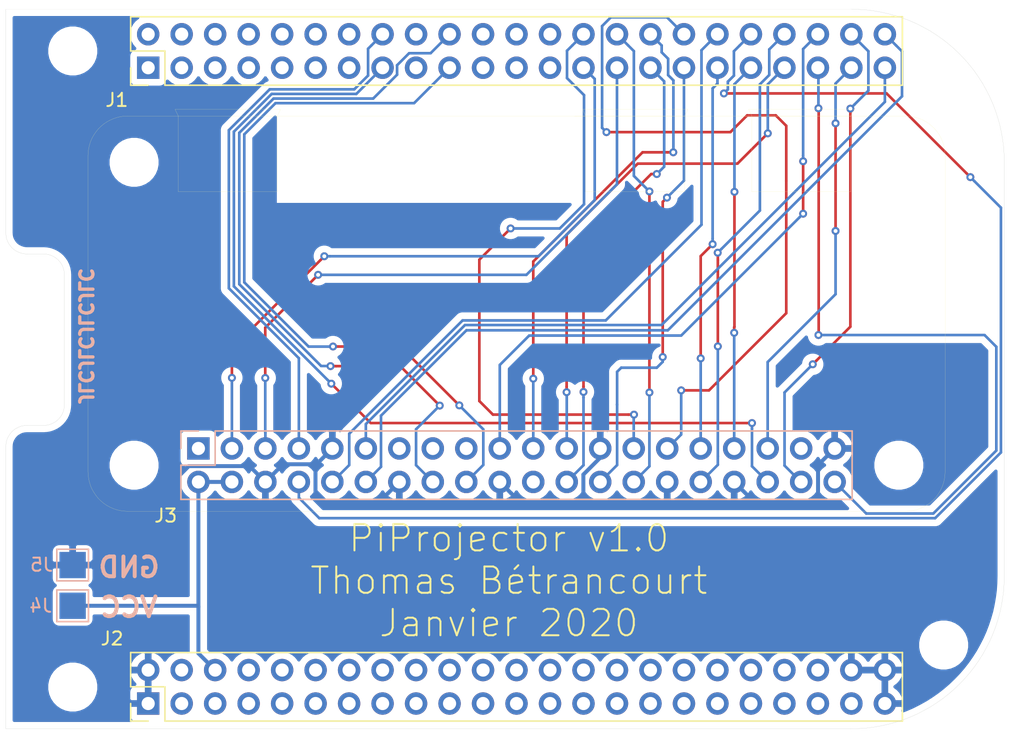
<source format=kicad_pcb>
(kicad_pcb (version 20171130) (host pcbnew 5.1.4-e60b266~84~ubuntu18.04.1)

  (general
    (thickness 1.6)
    (drawings 351)
    (tracks 353)
    (zones 0)
    (modules 13)
    (nets 95)
  )

  (page A4)
  (layers
    (0 F.Cu signal)
    (31 B.Cu signal)
    (32 B.Adhes user)
    (33 F.Adhes user)
    (34 B.Paste user)
    (35 F.Paste user)
    (36 B.SilkS user)
    (37 F.SilkS user)
    (38 B.Mask user)
    (39 F.Mask user)
    (40 Dwgs.User user)
    (41 Cmts.User user)
    (42 Eco1.User user)
    (43 Eco2.User user)
    (44 Edge.Cuts user)
    (45 Margin user)
    (46 B.CrtYd user)
    (47 F.CrtYd user)
    (48 B.Fab user)
    (49 F.Fab user)
  )

  (setup
    (last_trace_width 0.2)
    (user_trace_width 0.2)
    (user_trace_width 0.3)
    (trace_clearance 0.15)
    (zone_clearance 0.508)
    (zone_45_only no)
    (trace_min 0.2)
    (via_size 0.6)
    (via_drill 0.3)
    (via_min_size 0.4)
    (via_min_drill 0.3)
    (user_via 0.6 0.3)
    (uvia_size 0.3)
    (uvia_drill 0.1)
    (uvias_allowed no)
    (uvia_min_size 0.2)
    (uvia_min_drill 0.1)
    (edge_width 0.05)
    (segment_width 0.2)
    (pcb_text_width 0.3)
    (pcb_text_size 1.5 1.5)
    (mod_edge_width 0.12)
    (mod_text_size 1 1)
    (mod_text_width 0.15)
    (pad_size 1.524 1.524)
    (pad_drill 0.762)
    (pad_to_mask_clearance 0.051)
    (solder_mask_min_width 0.25)
    (aux_axis_origin 0 0)
    (visible_elements FFFFFF7F)
    (pcbplotparams
      (layerselection 0x010f0_ffffffff)
      (usegerberextensions true)
      (usegerberattributes true)
      (usegerberadvancedattributes false)
      (creategerberjobfile false)
      (excludeedgelayer true)
      (linewidth 0.100000)
      (plotframeref false)
      (viasonmask false)
      (mode 1)
      (useauxorigin false)
      (hpglpennumber 1)
      (hpglpenspeed 20)
      (hpglpendiameter 15.000000)
      (psnegative false)
      (psa4output false)
      (plotreference true)
      (plotvalue true)
      (plotinvisibletext false)
      (padsonsilk false)
      (subtractmaskfromsilk false)
      (outputformat 1)
      (mirror false)
      (drillshape 0)
      (scaleselection 1)
      (outputdirectory "gerber/"))
  )

  (net 0 "")
  (net 1 P1_46)
  (net 2 P1_45)
  (net 3 P1_44)
  (net 4 P1_43)
  (net 5 P1_42)
  (net 6 P1_41)
  (net 7 P1_40)
  (net 8 P1_39)
  (net 9 P1_38)
  (net 10 P1_37)
  (net 11 P1_36)
  (net 12 P1_35)
  (net 13 P1_34)
  (net 14 P1_33)
  (net 15 P1_32)
  (net 16 P1_31)
  (net 17 P1_30)
  (net 18 P1_29)
  (net 19 P1_28)
  (net 20 P1_27)
  (net 21 "Net-(J1-Pad26)")
  (net 22 "Net-(J1-Pad25)")
  (net 23 "Net-(J1-Pad24)")
  (net 24 "Net-(J1-Pad23)")
  (net 25 "Net-(J1-Pad22)")
  (net 26 "Net-(J1-Pad21)")
  (net 27 P1_20)
  (net 28 P1_19)
  (net 29 "Net-(J1-Pad18)")
  (net 30 "Net-(J1-Pad17)")
  (net 31 P1_16)
  (net 32 P1_15)
  (net 33 "Net-(J1-Pad14)")
  (net 34 "Net-(J1-Pad13)")
  (net 35 "Net-(J1-Pad12)")
  (net 36 "Net-(J1-Pad11)")
  (net 37 "Net-(J1-Pad10)")
  (net 38 "Net-(J1-Pad9)")
  (net 39 "Net-(J1-Pad8)")
  (net 40 "Net-(J1-Pad7)")
  (net 41 "Net-(J1-Pad6)")
  (net 42 "Net-(J1-Pad5)")
  (net 43 "Net-(J1-Pad4)")
  (net 44 "Net-(J1-Pad3)")
  (net 45 "Net-(J1-Pad2)")
  (net 46 "Net-(J1-Pad1)")
  (net 47 "Net-(J2-Pad3)")
  (net 48 "Net-(J2-Pad4)")
  (net 49 "Net-(J2-Pad5)")
  (net 50 "Net-(J2-Pad7)")
  (net 51 "Net-(J2-Pad8)")
  (net 52 "Net-(J2-Pad9)")
  (net 53 "Net-(J2-Pad10)")
  (net 54 "Net-(J2-Pad11)")
  (net 55 "Net-(J2-Pad12)")
  (net 56 "Net-(J2-Pad13)")
  (net 57 "Net-(J2-Pad14)")
  (net 58 "Net-(J2-Pad15)")
  (net 59 "Net-(J2-Pad16)")
  (net 60 "Net-(J2-Pad17)")
  (net 61 "Net-(J2-Pad18)")
  (net 62 "Net-(J2-Pad19)")
  (net 63 "Net-(J2-Pad20)")
  (net 64 "Net-(J2-Pad21)")
  (net 65 "Net-(J2-Pad22)")
  (net 66 "Net-(J2-Pad23)")
  (net 67 "Net-(J2-Pad24)")
  (net 68 "Net-(J2-Pad25)")
  (net 69 "Net-(J2-Pad26)")
  (net 70 "Net-(J2-Pad27)")
  (net 71 "Net-(J2-Pad28)")
  (net 72 "Net-(J2-Pad29)")
  (net 73 "Net-(J2-Pad30)")
  (net 74 "Net-(J2-Pad31)")
  (net 75 "Net-(J2-Pad32)")
  (net 76 "Net-(J2-Pad33)")
  (net 77 "Net-(J2-Pad34)")
  (net 78 "Net-(J2-Pad35)")
  (net 79 "Net-(J2-Pad36)")
  (net 80 "Net-(J2-Pad37)")
  (net 81 "Net-(J2-Pad38)")
  (net 82 "Net-(J2-Pad39)")
  (net 83 "Net-(J2-Pad40)")
  (net 84 "Net-(J2-Pad41)")
  (net 85 "Net-(J2-Pad42)")
  (net 86 "Net-(J2-Pad43)")
  (net 87 "Net-(J3-Pad1)")
  (net 88 "Net-(J3-Pad13)")
  (net 89 "Net-(J3-Pad15)")
  (net 90 "Net-(J3-Pad17)")
  (net 91 "Net-(J3-Pad22)")
  (net 92 "Net-(J3-Pad37)")
  (net 93 GND)
  (net 94 VCC)

  (net_class Default "This is the default net class."
    (clearance 0.15)
    (trace_width 0.2)
    (via_dia 0.6)
    (via_drill 0.3)
    (uvia_dia 0.3)
    (uvia_drill 0.1)
    (add_net "Net-(J1-Pad1)")
    (add_net "Net-(J1-Pad10)")
    (add_net "Net-(J1-Pad11)")
    (add_net "Net-(J1-Pad12)")
    (add_net "Net-(J1-Pad13)")
    (add_net "Net-(J1-Pad14)")
    (add_net "Net-(J1-Pad17)")
    (add_net "Net-(J1-Pad18)")
    (add_net "Net-(J1-Pad2)")
    (add_net "Net-(J1-Pad21)")
    (add_net "Net-(J1-Pad22)")
    (add_net "Net-(J1-Pad23)")
    (add_net "Net-(J1-Pad24)")
    (add_net "Net-(J1-Pad25)")
    (add_net "Net-(J1-Pad26)")
    (add_net "Net-(J1-Pad3)")
    (add_net "Net-(J1-Pad4)")
    (add_net "Net-(J1-Pad5)")
    (add_net "Net-(J1-Pad6)")
    (add_net "Net-(J1-Pad7)")
    (add_net "Net-(J1-Pad8)")
    (add_net "Net-(J1-Pad9)")
    (add_net "Net-(J2-Pad10)")
    (add_net "Net-(J2-Pad11)")
    (add_net "Net-(J2-Pad12)")
    (add_net "Net-(J2-Pad13)")
    (add_net "Net-(J2-Pad14)")
    (add_net "Net-(J2-Pad15)")
    (add_net "Net-(J2-Pad16)")
    (add_net "Net-(J2-Pad17)")
    (add_net "Net-(J2-Pad18)")
    (add_net "Net-(J2-Pad19)")
    (add_net "Net-(J2-Pad20)")
    (add_net "Net-(J2-Pad21)")
    (add_net "Net-(J2-Pad22)")
    (add_net "Net-(J2-Pad23)")
    (add_net "Net-(J2-Pad24)")
    (add_net "Net-(J2-Pad25)")
    (add_net "Net-(J2-Pad26)")
    (add_net "Net-(J2-Pad27)")
    (add_net "Net-(J2-Pad28)")
    (add_net "Net-(J2-Pad29)")
    (add_net "Net-(J2-Pad3)")
    (add_net "Net-(J2-Pad30)")
    (add_net "Net-(J2-Pad31)")
    (add_net "Net-(J2-Pad32)")
    (add_net "Net-(J2-Pad33)")
    (add_net "Net-(J2-Pad34)")
    (add_net "Net-(J2-Pad35)")
    (add_net "Net-(J2-Pad36)")
    (add_net "Net-(J2-Pad37)")
    (add_net "Net-(J2-Pad38)")
    (add_net "Net-(J2-Pad39)")
    (add_net "Net-(J2-Pad4)")
    (add_net "Net-(J2-Pad40)")
    (add_net "Net-(J2-Pad41)")
    (add_net "Net-(J2-Pad42)")
    (add_net "Net-(J2-Pad43)")
    (add_net "Net-(J2-Pad5)")
    (add_net "Net-(J2-Pad7)")
    (add_net "Net-(J2-Pad8)")
    (add_net "Net-(J2-Pad9)")
    (add_net "Net-(J3-Pad1)")
    (add_net "Net-(J3-Pad13)")
    (add_net "Net-(J3-Pad15)")
    (add_net "Net-(J3-Pad17)")
    (add_net "Net-(J3-Pad22)")
    (add_net "Net-(J3-Pad37)")
    (add_net P1_15)
    (add_net P1_16)
    (add_net P1_19)
    (add_net P1_20)
    (add_net P1_27)
    (add_net P1_28)
    (add_net P1_29)
    (add_net P1_30)
    (add_net P1_31)
    (add_net P1_32)
    (add_net P1_33)
    (add_net P1_34)
    (add_net P1_35)
    (add_net P1_36)
    (add_net P1_37)
    (add_net P1_38)
    (add_net P1_39)
    (add_net P1_40)
    (add_net P1_41)
    (add_net P1_42)
    (add_net P1_43)
    (add_net P1_44)
    (add_net P1_45)
    (add_net P1_46)
  )

  (net_class Power ""
    (clearance 0.2)
    (trace_width 0.3)
    (via_dia 0.6)
    (via_drill 0.3)
    (uvia_dia 0.3)
    (uvia_drill 0.1)
    (add_net GND)
    (add_net VCC)
  )

  (module TestPoint:TestPoint_Pad_2.0x2.0mm (layer B.Cu) (tedit 5A0F774F) (tstamp 5E06051A)
    (at 122.72 102.08)
    (descr "SMD rectangular pad as test Point, square 2.0mm side length")
    (tags "test point SMD pad rectangle square")
    (path /5E0C09DC)
    (attr virtual)
    (fp_text reference J5 (at -2.36 -0.02) (layer B.SilkS)
      (effects (font (size 1 1) (thickness 0.15)) (justify mirror))
    )
    (fp_text value Conn_01x01_Male (at 0 -2.05) (layer B.Fab) hide
      (effects (font (size 1 1) (thickness 0.15)) (justify mirror))
    )
    (fp_line (start 1.5 -1.5) (end -1.5 -1.5) (layer B.CrtYd) (width 0.05))
    (fp_line (start 1.5 -1.5) (end 1.5 1.5) (layer B.CrtYd) (width 0.05))
    (fp_line (start -1.5 1.5) (end -1.5 -1.5) (layer B.CrtYd) (width 0.05))
    (fp_line (start -1.5 1.5) (end 1.5 1.5) (layer B.CrtYd) (width 0.05))
    (fp_line (start -1.2 -1.2) (end -1.2 1.2) (layer B.SilkS) (width 0.12))
    (fp_line (start 1.2 -1.2) (end -1.2 -1.2) (layer B.SilkS) (width 0.12))
    (fp_line (start 1.2 1.2) (end 1.2 -1.2) (layer B.SilkS) (width 0.12))
    (fp_line (start -1.2 1.2) (end 1.2 1.2) (layer B.SilkS) (width 0.12))
    (fp_text user %R (at 0 2) (layer B.Fab) hide
      (effects (font (size 1 1) (thickness 0.15)) (justify mirror))
    )
    (pad 1 smd rect (at 0 0) (size 2 2) (layers B.Cu B.Mask)
      (net 93 GND))
  )

  (module TestPoint:TestPoint_Pad_2.0x2.0mm (layer B.Cu) (tedit 5A0F774F) (tstamp 5E06050C)
    (at 122.72 105.17)
    (descr "SMD rectangular pad as test Point, square 2.0mm side length")
    (tags "test point SMD pad rectangle square")
    (path /5E0BF228)
    (attr virtual)
    (fp_text reference J4 (at -2.42 0) (layer B.SilkS)
      (effects (font (size 1 1) (thickness 0.15)) (justify mirror))
    )
    (fp_text value Conn_01x01_Male (at 0 -2.05) (layer B.Fab) hide
      (effects (font (size 1 1) (thickness 0.15)) (justify mirror))
    )
    (fp_line (start 1.5 -1.5) (end -1.5 -1.5) (layer B.CrtYd) (width 0.05))
    (fp_line (start 1.5 -1.5) (end 1.5 1.5) (layer B.CrtYd) (width 0.05))
    (fp_line (start -1.5 1.5) (end -1.5 -1.5) (layer B.CrtYd) (width 0.05))
    (fp_line (start -1.5 1.5) (end 1.5 1.5) (layer B.CrtYd) (width 0.05))
    (fp_line (start -1.2 -1.2) (end -1.2 1.2) (layer B.SilkS) (width 0.12))
    (fp_line (start 1.2 -1.2) (end -1.2 -1.2) (layer B.SilkS) (width 0.12))
    (fp_line (start 1.2 1.2) (end 1.2 -1.2) (layer B.SilkS) (width 0.12))
    (fp_line (start -1.2 1.2) (end 1.2 1.2) (layer B.SilkS) (width 0.12))
    (fp_text user %R (at 0 2) (layer B.Fab) hide
      (effects (font (size 1 1) (thickness 0.15)) (justify mirror))
    )
    (pad 1 smd rect (at 0 0) (size 2 2) (layers B.Cu B.Mask)
      (net 94 VCC))
  )

  (module MountingHole:MountingHole_2.7mm_M2.5 (layer F.Cu) (tedit 56D1B4CB) (tstamp 5E05E79C)
    (at 127.38 71.51)
    (descr "Mounting Hole 2.7mm, no annular, M2.5")
    (tags "mounting hole 2.7mm no annular m2.5")
    (attr virtual)
    (fp_text reference REF** (at 0 -3.7) (layer F.SilkS) hide
      (effects (font (size 1 1) (thickness 0.15)))
    )
    (fp_text value MountingHole_2.7mm_M2.5 (at 0 3.7) (layer F.Fab) hide
      (effects (font (size 1 1) (thickness 0.15)))
    )
    (fp_text user %R (at 0.3 0) (layer F.Fab) hide
      (effects (font (size 1 1) (thickness 0.15)))
    )
    (fp_circle (center 0 0) (end 2.7 0) (layer Cmts.User) (width 0.15))
    (fp_circle (center 0 0) (end 2.95 0) (layer F.CrtYd) (width 0.05))
    (pad 1 np_thru_hole circle (at 0 0) (size 2.7 2.7) (drill 2.7) (layers *.Cu *.Mask))
  )

  (module MountingHole:MountingHole_2.7mm_M2.5 (layer F.Cu) (tedit 56D1B4CB) (tstamp 5E05E781)
    (at 127.38 94.5)
    (descr "Mounting Hole 2.7mm, no annular, M2.5")
    (tags "mounting hole 2.7mm no annular m2.5")
    (attr virtual)
    (fp_text reference REF** (at 0 -3.7) (layer F.SilkS) hide
      (effects (font (size 1 1) (thickness 0.15)))
    )
    (fp_text value MountingHole_2.7mm_M2.5 (at 0 3.7) (layer F.Fab) hide
      (effects (font (size 1 1) (thickness 0.15)))
    )
    (fp_circle (center 0 0) (end 2.95 0) (layer F.CrtYd) (width 0.05))
    (fp_circle (center 0 0) (end 2.7 0) (layer Cmts.User) (width 0.15))
    (fp_text user %R (at 0.3 0) (layer F.Fab) hide
      (effects (font (size 1 1) (thickness 0.15)))
    )
    (pad 1 np_thru_hole circle (at 0 0) (size 2.7 2.7) (drill 2.7) (layers *.Cu *.Mask))
  )

  (module MountingHole:MountingHole_2.7mm_M2.5 (layer F.Cu) (tedit 56D1B4CB) (tstamp 5E05E763)
    (at 122.73 111.34)
    (descr "Mounting Hole 2.7mm, no annular, M2.5")
    (tags "mounting hole 2.7mm no annular m2.5")
    (attr virtual)
    (fp_text reference REF** (at 0 -3.7) (layer F.SilkS) hide
      (effects (font (size 1 1) (thickness 0.15)))
    )
    (fp_text value MountingHole_2.7mm_M2.5 (at 0 3.7) (layer F.Fab) hide
      (effects (font (size 1 1) (thickness 0.15)))
    )
    (fp_text user %R (at 0.3 0) (layer F.Fab) hide
      (effects (font (size 1 1) (thickness 0.15)))
    )
    (fp_circle (center 0 0) (end 2.7 0) (layer Cmts.User) (width 0.15))
    (fp_circle (center 0 0) (end 2.95 0) (layer F.CrtYd) (width 0.05))
    (pad 1 np_thru_hole circle (at 0 0) (size 2.7 2.7) (drill 2.7) (layers *.Cu *.Mask))
  )

  (module MountingHole:MountingHole_2.7mm_M2.5 (layer F.Cu) (tedit 56D1B4CB) (tstamp 5E04F552)
    (at 188.79 108.15)
    (descr "Mounting Hole 2.7mm, no annular, M2.5")
    (tags "mounting hole 2.7mm no annular m2.5")
    (attr virtual)
    (fp_text reference REF** (at 0 -3.7) (layer F.SilkS) hide
      (effects (font (size 1 1) (thickness 0.15)))
    )
    (fp_text value MountingHole_2.7mm_M2.5 (at 0 3.7) (layer F.Fab) hide
      (effects (font (size 1 1) (thickness 0.15)))
    )
    (fp_circle (center 0 0) (end 2.95 0) (layer F.CrtYd) (width 0.05))
    (fp_circle (center 0 0) (end 2.7 0) (layer Cmts.User) (width 0.15))
    (fp_text user %R (at 0.3 0) (layer F.Fab) hide
      (effects (font (size 1 1) (thickness 0.15)))
    )
    (pad 1 np_thru_hole circle (at 0 0) (size 2.7 2.7) (drill 2.7) (layers *.Cu *.Mask))
  )

  (module MountingHole:MountingHole_2.7mm_M2.5 (layer F.Cu) (tedit 56D1B4CB) (tstamp 5E04F544)
    (at 185.39 94.5)
    (descr "Mounting Hole 2.7mm, no annular, M2.5")
    (tags "mounting hole 2.7mm no annular m2.5")
    (attr virtual)
    (fp_text reference REF** (at 0 -3.7) (layer F.SilkS) hide
      (effects (font (size 1 1) (thickness 0.15)))
    )
    (fp_text value MountingHole_2.7mm_M2.5 (at 0 3.7) (layer F.Fab) hide
      (effects (font (size 1 1) (thickness 0.15)))
    )
    (fp_text user %R (at 0.3 0) (layer F.Fab) hide
      (effects (font (size 1 1) (thickness 0.15)))
    )
    (fp_circle (center 0 0) (end 2.7 0) (layer Cmts.User) (width 0.15))
    (fp_circle (center 0 0) (end 2.95 0) (layer F.CrtYd) (width 0.05))
    (pad 1 np_thru_hole circle (at 0 0) (size 2.7 2.7) (drill 2.7) (layers *.Cu *.Mask))
  )

  (module MountingHole:MountingHole_2.7mm_M2.5 (layer F.Cu) (tedit 56D1B4CB) (tstamp 5E04F536)
    (at 185.39 71.5)
    (descr "Mounting Hole 2.7mm, no annular, M2.5")
    (tags "mounting hole 2.7mm no annular m2.5")
    (attr virtual)
    (fp_text reference REF** (at 0 -3.7) (layer F.SilkS) hide
      (effects (font (size 1 1) (thickness 0.15)))
    )
    (fp_text value MountingHole_2.7mm_M2.5 (at 0 3.7) (layer F.Fab) hide
      (effects (font (size 1 1) (thickness 0.15)))
    )
    (fp_circle (center 0 0) (end 2.95 0) (layer F.CrtYd) (width 0.05))
    (fp_circle (center 0 0) (end 2.7 0) (layer Cmts.User) (width 0.15))
    (fp_text user %R (at 0.3 0) (layer F.Fab) hide
      (effects (font (size 1 1) (thickness 0.15)))
    )
    (pad 1 np_thru_hole circle (at 0 0) (size 2.7 2.7) (drill 2.7) (layers *.Cu *.Mask))
  )

  (module MountingHole:MountingHole_2.7mm_M2.5 (layer F.Cu) (tedit 56D1B4CB) (tstamp 5E04F528)
    (at 188.78 66.25)
    (descr "Mounting Hole 2.7mm, no annular, M2.5")
    (tags "mounting hole 2.7mm no annular m2.5")
    (attr virtual)
    (fp_text reference REF** (at 0 -3.7) (layer F.SilkS) hide
      (effects (font (size 1 1) (thickness 0.15)))
    )
    (fp_text value MountingHole_2.7mm_M2.5 (at 0 3.7) (layer F.Fab) hide
      (effects (font (size 1 1) (thickness 0.15)))
    )
    (fp_text user %R (at 0.3 0) (layer F.Fab) hide
      (effects (font (size 1 1) (thickness 0.15)))
    )
    (fp_circle (center 0 0) (end 2.7 0) (layer Cmts.User) (width 0.15))
    (fp_circle (center 0 0) (end 2.95 0) (layer F.CrtYd) (width 0.05))
    (pad 1 np_thru_hole circle (at 0 0) (size 2.7 2.7) (drill 2.7) (layers *.Cu *.Mask))
  )

  (module MountingHole:MountingHole_2.7mm_M2.5 (layer F.Cu) (tedit 56D1B4CB) (tstamp 5E04F15C)
    (at 122.73 63.06)
    (descr "Mounting Hole 2.7mm, no annular, M2.5")
    (tags "mounting hole 2.7mm no annular m2.5")
    (attr virtual)
    (fp_text reference REF** (at 0 -3.7) (layer F.SilkS) hide
      (effects (font (size 1 1) (thickness 0.15)))
    )
    (fp_text value MountingHole_2.7mm_M2.5 (at 0 3.7) (layer F.Fab) hide
      (effects (font (size 1 1) (thickness 0.15)))
    )
    (fp_circle (center 0 0) (end 2.95 0) (layer F.CrtYd) (width 0.05))
    (fp_circle (center 0 0) (end 2.7 0) (layer Cmts.User) (width 0.15))
    (fp_text user %R (at 0.3 0) (layer F.Fab) hide
      (effects (font (size 1 1) (thickness 0.15)))
    )
    (pad 1 np_thru_hole circle (at 0 0) (size 2.7 2.7) (drill 2.7) (layers *.Cu *.Mask))
  )

  (module Connector_PinHeader_2.54mm:PinHeader_2x20_P2.54mm_Vertical (layer B.Cu) (tedit 59FED5CC) (tstamp 5E04D366)
    (at 132.26 93.23 270)
    (descr "Through hole straight pin header, 2x20, 2.54mm pitch, double rows")
    (tags "Through hole pin header THT 2x20 2.54mm double row")
    (path /5E00D810)
    (fp_text reference J3 (at 5.1 2.48) (layer F.SilkS)
      (effects (font (size 1 1) (thickness 0.15)))
    )
    (fp_text value "Raspberry Pi zero W" (at 1.27 -50.59 270) (layer F.Fab)
      (effects (font (size 1 1) (thickness 0.15)))
    )
    (fp_line (start 0 1.27) (end 3.81 1.27) (layer B.Fab) (width 0.1))
    (fp_line (start 3.81 1.27) (end 3.81 -49.53) (layer B.Fab) (width 0.1))
    (fp_line (start 3.81 -49.53) (end -1.27 -49.53) (layer B.Fab) (width 0.1))
    (fp_line (start -1.27 -49.53) (end -1.27 0) (layer B.Fab) (width 0.1))
    (fp_line (start -1.27 0) (end 0 1.27) (layer B.Fab) (width 0.1))
    (fp_line (start -1.33 -49.59) (end 3.87 -49.59) (layer B.SilkS) (width 0.12))
    (fp_line (start -1.33 -1.27) (end -1.33 -49.59) (layer B.SilkS) (width 0.12))
    (fp_line (start 3.87 1.33) (end 3.87 -49.59) (layer B.SilkS) (width 0.12))
    (fp_line (start -1.33 -1.27) (end 1.27 -1.27) (layer B.SilkS) (width 0.12))
    (fp_line (start 1.27 -1.27) (end 1.27 1.33) (layer B.SilkS) (width 0.12))
    (fp_line (start 1.27 1.33) (end 3.87 1.33) (layer B.SilkS) (width 0.12))
    (fp_line (start -1.33 0) (end -1.33 1.33) (layer B.SilkS) (width 0.12))
    (fp_line (start -1.33 1.33) (end 0 1.33) (layer B.SilkS) (width 0.12))
    (fp_line (start -1.8 1.8) (end -1.8 -50.05) (layer B.CrtYd) (width 0.05))
    (fp_line (start -1.8 -50.05) (end 4.35 -50.05) (layer B.CrtYd) (width 0.05))
    (fp_line (start 4.35 -50.05) (end 4.35 1.8) (layer B.CrtYd) (width 0.05))
    (fp_line (start 4.35 1.8) (end -1.8 1.8) (layer B.CrtYd) (width 0.05))
    (fp_text user %R (at 1.27 -24.13 180) (layer F.Fab)
      (effects (font (size 1 1) (thickness 0.15)))
    )
    (pad 1 thru_hole rect (at 0 0 270) (size 1.7 1.7) (drill 1) (layers *.Cu *.Mask)
      (net 87 "Net-(J3-Pad1)"))
    (pad 2 thru_hole oval (at 2.54 0 270) (size 1.7 1.7) (drill 1) (layers *.Cu *.Mask)
      (net 94 VCC))
    (pad 3 thru_hole oval (at 0 -2.54 270) (size 1.7 1.7) (drill 1) (layers *.Cu *.Mask)
      (net 20 P1_27))
    (pad 4 thru_hole oval (at 2.54 -2.54 270) (size 1.7 1.7) (drill 1) (layers *.Cu *.Mask)
      (net 94 VCC))
    (pad 5 thru_hole oval (at 0 -5.08 270) (size 1.7 1.7) (drill 1) (layers *.Cu *.Mask)
      (net 18 P1_29))
    (pad 6 thru_hole oval (at 2.54 -5.08 270) (size 1.7 1.7) (drill 1) (layers *.Cu *.Mask)
      (net 93 GND))
    (pad 7 thru_hole oval (at 0 -7.62 270) (size 1.7 1.7) (drill 1) (layers *.Cu *.Mask)
      (net 31 P1_16))
    (pad 8 thru_hole oval (at 2.54 -7.62 270) (size 1.7 1.7) (drill 1) (layers *.Cu *.Mask)
      (net 9 P1_38))
    (pad 9 thru_hole oval (at 0 -10.16 270) (size 1.7 1.7) (drill 1) (layers *.Cu *.Mask)
      (net 93 GND))
    (pad 10 thru_hole oval (at 2.54 -10.16 270) (size 1.7 1.7) (drill 1) (layers *.Cu *.Mask)
      (net 11 P1_36))
    (pad 11 thru_hole oval (at 0 -12.7 270) (size 1.7 1.7) (drill 1) (layers *.Cu *.Mask)
      (net 2 P1_45))
    (pad 12 thru_hole oval (at 2.54 -12.7 270) (size 1.7 1.7) (drill 1) (layers *.Cu *.Mask)
      (net 1 P1_46))
    (pad 13 thru_hole oval (at 0 -15.24 270) (size 1.7 1.7) (drill 1) (layers *.Cu *.Mask)
      (net 88 "Net-(J3-Pad13)"))
    (pad 14 thru_hole oval (at 2.54 -15.24 270) (size 1.7 1.7) (drill 1) (layers *.Cu *.Mask)
      (net 93 GND))
    (pad 15 thru_hole oval (at 0 -17.78 270) (size 1.7 1.7) (drill 1) (layers *.Cu *.Mask)
      (net 89 "Net-(J3-Pad15)"))
    (pad 16 thru_hole oval (at 2.54 -17.78 270) (size 1.7 1.7) (drill 1) (layers *.Cu *.Mask)
      (net 27 P1_20))
    (pad 17 thru_hole oval (at 0 -20.32 270) (size 1.7 1.7) (drill 1) (layers *.Cu *.Mask)
      (net 90 "Net-(J3-Pad17)"))
    (pad 18 thru_hole oval (at 2.54 -20.32 270) (size 1.7 1.7) (drill 1) (layers *.Cu *.Mask)
      (net 28 P1_19))
    (pad 19 thru_hole oval (at 0 -22.86 270) (size 1.7 1.7) (drill 1) (layers *.Cu *.Mask)
      (net 5 P1_42))
    (pad 20 thru_hole oval (at 2.54 -22.86 270) (size 1.7 1.7) (drill 1) (layers *.Cu *.Mask)
      (net 93 GND))
    (pad 21 thru_hole oval (at 0 -25.4 270) (size 1.7 1.7) (drill 1) (layers *.Cu *.Mask)
      (net 15 P1_32))
    (pad 22 thru_hole oval (at 2.54 -25.4 270) (size 1.7 1.7) (drill 1) (layers *.Cu *.Mask)
      (net 91 "Net-(J3-Pad22)"))
    (pad 23 thru_hole oval (at 0 -27.94 270) (size 1.7 1.7) (drill 1) (layers *.Cu *.Mask)
      (net 8 P1_39))
    (pad 24 thru_hole oval (at 2.54 -27.94 270) (size 1.7 1.7) (drill 1) (layers *.Cu *.Mask)
      (net 16 P1_31))
    (pad 25 thru_hole oval (at 0 -30.48 270) (size 1.7 1.7) (drill 1) (layers *.Cu *.Mask)
      (net 93 GND))
    (pad 26 thru_hole oval (at 2.54 -30.48 270) (size 1.7 1.7) (drill 1) (layers *.Cu *.Mask)
      (net 14 P1_33))
    (pad 27 thru_hole oval (at 0 -33.02 270) (size 1.7 1.7) (drill 1) (layers *.Cu *.Mask)
      (net 19 P1_28))
    (pad 28 thru_hole oval (at 2.54 -33.02 270) (size 1.7 1.7) (drill 1) (layers *.Cu *.Mask)
      (net 17 P1_30))
    (pad 29 thru_hole oval (at 0 -35.56 270) (size 1.7 1.7) (drill 1) (layers *.Cu *.Mask)
      (net 13 P1_34))
    (pad 30 thru_hole oval (at 2.54 -35.56 270) (size 1.7 1.7) (drill 1) (layers *.Cu *.Mask)
      (net 93 GND))
    (pad 31 thru_hole oval (at 0 -38.1 270) (size 1.7 1.7) (drill 1) (layers *.Cu *.Mask)
      (net 12 P1_35))
    (pad 32 thru_hole oval (at 2.54 -38.1 270) (size 1.7 1.7) (drill 1) (layers *.Cu *.Mask)
      (net 7 P1_40))
    (pad 33 thru_hole oval (at 0 -40.64 270) (size 1.7 1.7) (drill 1) (layers *.Cu *.Mask)
      (net 10 P1_37))
    (pad 34 thru_hole oval (at 2.54 -40.64 270) (size 1.7 1.7) (drill 1) (layers *.Cu *.Mask)
      (net 93 GND))
    (pad 35 thru_hole oval (at 0 -43.18 270) (size 1.7 1.7) (drill 1) (layers *.Cu *.Mask)
      (net 4 P1_43))
    (pad 36 thru_hole oval (at 2.54 -43.18 270) (size 1.7 1.7) (drill 1) (layers *.Cu *.Mask)
      (net 32 P1_15))
    (pad 37 thru_hole oval (at 0 -45.72 270) (size 1.7 1.7) (drill 1) (layers *.Cu *.Mask)
      (net 92 "Net-(J3-Pad37)"))
    (pad 38 thru_hole oval (at 2.54 -45.72 270) (size 1.7 1.7) (drill 1) (layers *.Cu *.Mask)
      (net 3 P1_44))
    (pad 39 thru_hole oval (at 0 -48.26 270) (size 1.7 1.7) (drill 1) (layers *.Cu *.Mask)
      (net 93 GND))
    (pad 40 thru_hole oval (at 2.54 -48.26 270) (size 1.7 1.7) (drill 1) (layers *.Cu *.Mask)
      (net 6 P1_41))
    (model ${KISYS3DMOD}/Connector_PinHeader_2.54mm.3dshapes/PinHeader_2x20_P2.54mm_Vertical.wrl
      (at (xyz 0 0 0))
      (scale (xyz 1 1 1))
      (rotate (xyz 0 0 0))
    )
  )

  (module Connector_PinHeader_2.54mm:PinHeader_2x23_P2.54mm_Vertical (layer F.Cu) (tedit 59FED5CC) (tstamp 5E04E594)
    (at 128.45 64.33 90)
    (descr "Through hole straight pin header, 2x23, 2.54mm pitch, double rows")
    (tags "Through hole pin header THT 2x23 2.54mm double row")
    (path /5E012CB8)
    (fp_text reference J1 (at -2.45 -2.38 180) (layer F.SilkS)
      (effects (font (size 1 1) (thickness 0.15)))
    )
    (fp_text value DLP2000-P1 (at 1.27 58.21 90) (layer F.Fab) hide
      (effects (font (size 1 1) (thickness 0.15)))
    )
    (fp_text user %R (at 1.27 27.94) (layer F.Fab) hide
      (effects (font (size 1 1) (thickness 0.15)))
    )
    (fp_line (start 4.35 -1.8) (end -1.8 -1.8) (layer F.CrtYd) (width 0.05))
    (fp_line (start 4.35 57.65) (end 4.35 -1.8) (layer F.CrtYd) (width 0.05))
    (fp_line (start -1.8 57.65) (end 4.35 57.65) (layer F.CrtYd) (width 0.05))
    (fp_line (start -1.8 -1.8) (end -1.8 57.65) (layer F.CrtYd) (width 0.05))
    (fp_line (start -1.33 -1.33) (end 0 -1.33) (layer F.SilkS) (width 0.12))
    (fp_line (start -1.33 0) (end -1.33 -1.33) (layer F.SilkS) (width 0.12))
    (fp_line (start 1.27 -1.33) (end 3.87 -1.33) (layer F.SilkS) (width 0.12))
    (fp_line (start 1.27 1.27) (end 1.27 -1.33) (layer F.SilkS) (width 0.12))
    (fp_line (start -1.33 1.27) (end 1.27 1.27) (layer F.SilkS) (width 0.12))
    (fp_line (start 3.87 -1.33) (end 3.87 57.21) (layer F.SilkS) (width 0.12))
    (fp_line (start -1.33 1.27) (end -1.33 57.21) (layer F.SilkS) (width 0.12))
    (fp_line (start -1.33 57.21) (end 3.87 57.21) (layer F.SilkS) (width 0.12))
    (fp_line (start -1.27 0) (end 0 -1.27) (layer F.Fab) (width 0.1))
    (fp_line (start -1.27 57.15) (end -1.27 0) (layer F.Fab) (width 0.1))
    (fp_line (start 3.81 57.15) (end -1.27 57.15) (layer F.Fab) (width 0.1))
    (fp_line (start 3.81 -1.27) (end 3.81 57.15) (layer F.Fab) (width 0.1))
    (fp_line (start 0 -1.27) (end 3.81 -1.27) (layer F.Fab) (width 0.1))
    (pad 46 thru_hole oval (at 2.54 55.88 90) (size 1.7 1.7) (drill 1) (layers *.Cu *.Mask)
      (net 1 P1_46))
    (pad 45 thru_hole oval (at 0 55.88 90) (size 1.7 1.7) (drill 1) (layers *.Cu *.Mask)
      (net 2 P1_45))
    (pad 44 thru_hole oval (at 2.54 53.34 90) (size 1.7 1.7) (drill 1) (layers *.Cu *.Mask)
      (net 3 P1_44))
    (pad 43 thru_hole oval (at 0 53.34 90) (size 1.7 1.7) (drill 1) (layers *.Cu *.Mask)
      (net 4 P1_43))
    (pad 42 thru_hole oval (at 2.54 50.8 90) (size 1.7 1.7) (drill 1) (layers *.Cu *.Mask)
      (net 5 P1_42))
    (pad 41 thru_hole oval (at 0 50.8 90) (size 1.7 1.7) (drill 1) (layers *.Cu *.Mask)
      (net 6 P1_41))
    (pad 40 thru_hole oval (at 2.54 48.26 90) (size 1.7 1.7) (drill 1) (layers *.Cu *.Mask)
      (net 7 P1_40))
    (pad 39 thru_hole oval (at 0 48.26 90) (size 1.7 1.7) (drill 1) (layers *.Cu *.Mask)
      (net 8 P1_39))
    (pad 38 thru_hole oval (at 2.54 45.72 90) (size 1.7 1.7) (drill 1) (layers *.Cu *.Mask)
      (net 9 P1_38))
    (pad 37 thru_hole oval (at 0 45.72 90) (size 1.7 1.7) (drill 1) (layers *.Cu *.Mask)
      (net 10 P1_37))
    (pad 36 thru_hole oval (at 2.54 43.18 90) (size 1.7 1.7) (drill 1) (layers *.Cu *.Mask)
      (net 11 P1_36))
    (pad 35 thru_hole oval (at 0 43.18 90) (size 1.7 1.7) (drill 1) (layers *.Cu *.Mask)
      (net 12 P1_35))
    (pad 34 thru_hole oval (at 2.54 40.64 90) (size 1.7 1.7) (drill 1) (layers *.Cu *.Mask)
      (net 13 P1_34))
    (pad 33 thru_hole oval (at 0 40.64 90) (size 1.7 1.7) (drill 1) (layers *.Cu *.Mask)
      (net 14 P1_33))
    (pad 32 thru_hole oval (at 2.54 38.1 90) (size 1.7 1.7) (drill 1) (layers *.Cu *.Mask)
      (net 15 P1_32))
    (pad 31 thru_hole oval (at 0 38.1 90) (size 1.7 1.7) (drill 1) (layers *.Cu *.Mask)
      (net 16 P1_31))
    (pad 30 thru_hole oval (at 2.54 35.56 90) (size 1.7 1.7) (drill 1) (layers *.Cu *.Mask)
      (net 17 P1_30))
    (pad 29 thru_hole oval (at 0 35.56 90) (size 1.7 1.7) (drill 1) (layers *.Cu *.Mask)
      (net 18 P1_29))
    (pad 28 thru_hole oval (at 2.54 33.02 90) (size 1.7 1.7) (drill 1) (layers *.Cu *.Mask)
      (net 19 P1_28))
    (pad 27 thru_hole oval (at 0 33.02 90) (size 1.7 1.7) (drill 1) (layers *.Cu *.Mask)
      (net 20 P1_27))
    (pad 26 thru_hole oval (at 2.54 30.48 90) (size 1.7 1.7) (drill 1) (layers *.Cu *.Mask)
      (net 21 "Net-(J1-Pad26)"))
    (pad 25 thru_hole oval (at 0 30.48 90) (size 1.7 1.7) (drill 1) (layers *.Cu *.Mask)
      (net 22 "Net-(J1-Pad25)"))
    (pad 24 thru_hole oval (at 2.54 27.94 90) (size 1.7 1.7) (drill 1) (layers *.Cu *.Mask)
      (net 23 "Net-(J1-Pad24)"))
    (pad 23 thru_hole oval (at 0 27.94 90) (size 1.7 1.7) (drill 1) (layers *.Cu *.Mask)
      (net 24 "Net-(J1-Pad23)"))
    (pad 22 thru_hole oval (at 2.54 25.4 90) (size 1.7 1.7) (drill 1) (layers *.Cu *.Mask)
      (net 25 "Net-(J1-Pad22)"))
    (pad 21 thru_hole oval (at 0 25.4 90) (size 1.7 1.7) (drill 1) (layers *.Cu *.Mask)
      (net 26 "Net-(J1-Pad21)"))
    (pad 20 thru_hole oval (at 2.54 22.86 90) (size 1.7 1.7) (drill 1) (layers *.Cu *.Mask)
      (net 27 P1_20))
    (pad 19 thru_hole oval (at 0 22.86 90) (size 1.7 1.7) (drill 1) (layers *.Cu *.Mask)
      (net 28 P1_19))
    (pad 18 thru_hole oval (at 2.54 20.32 90) (size 1.7 1.7) (drill 1) (layers *.Cu *.Mask)
      (net 29 "Net-(J1-Pad18)"))
    (pad 17 thru_hole oval (at 0 20.32 90) (size 1.7 1.7) (drill 1) (layers *.Cu *.Mask)
      (net 30 "Net-(J1-Pad17)"))
    (pad 16 thru_hole oval (at 2.54 17.78 90) (size 1.7 1.7) (drill 1) (layers *.Cu *.Mask)
      (net 31 P1_16))
    (pad 15 thru_hole oval (at 0 17.78 90) (size 1.7 1.7) (drill 1) (layers *.Cu *.Mask)
      (net 32 P1_15))
    (pad 14 thru_hole oval (at 2.54 15.24 90) (size 1.7 1.7) (drill 1) (layers *.Cu *.Mask)
      (net 33 "Net-(J1-Pad14)"))
    (pad 13 thru_hole oval (at 0 15.24 90) (size 1.7 1.7) (drill 1) (layers *.Cu *.Mask)
      (net 34 "Net-(J1-Pad13)"))
    (pad 12 thru_hole oval (at 2.54 12.7 90) (size 1.7 1.7) (drill 1) (layers *.Cu *.Mask)
      (net 35 "Net-(J1-Pad12)"))
    (pad 11 thru_hole oval (at 0 12.7 90) (size 1.7 1.7) (drill 1) (layers *.Cu *.Mask)
      (net 36 "Net-(J1-Pad11)"))
    (pad 10 thru_hole oval (at 2.54 10.16 90) (size 1.7 1.7) (drill 1) (layers *.Cu *.Mask)
      (net 37 "Net-(J1-Pad10)"))
    (pad 9 thru_hole oval (at 0 10.16 90) (size 1.7 1.7) (drill 1) (layers *.Cu *.Mask)
      (net 38 "Net-(J1-Pad9)"))
    (pad 8 thru_hole oval (at 2.54 7.62 90) (size 1.7 1.7) (drill 1) (layers *.Cu *.Mask)
      (net 39 "Net-(J1-Pad8)"))
    (pad 7 thru_hole oval (at 0 7.62 90) (size 1.7 1.7) (drill 1) (layers *.Cu *.Mask)
      (net 40 "Net-(J1-Pad7)"))
    (pad 6 thru_hole oval (at 2.54 5.08 90) (size 1.7 1.7) (drill 1) (layers *.Cu *.Mask)
      (net 41 "Net-(J1-Pad6)"))
    (pad 5 thru_hole oval (at 0 5.08 90) (size 1.7 1.7) (drill 1) (layers *.Cu *.Mask)
      (net 42 "Net-(J1-Pad5)"))
    (pad 4 thru_hole oval (at 2.54 2.54 90) (size 1.7 1.7) (drill 1) (layers *.Cu *.Mask)
      (net 43 "Net-(J1-Pad4)"))
    (pad 3 thru_hole oval (at 0 2.54 90) (size 1.7 1.7) (drill 1) (layers *.Cu *.Mask)
      (net 44 "Net-(J1-Pad3)"))
    (pad 2 thru_hole oval (at 2.54 0 90) (size 1.7 1.7) (drill 1) (layers *.Cu *.Mask)
      (net 45 "Net-(J1-Pad2)"))
    (pad 1 thru_hole rect (at 0 0 90) (size 1.7 1.7) (drill 1) (layers *.Cu *.Mask)
      (net 46 "Net-(J1-Pad1)"))
    (model ${KISYS3DMOD}/Connector_PinHeader_2.54mm.3dshapes/PinHeader_2x23_P2.54mm_Vertical.wrl
      (at (xyz 0 0 0))
      (scale (xyz 1 1 1))
      (rotate (xyz 0 0 0))
    )
  )

  (module Connector_PinHeader_2.54mm:PinHeader_2x23_P2.54mm_Vertical (layer F.Cu) (tedit 59FED5CC) (tstamp 5E023F2C)
    (at 128.45 112.59 90)
    (descr "Through hole straight pin header, 2x23, 2.54mm pitch, double rows")
    (tags "Through hole pin header THT 2x23 2.54mm double row")
    (path /5E00F3F4)
    (fp_text reference J2 (at 4.93 -2.74 180) (layer F.SilkS)
      (effects (font (size 1 1) (thickness 0.15)))
    )
    (fp_text value DLP2000-P2 (at 1.27 58.21 90) (layer F.Fab)
      (effects (font (size 1 1) (thickness 0.15)))
    )
    (fp_line (start 0 -1.27) (end 3.81 -1.27) (layer F.Fab) (width 0.1))
    (fp_line (start 3.81 -1.27) (end 3.81 57.15) (layer F.Fab) (width 0.1))
    (fp_line (start 3.81 57.15) (end -1.27 57.15) (layer F.Fab) (width 0.1))
    (fp_line (start -1.27 57.15) (end -1.27 0) (layer F.Fab) (width 0.1))
    (fp_line (start -1.27 0) (end 0 -1.27) (layer F.Fab) (width 0.1))
    (fp_line (start -1.33 57.21) (end 3.87 57.21) (layer F.SilkS) (width 0.12))
    (fp_line (start -1.33 1.27) (end -1.33 57.21) (layer F.SilkS) (width 0.12))
    (fp_line (start 3.87 -1.33) (end 3.87 57.21) (layer F.SilkS) (width 0.12))
    (fp_line (start -1.33 1.27) (end 1.27 1.27) (layer F.SilkS) (width 0.12))
    (fp_line (start 1.27 1.27) (end 1.27 -1.33) (layer F.SilkS) (width 0.12))
    (fp_line (start 1.27 -1.33) (end 3.87 -1.33) (layer F.SilkS) (width 0.12))
    (fp_line (start -1.33 0) (end -1.33 -1.33) (layer F.SilkS) (width 0.12))
    (fp_line (start -1.33 -1.33) (end 0 -1.33) (layer F.SilkS) (width 0.12))
    (fp_line (start -1.8 -1.8) (end -1.8 57.65) (layer F.CrtYd) (width 0.05))
    (fp_line (start -1.8 57.65) (end 4.35 57.65) (layer F.CrtYd) (width 0.05))
    (fp_line (start 4.35 57.65) (end 4.35 -1.8) (layer F.CrtYd) (width 0.05))
    (fp_line (start 4.35 -1.8) (end -1.8 -1.8) (layer F.CrtYd) (width 0.05))
    (fp_text user %R (at 1.27 27.94) (layer F.Fab)
      (effects (font (size 1 1) (thickness 0.15)))
    )
    (pad 1 thru_hole rect (at 0 0 90) (size 1.7 1.7) (drill 1) (layers *.Cu *.Mask)
      (net 93 GND))
    (pad 2 thru_hole oval (at 2.54 0 90) (size 1.7 1.7) (drill 1) (layers *.Cu *.Mask)
      (net 93 GND))
    (pad 3 thru_hole oval (at 0 2.54 90) (size 1.7 1.7) (drill 1) (layers *.Cu *.Mask)
      (net 47 "Net-(J2-Pad3)"))
    (pad 4 thru_hole oval (at 2.54 2.54 90) (size 1.7 1.7) (drill 1) (layers *.Cu *.Mask)
      (net 48 "Net-(J2-Pad4)"))
    (pad 5 thru_hole oval (at 0 5.08 90) (size 1.7 1.7) (drill 1) (layers *.Cu *.Mask)
      (net 49 "Net-(J2-Pad5)"))
    (pad 6 thru_hole oval (at 2.54 5.08 90) (size 1.7 1.7) (drill 1) (layers *.Cu *.Mask)
      (net 94 VCC))
    (pad 7 thru_hole oval (at 0 7.62 90) (size 1.7 1.7) (drill 1) (layers *.Cu *.Mask)
      (net 50 "Net-(J2-Pad7)"))
    (pad 8 thru_hole oval (at 2.54 7.62 90) (size 1.7 1.7) (drill 1) (layers *.Cu *.Mask)
      (net 51 "Net-(J2-Pad8)"))
    (pad 9 thru_hole oval (at 0 10.16 90) (size 1.7 1.7) (drill 1) (layers *.Cu *.Mask)
      (net 52 "Net-(J2-Pad9)"))
    (pad 10 thru_hole oval (at 2.54 10.16 90) (size 1.7 1.7) (drill 1) (layers *.Cu *.Mask)
      (net 53 "Net-(J2-Pad10)"))
    (pad 11 thru_hole oval (at 0 12.7 90) (size 1.7 1.7) (drill 1) (layers *.Cu *.Mask)
      (net 54 "Net-(J2-Pad11)"))
    (pad 12 thru_hole oval (at 2.54 12.7 90) (size 1.7 1.7) (drill 1) (layers *.Cu *.Mask)
      (net 55 "Net-(J2-Pad12)"))
    (pad 13 thru_hole oval (at 0 15.24 90) (size 1.7 1.7) (drill 1) (layers *.Cu *.Mask)
      (net 56 "Net-(J2-Pad13)"))
    (pad 14 thru_hole oval (at 2.54 15.24 90) (size 1.7 1.7) (drill 1) (layers *.Cu *.Mask)
      (net 57 "Net-(J2-Pad14)"))
    (pad 15 thru_hole oval (at 0 17.78 90) (size 1.7 1.7) (drill 1) (layers *.Cu *.Mask)
      (net 58 "Net-(J2-Pad15)"))
    (pad 16 thru_hole oval (at 2.54 17.78 90) (size 1.7 1.7) (drill 1) (layers *.Cu *.Mask)
      (net 59 "Net-(J2-Pad16)"))
    (pad 17 thru_hole oval (at 0 20.32 90) (size 1.7 1.7) (drill 1) (layers *.Cu *.Mask)
      (net 60 "Net-(J2-Pad17)"))
    (pad 18 thru_hole oval (at 2.54 20.32 90) (size 1.7 1.7) (drill 1) (layers *.Cu *.Mask)
      (net 61 "Net-(J2-Pad18)"))
    (pad 19 thru_hole oval (at 0 22.86 90) (size 1.7 1.7) (drill 1) (layers *.Cu *.Mask)
      (net 62 "Net-(J2-Pad19)"))
    (pad 20 thru_hole oval (at 2.54 22.86 90) (size 1.7 1.7) (drill 1) (layers *.Cu *.Mask)
      (net 63 "Net-(J2-Pad20)"))
    (pad 21 thru_hole oval (at 0 25.4 90) (size 1.7 1.7) (drill 1) (layers *.Cu *.Mask)
      (net 64 "Net-(J2-Pad21)"))
    (pad 22 thru_hole oval (at 2.54 25.4 90) (size 1.7 1.7) (drill 1) (layers *.Cu *.Mask)
      (net 65 "Net-(J2-Pad22)"))
    (pad 23 thru_hole oval (at 0 27.94 90) (size 1.7 1.7) (drill 1) (layers *.Cu *.Mask)
      (net 66 "Net-(J2-Pad23)"))
    (pad 24 thru_hole oval (at 2.54 27.94 90) (size 1.7 1.7) (drill 1) (layers *.Cu *.Mask)
      (net 67 "Net-(J2-Pad24)"))
    (pad 25 thru_hole oval (at 0 30.48 90) (size 1.7 1.7) (drill 1) (layers *.Cu *.Mask)
      (net 68 "Net-(J2-Pad25)"))
    (pad 26 thru_hole oval (at 2.54 30.48 90) (size 1.7 1.7) (drill 1) (layers *.Cu *.Mask)
      (net 69 "Net-(J2-Pad26)"))
    (pad 27 thru_hole oval (at 0 33.02 90) (size 1.7 1.7) (drill 1) (layers *.Cu *.Mask)
      (net 70 "Net-(J2-Pad27)"))
    (pad 28 thru_hole oval (at 2.54 33.02 90) (size 1.7 1.7) (drill 1) (layers *.Cu *.Mask)
      (net 71 "Net-(J2-Pad28)"))
    (pad 29 thru_hole oval (at 0 35.56 90) (size 1.7 1.7) (drill 1) (layers *.Cu *.Mask)
      (net 72 "Net-(J2-Pad29)"))
    (pad 30 thru_hole oval (at 2.54 35.56 90) (size 1.7 1.7) (drill 1) (layers *.Cu *.Mask)
      (net 73 "Net-(J2-Pad30)"))
    (pad 31 thru_hole oval (at 0 38.1 90) (size 1.7 1.7) (drill 1) (layers *.Cu *.Mask)
      (net 74 "Net-(J2-Pad31)"))
    (pad 32 thru_hole oval (at 2.54 38.1 90) (size 1.7 1.7) (drill 1) (layers *.Cu *.Mask)
      (net 75 "Net-(J2-Pad32)"))
    (pad 33 thru_hole oval (at 0 40.64 90) (size 1.7 1.7) (drill 1) (layers *.Cu *.Mask)
      (net 76 "Net-(J2-Pad33)"))
    (pad 34 thru_hole oval (at 2.54 40.64 90) (size 1.7 1.7) (drill 1) (layers *.Cu *.Mask)
      (net 77 "Net-(J2-Pad34)"))
    (pad 35 thru_hole oval (at 0 43.18 90) (size 1.7 1.7) (drill 1) (layers *.Cu *.Mask)
      (net 78 "Net-(J2-Pad35)"))
    (pad 36 thru_hole oval (at 2.54 43.18 90) (size 1.7 1.7) (drill 1) (layers *.Cu *.Mask)
      (net 79 "Net-(J2-Pad36)"))
    (pad 37 thru_hole oval (at 0 45.72 90) (size 1.7 1.7) (drill 1) (layers *.Cu *.Mask)
      (net 80 "Net-(J2-Pad37)"))
    (pad 38 thru_hole oval (at 2.54 45.72 90) (size 1.7 1.7) (drill 1) (layers *.Cu *.Mask)
      (net 81 "Net-(J2-Pad38)"))
    (pad 39 thru_hole oval (at 0 48.26 90) (size 1.7 1.7) (drill 1) (layers *.Cu *.Mask)
      (net 82 "Net-(J2-Pad39)"))
    (pad 40 thru_hole oval (at 2.54 48.26 90) (size 1.7 1.7) (drill 1) (layers *.Cu *.Mask)
      (net 83 "Net-(J2-Pad40)"))
    (pad 41 thru_hole oval (at 0 50.8 90) (size 1.7 1.7) (drill 1) (layers *.Cu *.Mask)
      (net 84 "Net-(J2-Pad41)"))
    (pad 42 thru_hole oval (at 2.54 50.8 90) (size 1.7 1.7) (drill 1) (layers *.Cu *.Mask)
      (net 85 "Net-(J2-Pad42)"))
    (pad 43 thru_hole oval (at 0 53.34 90) (size 1.7 1.7) (drill 1) (layers *.Cu *.Mask)
      (net 86 "Net-(J2-Pad43)"))
    (pad 44 thru_hole oval (at 2.54 53.34 90) (size 1.7 1.7) (drill 1) (layers *.Cu *.Mask)
      (net 93 GND))
    (pad 45 thru_hole oval (at 0 55.88 90) (size 1.7 1.7) (drill 1) (layers *.Cu *.Mask)
      (net 93 GND))
    (pad 46 thru_hole oval (at 2.54 55.88 90) (size 1.7 1.7) (drill 1) (layers *.Cu *.Mask)
      (net 93 GND))
    (model ${KISYS3DMOD}/Connector_PinHeader_2.54mm.3dshapes/PinHeader_2x23_P2.54mm_Vertical.wrl
      (at (xyz 0 0 0))
      (scale (xyz 1 1 1))
      (rotate (xyz 0 0 0))
    )
  )

  (gr_text JLCJLCJLCJLC (at 123.71 84.71 270) (layer B.SilkS)
    (effects (font (size 1 1) (thickness 0.25)) (justify mirror))
  )
  (gr_text VCC (at 127 105.28) (layer B.SilkS)
    (effects (font (size 1.5 1.5) (thickness 0.3)) (justify mirror))
  )
  (gr_text GND (at 127 102.25) (layer B.SilkS) (tstamp 5E060929)
    (effects (font (size 1.5 1.5) (thickness 0.3)) (justify mirror))
  )
  (gr_text "PiProjector v1.0\nThomas Bétrancourt\nJanvier 2020" (at 155.81 103.27) (layer F.SilkS)
    (effects (font (size 2 2) (thickness 0.15)))
  )
  (gr_line (start 140.518364 91.959172) (end 138.605111 91.959172) (layer F.SilkS) (width 0.01))
  (gr_line (start 130.988016 97.037235) (end 130.988016 94.498203) (layer F.SilkS) (width 0.01))
  (gr_line (start 130.988016 94.498203) (end 130.988016 91.959172) (layer F.SilkS) (width 0.01))
  (gr_line (start 130.988016 91.959172) (end 131.94089 91.959172) (layer F.SilkS) (width 0.01))
  (gr_line (start 131.94089 91.959172) (end 132.573995 91.959172) (layer F.SilkS) (width 0.01))
  (gr_line (start 132.573995 91.959172) (end 133.527048 91.959172) (layer F.SilkS) (width 0.01))
  (gr_line (start 133.527048 91.959172) (end 181.796169 91.959172) (layer F.SilkS) (width 0.01))
  (gr_line (start 181.796169 91.959172) (end 181.796169 97.037235) (layer F.SilkS) (width 0.01))
  (gr_line (start 181.796169 97.037235) (end 130.988016 97.037235) (layer F.SilkS) (width 0.01))
  (gr_line (start 181.997287 67.493227) (end 181.743813 67.999818) (layer F.SilkS) (width 0.01))
  (gr_line (start 173.993413 67.493227) (end 181.997287 67.493227) (layer F.SilkS) (width 0.01))
  (gr_line (start 174.246441 67.999818) (end 173.993413 67.493227) (layer F.SilkS) (width 0.01))
  (gr_line (start 181.743813 73.747708) (end 181.743813 67.999818) (layer F.SilkS) (width 0.01))
  (gr_line (start 174.246441 73.747708) (end 181.743813 73.747708) (layer F.SilkS) (width 0.01))
  (gr_line (start 174.246441 67.999818) (end 174.246441 73.747708) (layer F.SilkS) (width 0.01))
  (gr_line (start 174.246441 67.999818) (end 181.743813 67.999818) (layer F.SilkS) (width 0.01))
  (gr_line (start 173.397655 67.999818) (end 174.246441 67.999818) (layer F.SilkS) (width 0.01))
  (gr_line (start 169.391832 67.493227) (end 169.14613 67.999818) (layer F.SilkS) (width 0.01))
  (gr_line (start 161.395731 67.493227) (end 169.391832 67.493227) (layer F.SilkS) (width 0.01))
  (gr_line (start 161.640986 67.999818) (end 161.395731 67.493227) (layer F.SilkS) (width 0.01))
  (gr_line (start 169.14613 73.747708) (end 169.14613 67.999818) (layer F.SilkS) (width 0.01))
  (gr_line (start 161.640986 73.747708) (end 169.14613 73.747708) (layer F.SilkS) (width 0.01))
  (gr_line (start 161.640986 67.999818) (end 161.640986 73.747708) (layer F.SilkS) (width 0.01))
  (gr_line (start 161.640986 67.999818) (end 169.14613 67.999818) (layer F.SilkS) (width 0.01))
  (gr_line (start 160.7922 67.999818) (end 161.640986 67.999818) (layer F.SilkS) (width 0.01))
  (gr_line (start 138.493072 67.493227) (end 138.240044 67.999818) (layer F.SilkS) (width 0.01))
  (gr_line (start 130.489198 67.493227) (end 138.493072 67.493227) (layer F.SilkS) (width 0.01))
  (gr_line (start 130.734989 67.999818) (end 130.489198 67.493227) (layer F.SilkS) (width 0.01))
  (gr_line (start 138.240044 73.747708) (end 138.240044 67.999818) (layer F.SilkS) (width 0.01))
  (gr_line (start 130.734989 73.747708) (end 138.240044 73.747708) (layer F.SilkS) (width 0.01))
  (gr_line (start 130.734989 67.999818) (end 130.734989 73.747708) (layer F.SilkS) (width 0.01))
  (gr_line (start 123.885107 94.997021) (end 123.885107 70.992995) (layer F.SilkS) (width 0.01))
  (gr_line (start 126.610335 97.982961) (end 126.885699 97.997435) (layer F.SilkS) (width 0.01))
  (gr_line (start 126.334614 97.945525) (end 126.610335 97.982961) (layer F.SilkS) (width 0.01))
  (gr_line (start 126.066576 97.886021) (end 126.334614 97.945525) (layer F.SilkS) (width 0.01))
  (gr_line (start 125.806222 97.796764) (end 126.066576 97.886021) (layer F.SilkS) (width 0.01))
  (gr_line (start 125.553194 97.684814) (end 125.806222 97.796764) (layer F.SilkS) (width 0.01))
  (gr_line (start 125.307315 97.551063) (end 125.553194 97.684814) (layer F.SilkS) (width 0.01))
  (gr_line (start 125.076177 97.39444) (end 125.307315 97.551063) (layer F.SilkS) (width 0.01))
  (gr_line (start 124.867733 97.216195) (end 125.076177 97.39444) (layer F.SilkS) (width 0.01))
  (gr_line (start 124.667062 97.022225) (end 124.867733 97.216195) (layer F.SilkS) (width 0.01))
  (gr_line (start 124.495428 96.806544) (end 124.667062 97.022225) (layer F.SilkS) (width 0.01))
  (gr_line (start 124.33943 96.575674) (end 124.495428 96.806544) (layer F.SilkS) (width 0.01))
  (gr_line (start 124.197817 96.337299) (end 124.33943 96.575674) (layer F.SilkS) (width 0.01))
  (gr_line (start 124.086403 96.084182) (end 124.197817 96.337299) (layer F.SilkS) (width 0.01))
  (gr_line (start 124.004383 95.816145) (end 124.086403 96.084182) (layer F.SilkS) (width 0.01))
  (gr_line (start 123.937017 95.548107) (end 124.004383 95.816145) (layer F.SilkS) (width 0.01))
  (gr_line (start 123.900295 95.272743) (end 123.937017 95.548107) (layer F.SilkS) (width 0.01))
  (gr_line (start 123.885107 94.997021) (end 123.900295 95.272743) (layer F.SilkS) (width 0.01))
  (gr_line (start 185.898486 97.997435) (end 126.885699 97.997435) (layer F.SilkS) (width 0.01))
  (gr_line (start 188.884426 95.272743) (end 188.8989 94.997021) (layer F.SilkS) (width 0.01))
  (gr_line (start 188.84708 95.548107) (end 188.884426 95.272743) (layer F.SilkS) (width 0.01))
  (gr_line (start 188.787486 95.816145) (end 188.84708 95.548107) (layer F.SilkS) (width 0.01))
  (gr_line (start 188.698229 96.084182) (end 188.787486 95.816145) (layer F.SilkS) (width 0.01))
  (gr_line (start 188.586368 96.337299) (end 188.698229 96.084182) (layer F.SilkS) (width 0.01))
  (gr_line (start 188.452528 96.575674) (end 188.586368 96.337299) (layer F.SilkS) (width 0.01))
  (gr_line (start 188.295994 96.806544) (end 188.452528 96.575674) (layer F.SilkS) (width 0.01))
  (gr_line (start 188.11766 97.022225) (end 188.295994 96.806544) (layer F.SilkS) (width 0.01))
  (gr_line (start 187.916363 97.216195) (end 188.11766 97.022225) (layer F.SilkS) (width 0.01))
  (gr_line (start 187.708009 97.39444) (end 187.916363 97.216195) (layer F.SilkS) (width 0.01))
  (gr_line (start 187.477228 97.551063) (end 187.708009 97.39444) (layer F.SilkS) (width 0.01))
  (gr_line (start 187.238854 97.684814) (end 187.477228 97.551063) (layer F.SilkS) (width 0.01))
  (gr_line (start 186.9785 97.796764) (end 187.238854 97.684814) (layer F.SilkS) (width 0.01))
  (gr_line (start 186.71761 97.886021) (end 186.9785 97.796764) (layer F.SilkS) (width 0.01))
  (gr_line (start 186.449572 97.945525) (end 186.71761 97.886021) (layer F.SilkS) (width 0.01))
  (gr_line (start 186.174208 97.982961) (end 186.449572 97.945525) (layer F.SilkS) (width 0.01))
  (gr_line (start 185.898486 97.997435) (end 186.174208 97.982961) (layer F.SilkS) (width 0.01))
  (gr_line (start 188.8989 70.992995) (end 188.8989 94.997021) (layer F.SilkS) (width 0.01))
  (gr_line (start 186.174208 68.007144) (end 185.898486 67.999818) (layer F.SilkS) (width 0.01))
  (gr_line (start 186.449572 68.044491) (end 186.174208 68.007144) (layer F.SilkS) (width 0.01))
  (gr_line (start 186.71761 68.111322) (end 186.449572 68.044491) (layer F.SilkS) (width 0.01))
  (gr_line (start 186.9785 68.200936) (end 186.71761 68.111322) (layer F.SilkS) (width 0.01))
  (gr_line (start 187.238854 68.312529) (end 186.9785 68.200936) (layer F.SilkS) (width 0.01))
  (gr_line (start 187.477228 68.446816) (end 187.238854 68.312529) (layer F.SilkS) (width 0.01))
  (gr_line (start 187.708009 68.602903) (end 187.477228 68.446816) (layer F.SilkS) (width 0.01))
  (gr_line (start 187.916363 68.781684) (end 187.708009 68.602903) (layer F.SilkS) (width 0.01))
  (gr_line (start 188.11766 68.975118) (end 187.916363 68.781684) (layer F.SilkS) (width 0.01))
  (gr_line (start 188.295994 69.191335) (end 188.11766 68.975118) (layer F.SilkS) (width 0.01))
  (gr_line (start 188.452528 69.414342) (end 188.295994 69.191335) (layer F.SilkS) (width 0.01))
  (gr_line (start 188.586368 69.660044) (end 188.452528 69.414342) (layer F.SilkS) (width 0.01))
  (gr_line (start 188.698229 69.913071) (end 188.586368 69.660044) (layer F.SilkS) (width 0.01))
  (gr_line (start 188.787486 70.173872) (end 188.698229 69.913071) (layer F.SilkS) (width 0.01))
  (gr_line (start 188.84708 70.441909) (end 188.787486 70.173872) (layer F.SilkS) (width 0.01))
  (gr_line (start 188.884426 70.717274) (end 188.84708 70.441909) (layer F.SilkS) (width 0.01))
  (gr_line (start 188.8989 70.992995) (end 188.884426 70.717274) (layer F.SilkS) (width 0.01))
  (gr_line (start 138.240044 67.999818) (end 185.898486 67.999818) (layer F.SilkS) (width 0.01))
  (gr_line (start 130.734989 67.999818) (end 138.240044 67.999818) (layer F.SilkS) (width 0.01))
  (gr_line (start 126.885699 67.999818) (end 130.734989 67.999818) (layer F.SilkS) (width 0.01))
  (gr_line (start 123.900295 70.717274) (end 123.885107 70.992995) (layer F.SilkS) (width 0.01))
  (gr_line (start 123.937017 70.441909) (end 123.900295 70.717274) (layer F.SilkS) (width 0.01))
  (gr_line (start 124.004383 70.173872) (end 123.937017 70.441909) (layer F.SilkS) (width 0.01))
  (gr_line (start 124.086403 69.913071) (end 124.004383 70.173872) (layer F.SilkS) (width 0.01))
  (gr_line (start 124.197817 69.660044) (end 124.086403 69.913071) (layer F.SilkS) (width 0.01))
  (gr_line (start 124.33943 69.414342) (end 124.197817 69.660044) (layer F.SilkS) (width 0.01))
  (gr_line (start 124.495428 69.191335) (end 124.33943 69.414342) (layer F.SilkS) (width 0.01))
  (gr_line (start 124.667062 68.975118) (end 124.495428 69.191335) (layer F.SilkS) (width 0.01))
  (gr_line (start 124.867733 68.781684) (end 124.667062 68.975118) (layer F.SilkS) (width 0.01))
  (gr_line (start 125.076177 68.602903) (end 124.867733 68.781684) (layer F.SilkS) (width 0.01))
  (gr_line (start 125.307315 68.446816) (end 125.076177 68.602903) (layer F.SilkS) (width 0.01))
  (gr_line (start 125.553194 68.312529) (end 125.307315 68.446816) (layer F.SilkS) (width 0.01))
  (gr_line (start 125.806222 68.200936) (end 125.553194 68.312529) (layer F.SilkS) (width 0.01))
  (gr_line (start 126.066576 68.111322) (end 125.806222 68.200936) (layer F.SilkS) (width 0.01))
  (gr_line (start 126.334614 68.044491) (end 126.066576 68.111322) (layer F.SilkS) (width 0.01))
  (gr_line (start 126.610335 68.007144) (end 126.334614 68.044491) (layer F.SilkS) (width 0.01))
  (gr_line (start 126.885699 67.999818) (end 126.610335 68.007144) (layer F.SilkS) (width 0.01))
  (gr_line (start 117.668062 92.867641) (end 117.653498 93.068758) (layer Edge.Cuts) (width 0.01))
  (gr_line (start 117.705408 92.659107) (end 117.668062 92.867641) (layer Edge.Cuts) (width 0.01))
  (gr_line (start 117.772239 92.465673) (end 117.705408 92.659107) (layer Edge.Cuts) (width 0.01))
  (gr_line (start 117.869179 92.279566) (end 117.772239 92.465673) (layer Edge.Cuts) (width 0.01))
  (gr_line (start 117.980594 92.108469) (end 117.869179 92.279566) (layer Edge.Cuts) (width 0.01))
  (gr_line (start 118.11488 91.951934) (end 117.980594 92.108469) (layer Edge.Cuts) (width 0.01))
  (gr_line (start 118.270968 91.810321) (end 118.11488 91.951934) (layer Edge.Cuts) (width 0.01))
  (gr_line (start 118.449928 91.698907) (end 118.270968 91.810321) (layer Edge.Cuts) (width 0.01))
  (gr_line (start 118.636035 91.601877) (end 118.449928 91.698907) (layer Edge.Cuts) (width 0.01))
  (gr_line (start 118.82938 91.534957) (end 118.636035 91.601877) (layer Edge.Cuts) (width 0.01))
  (gr_line (start 119.030587 91.497789) (end 118.82938 91.534957) (layer Edge.Cuts) (width 0.01))
  (gr_line (start 119.23903 91.4826) (end 119.030587 91.497789) (layer Edge.Cuts) (width 0.01))
  (gr_line (start 120.512478 91.4826) (end 119.23903 91.4826) (layer Edge.Cuts) (width 0.01))
  (gr_line (start 122.083447 90.105602) (end 122.09801 89.897158) (layer Edge.Cuts) (width 0.01))
  (gr_line (start 122.0461 90.306719) (end 122.083447 90.105602) (layer Edge.Cuts) (width 0.01))
  (gr_line (start 121.97918 90.50739) (end 122.0461 90.306719) (layer Edge.Cuts) (width 0.01))
  (gr_line (start 121.889477 90.693498) (end 121.97918 90.50739) (layer Edge.Cuts) (width 0.01))
  (gr_line (start 121.770736 90.865131) (end 121.889477 90.693498) (layer Edge.Cuts) (width 0.01))
  (gr_line (start 121.636449 91.021218) (end 121.770736 90.865131) (layer Edge.Cuts) (width 0.01))
  (gr_line (start 121.480451 91.155505) (end 121.636449 91.021218) (layer Edge.Cuts) (width 0.01))
  (gr_line (start 121.301581 91.274246) (end 121.480451 91.155505) (layer Edge.Cuts) (width 0.01))
  (gr_line (start 121.115384 91.36386) (end 121.301581 91.274246) (layer Edge.Cuts) (width 0.01))
  (gr_line (start 120.922039 91.43078) (end 121.115384 91.36386) (layer Edge.Cuts) (width 0.01))
  (gr_line (start 120.720832 91.468126) (end 120.922039 91.43078) (layer Edge.Cuts) (width 0.01))
  (gr_line (start 120.512478 91.4826) (end 120.720832 91.468126) (layer Edge.Cuts) (width 0.01))
  (gr_line (start 119.030587 78.45302) (end 119.23903 78.46812) (layer Edge.Cuts) (width 0.01))
  (gr_line (start 118.82938 78.408436) (end 119.030587 78.45302) (layer Edge.Cuts) (width 0.01))
  (gr_line (start 118.636035 78.341606) (end 118.82938 78.408436) (layer Edge.Cuts) (width 0.01))
  (gr_line (start 118.449928 78.252349) (end 118.636035 78.341606) (layer Edge.Cuts) (width 0.01))
  (gr_line (start 118.270968 78.140399) (end 118.449928 78.252349) (layer Edge.Cuts) (width 0.01))
  (gr_line (start 118.11488 77.998875) (end 118.270968 78.140399) (layer Edge.Cuts) (width 0.01))
  (gr_line (start 117.980594 77.842698) (end 118.11488 77.998875) (layer Edge.Cuts) (width 0.01))
  (gr_line (start 117.869179 77.67178) (end 117.980594 77.842698) (layer Edge.Cuts) (width 0.01))
  (gr_line (start 117.772239 77.485583) (end 117.869179 77.67178) (layer Edge.Cuts) (width 0.01))
  (gr_line (start 117.705408 77.291613) (end 117.772239 77.485583) (layer Edge.Cuts) (width 0.01))
  (gr_line (start 117.668062 77.083169) (end 117.705408 77.291613) (layer Edge.Cuts) (width 0.01))
  (gr_line (start 117.653498 76.874814) (end 117.668062 77.083169) (layer Edge.Cuts) (width 0.01))
  (gr_line (start 120.512478 78.46812) (end 119.23903 78.46812) (layer Edge.Cuts) (width 0.01))
  (gr_line (start 120.720832 78.48313) (end 120.512478 78.46812) (layer Edge.Cuts) (width 0.01))
  (gr_line (start 120.922039 78.520387) (end 120.720832 78.48313) (layer Edge.Cuts) (width 0.01))
  (gr_line (start 121.115384 78.587307) (end 120.922039 78.520387) (layer Edge.Cuts) (width 0.01))
  (gr_line (start 121.301581 78.676474) (end 121.115384 78.587307) (layer Edge.Cuts) (width 0.01))
  (gr_line (start 121.480451 78.795751) (end 121.301581 78.676474) (layer Edge.Cuts) (width 0.01))
  (gr_line (start 121.636449 78.929502) (end 121.480451 78.795751) (layer Edge.Cuts) (width 0.01))
  (gr_line (start 121.770736 79.086125) (end 121.636449 78.929502) (layer Edge.Cuts) (width 0.01))
  (gr_line (start 121.889477 79.257223) (end 121.770736 79.086125) (layer Edge.Cuts) (width 0.01))
  (gr_line (start 121.97918 79.443419) (end 121.889477 79.257223) (layer Edge.Cuts) (width 0.01))
  (gr_line (start 122.0461 79.644537) (end 121.97918 79.443419) (layer Edge.Cuts) (width 0.01))
  (gr_line (start 122.083447 79.845655) (end 122.0461 79.644537) (layer Edge.Cuts) (width 0.01))
  (gr_line (start 122.09801 80.054188) (end 122.083447 79.845655) (layer Edge.Cuts) (width 0.01))
  (gr_line (start 193.373611 103.48515) (end 193.3888 102.911728) (layer Edge.Cuts) (width 0.01))
  (gr_line (start 193.336979 104.050888) (end 193.373611 103.48515) (layer Edge.Cuts) (width 0.01))
  (gr_line (start 193.261929 104.616448) (end 193.336979 104.050888) (layer Edge.Cuts) (width 0.01))
  (gr_line (start 193.165435 105.174859) (end 193.261929 104.616448) (layer Edge.Cuts) (width 0.01))
  (gr_line (start 193.046605 105.733271) (end 193.165435 105.174859) (layer Edge.Cuts) (width 0.01))
  (gr_line (start 192.89025 106.277209) (end 193.046605 105.733271) (layer Edge.Cuts) (width 0.01))
  (gr_line (start 192.711558 106.820611) (end 192.89025 106.277209) (layer Edge.Cuts) (width 0.01))
  (gr_line (start 192.51053 107.349449) (end 192.711558 106.820611) (layer Edge.Cuts) (width 0.01))
  (gr_line (start 192.279124 107.870515) (end 192.51053 107.349449) (layer Edge.Cuts) (width 0.01))
  (gr_line (start 192.019127 108.37657) (end 192.279124 107.870515) (layer Edge.Cuts) (width 0.01))
  (gr_line (start 191.743048 108.875388) (end 192.019127 108.37657) (layer Edge.Cuts) (width 0.01))
  (gr_line (start 191.438379 109.35178) (end 191.743048 108.875388) (layer Edge.Cuts) (width 0.01))
  (gr_line (start 191.110479 109.821114) (end 191.438379 109.35178) (layer Edge.Cuts) (width 0.01))
  (gr_line (start 190.760243 110.267933) (end 191.110479 109.821114) (layer Edge.Cuts) (width 0.01))
  (gr_line (start 190.387671 110.69992) (end 190.760243 110.267933) (layer Edge.Cuts) (width 0.01))
  (gr_line (start 189.993656 111.109035) (end 190.387671 110.69992) (layer Edge.Cuts) (width 0.01))
  (gr_line (start 189.584451 111.503587) (end 189.993656 111.109035) (layer Edge.Cuts) (width 0.01))
  (gr_line (start 189.152464 111.875802) (end 189.584451 111.503587) (layer Edge.Cuts) (width 0.01))
  (gr_line (start 188.705556 112.225859) (end 189.152464 111.875802) (layer Edge.Cuts) (width 0.01))
  (gr_line (start 188.236401 112.55349) (end 188.705556 112.225859) (layer Edge.Cuts) (width 0.01))
  (gr_line (start 187.759919 112.858875) (end 188.236401 112.55349) (layer Edge.Cuts) (width 0.01))
  (gr_line (start 187.261011 113.134239) (end 187.759919 112.858875) (layer Edge.Cuts) (width 0.01))
  (gr_line (start 186.754956 113.395039) (end 187.261011 113.134239) (layer Edge.Cuts) (width 0.01))
  (gr_line (start 186.233891 113.625731) (end 186.754956 113.395039) (layer Edge.Cuts) (width 0.01))
  (gr_line (start 185.705053 113.826938) (end 186.233891 113.625731) (layer Edge.Cuts) (width 0.01))
  (gr_line (start 185.161651 114.005272) (end 185.705053 113.826938) (layer Edge.Cuts) (width 0.01))
  (gr_line (start 184.617802 114.154569) (end 185.161651 114.005272) (layer Edge.Cuts) (width 0.01))
  (gr_line (start 184.05939 114.281083) (end 184.617802 114.154569) (layer Edge.Cuts) (width 0.01))
  (gr_line (start 183.500979 114.377576) (end 184.05939 114.281083) (layer Edge.Cuts) (width 0.01))
  (gr_line (start 182.93533 114.45218) (end 183.500979 114.377576) (layer Edge.Cuts) (width 0.01))
  (gr_line (start 182.369591 114.489527) (end 182.93533 114.45218) (layer Edge.Cuts) (width 0.01))
  (gr_line (start 181.796169 114.504537) (end 182.369591 114.489527) (layer Edge.Cuts) (width 0.01))
  (gr_line (start 182.369591 59.906688) (end 181.796169 59.891678) (layer Edge.Cuts) (width 0.01))
  (gr_line (start 182.93533 59.943498) (end 182.369591 59.906688) (layer Edge.Cuts) (width 0.01))
  (gr_line (start 183.500979 60.018192) (end 182.93533 59.943498) (layer Edge.Cuts) (width 0.01))
  (gr_line (start 184.05939 60.115132) (end 183.500979 60.018192) (layer Edge.Cuts) (width 0.01))
  (gr_line (start 184.617802 60.241735) (end 184.05939 60.115132) (layer Edge.Cuts) (width 0.01))
  (gr_line (start 185.161651 60.390496) (end 184.617802 60.241735) (layer Edge.Cuts) (width 0.01))
  (gr_line (start 185.705053 60.569366) (end 185.161651 60.390496) (layer Edge.Cuts) (width 0.01))
  (gr_line (start 186.233891 60.769948) (end 185.705053 60.569366) (layer Edge.Cuts) (width 0.01))
  (gr_line (start 186.754956 61.001264) (end 186.233891 60.769948) (layer Edge.Cuts) (width 0.01))
  (gr_line (start 187.261011 61.261529) (end 186.754956 61.001264) (layer Edge.Cuts) (width 0.01))
  (gr_line (start 187.759919 61.536893) (end 187.261011 61.261529) (layer Edge.Cuts) (width 0.01))
  (gr_line (start 188.236401 61.842277) (end 187.759919 61.536893) (layer Edge.Cuts) (width 0.01))
  (gr_line (start 188.705556 62.169998) (end 188.236401 61.842277) (layer Edge.Cuts) (width 0.01))
  (gr_line (start 189.152464 62.519877) (end 188.705556 62.169998) (layer Edge.Cuts) (width 0.01))
  (gr_line (start 189.584451 62.892181) (end 189.152464 62.519877) (layer Edge.Cuts) (width 0.01))
  (gr_line (start 189.993656 63.286822) (end 189.584451 62.892181) (layer Edge.Cuts) (width 0.01))
  (gr_line (start 190.387671 63.696294) (end 189.993656 63.286822) (layer Edge.Cuts) (width 0.01))
  (gr_line (start 190.760243 64.128282) (end 190.387671 63.696294) (layer Edge.Cuts) (width 0.01))
  (gr_line (start 191.110479 64.574743) (end 190.760243 64.128282) (layer Edge.Cuts) (width 0.01))
  (gr_line (start 191.438379 65.043898) (end 191.110479 64.574743) (layer Edge.Cuts) (width 0.01))
  (gr_line (start 191.743048 65.520469) (end 191.438379 65.043898) (layer Edge.Cuts) (width 0.01))
  (gr_line (start 192.019127 66.019198) (end 191.743048 65.520469) (layer Edge.Cuts) (width 0.01))
  (gr_line (start 192.279124 66.5257) (end 192.019127 66.019198) (layer Edge.Cuts) (width 0.01))
  (gr_line (start 192.51053 67.046765) (end 192.279124 66.5257) (layer Edge.Cuts) (width 0.01))
  (gr_line (start 192.711558 67.575157) (end 192.51053 67.046765) (layer Edge.Cuts) (width 0.01))
  (gr_line (start 192.89025 68.119005) (end 192.711558 67.575157) (layer Edge.Cuts) (width 0.01))
  (gr_line (start 193.046605 68.662407) (end 192.89025 68.119005) (layer Edge.Cuts) (width 0.01))
  (gr_line (start 193.165435 69.220819) (end 193.046605 68.662407) (layer Edge.Cuts) (width 0.01))
  (gr_line (start 193.261929 69.779231) (end 193.165435 69.220819) (layer Edge.Cuts) (width 0.01))
  (gr_line (start 193.336979 70.344969) (end 193.261929 69.779231) (layer Edge.Cuts) (width 0.01))
  (gr_line (start 193.373611 70.911065) (end 193.336979 70.344969) (layer Edge.Cuts) (width 0.01))
  (gr_line (start 193.3888 71.476803) (end 193.373611 70.911065) (layer Edge.Cuts) (width 0.01))
  (gr_line (start 122.09801 89.897158) (end 122.09801 80.054188) (layer Edge.Cuts) (width 0.01))
  (gr_line (start 117.653498 114.504537) (end 117.653498 93.068758) (layer Edge.Cuts) (width 0.01))
  (gr_line (start 117.653498 76.874814) (end 117.653498 59.891678) (layer Edge.Cuts) (width 0.01))
  (gr_line (start 193.3888 102.911728) (end 193.3888 71.476803) (layer Edge.Cuts) (width 0.01))
  (gr_line (start 117.653498 114.504537) (end 181.796169 114.504537) (layer Edge.Cuts) (width 0.01))
  (gr_line (start 117.668062 92.867641) (end 117.653498 93.068758) (layer Edge.Cuts) (width 0.01))
  (gr_line (start 117.705408 92.659107) (end 117.668062 92.867641) (layer Edge.Cuts) (width 0.01))
  (gr_line (start 117.772239 92.465673) (end 117.705408 92.659107) (layer Edge.Cuts) (width 0.01))
  (gr_line (start 117.869179 92.279566) (end 117.772239 92.465673) (layer Edge.Cuts) (width 0.01))
  (gr_line (start 117.980594 92.108469) (end 117.869179 92.279566) (layer Edge.Cuts) (width 0.01))
  (gr_line (start 118.11488 91.951934) (end 117.980594 92.108469) (layer Edge.Cuts) (width 0.01))
  (gr_line (start 118.270968 91.810321) (end 118.11488 91.951934) (layer Edge.Cuts) (width 0.01))
  (gr_line (start 118.449928 91.698907) (end 118.270968 91.810321) (layer Edge.Cuts) (width 0.01))
  (gr_line (start 118.636035 91.601877) (end 118.449928 91.698907) (layer Edge.Cuts) (width 0.01))
  (gr_line (start 118.82938 91.534957) (end 118.636035 91.601877) (layer Edge.Cuts) (width 0.01))
  (gr_line (start 119.030587 91.497789) (end 118.82938 91.534957) (layer Edge.Cuts) (width 0.01))
  (gr_line (start 119.23903 91.4826) (end 119.030587 91.497789) (layer Edge.Cuts) (width 0.01))
  (gr_line (start 120.512478 91.4826) (end 119.23903 91.4826) (layer Edge.Cuts) (width 0.01))
  (gr_line (start 122.083447 90.105602) (end 122.09801 89.897158) (layer Edge.Cuts) (width 0.01))
  (gr_line (start 122.0461 90.306719) (end 122.083447 90.105602) (layer Edge.Cuts) (width 0.01))
  (gr_line (start 121.97918 90.50739) (end 122.0461 90.306719) (layer Edge.Cuts) (width 0.01))
  (gr_line (start 121.889477 90.693498) (end 121.97918 90.50739) (layer Edge.Cuts) (width 0.01))
  (gr_line (start 121.770736 90.865131) (end 121.889477 90.693498) (layer Edge.Cuts) (width 0.01))
  (gr_line (start 121.636449 91.021218) (end 121.770736 90.865131) (layer Edge.Cuts) (width 0.01))
  (gr_line (start 121.480451 91.155505) (end 121.636449 91.021218) (layer Edge.Cuts) (width 0.01))
  (gr_line (start 121.301581 91.274246) (end 121.480451 91.155505) (layer Edge.Cuts) (width 0.01))
  (gr_line (start 121.115384 91.36386) (end 121.301581 91.274246) (layer Edge.Cuts) (width 0.01))
  (gr_line (start 120.922039 91.43078) (end 121.115384 91.36386) (layer Edge.Cuts) (width 0.01))
  (gr_line (start 120.720832 91.468126) (end 120.922039 91.43078) (layer Edge.Cuts) (width 0.01))
  (gr_line (start 120.512478 91.4826) (end 120.720832 91.468126) (layer Edge.Cuts) (width 0.01))
  (gr_line (start 122.09801 89.897158) (end 122.09801 80.054188) (layer Edge.Cuts) (width 0.01))
  (gr_line (start 119.030587 78.45302) (end 119.23903 78.46812) (layer Edge.Cuts) (width 0.01))
  (gr_line (start 118.82938 78.408436) (end 119.030587 78.45302) (layer Edge.Cuts) (width 0.01))
  (gr_line (start 118.636035 78.341606) (end 118.82938 78.408436) (layer Edge.Cuts) (width 0.01))
  (gr_line (start 118.449928 78.252349) (end 118.636035 78.341606) (layer Edge.Cuts) (width 0.01))
  (gr_line (start 118.270968 78.140399) (end 118.449928 78.252349) (layer Edge.Cuts) (width 0.01))
  (gr_line (start 118.11488 77.998875) (end 118.270968 78.140399) (layer Edge.Cuts) (width 0.01))
  (gr_line (start 117.980594 77.842698) (end 118.11488 77.998875) (layer Edge.Cuts) (width 0.01))
  (gr_line (start 117.869179 77.67178) (end 117.980594 77.842698) (layer Edge.Cuts) (width 0.01))
  (gr_line (start 117.772239 77.485583) (end 117.869179 77.67178) (layer Edge.Cuts) (width 0.01))
  (gr_line (start 117.705408 77.291613) (end 117.772239 77.485583) (layer Edge.Cuts) (width 0.01))
  (gr_line (start 117.668062 77.083169) (end 117.705408 77.291613) (layer Edge.Cuts) (width 0.01))
  (gr_line (start 117.653498 76.874814) (end 117.668062 77.083169) (layer Edge.Cuts) (width 0.01))
  (gr_line (start 120.720832 78.48313) (end 120.512478 78.46812) (layer Edge.Cuts) (width 0.01))
  (gr_line (start 120.922039 78.520387) (end 120.720832 78.48313) (layer Edge.Cuts) (width 0.01))
  (gr_line (start 121.115384 78.587307) (end 120.922039 78.520387) (layer Edge.Cuts) (width 0.01))
  (gr_line (start 121.301581 78.676474) (end 121.115384 78.587307) (layer Edge.Cuts) (width 0.01))
  (gr_line (start 121.480451 78.795751) (end 121.301581 78.676474) (layer Edge.Cuts) (width 0.01))
  (gr_line (start 121.636449 78.929502) (end 121.480451 78.795751) (layer Edge.Cuts) (width 0.01))
  (gr_line (start 121.770736 79.086125) (end 121.636449 78.929502) (layer Edge.Cuts) (width 0.01))
  (gr_line (start 121.889477 79.257223) (end 121.770736 79.086125) (layer Edge.Cuts) (width 0.01))
  (gr_line (start 121.97918 79.443419) (end 121.889477 79.257223) (layer Edge.Cuts) (width 0.01))
  (gr_line (start 122.0461 79.644537) (end 121.97918 79.443419) (layer Edge.Cuts) (width 0.01))
  (gr_line (start 122.083447 79.845655) (end 122.0461 79.644537) (layer Edge.Cuts) (width 0.01))
  (gr_line (start 122.09801 80.054188) (end 122.083447 79.845655) (layer Edge.Cuts) (width 0.01))
  (gr_line (start 120.512478 78.46812) (end 119.23903 78.46812) (layer Edge.Cuts) (width 0.01))
  (gr_line (start 182.369591 59.906688) (end 181.796169 59.891678) (layer Edge.Cuts) (width 0.01))
  (gr_line (start 182.93533 59.943498) (end 182.369591 59.906688) (layer Edge.Cuts) (width 0.01))
  (gr_line (start 183.500979 60.018192) (end 182.93533 59.943498) (layer Edge.Cuts) (width 0.01))
  (gr_line (start 184.05939 60.115132) (end 183.500979 60.018192) (layer Edge.Cuts) (width 0.01))
  (gr_line (start 184.617802 60.241735) (end 184.05939 60.115132) (layer Edge.Cuts) (width 0.01))
  (gr_line (start 185.161651 60.390496) (end 184.617802 60.241735) (layer Edge.Cuts) (width 0.01))
  (gr_line (start 185.705053 60.569366) (end 185.161651 60.390496) (layer Edge.Cuts) (width 0.01))
  (gr_line (start 186.233891 60.769948) (end 185.705053 60.569366) (layer Edge.Cuts) (width 0.01))
  (gr_line (start 186.754956 61.001264) (end 186.233891 60.769948) (layer Edge.Cuts) (width 0.01))
  (gr_line (start 187.261011 61.261529) (end 186.754956 61.001264) (layer Edge.Cuts) (width 0.01))
  (gr_line (start 187.759919 61.536893) (end 187.261011 61.261529) (layer Edge.Cuts) (width 0.01))
  (gr_line (start 188.236401 61.842277) (end 187.759919 61.536893) (layer Edge.Cuts) (width 0.01))
  (gr_line (start 188.705556 62.169998) (end 188.236401 61.842277) (layer Edge.Cuts) (width 0.01))
  (gr_line (start 189.152464 62.519877) (end 188.705556 62.169998) (layer Edge.Cuts) (width 0.01))
  (gr_line (start 189.584451 62.892181) (end 189.152464 62.519877) (layer Edge.Cuts) (width 0.01))
  (gr_line (start 189.993656 63.286822) (end 189.584451 62.892181) (layer Edge.Cuts) (width 0.01))
  (gr_line (start 190.387671 63.696294) (end 189.993656 63.286822) (layer Edge.Cuts) (width 0.01))
  (gr_line (start 190.760243 64.128282) (end 190.387671 63.696294) (layer Edge.Cuts) (width 0.01))
  (gr_line (start 191.110479 64.574743) (end 190.760243 64.128282) (layer Edge.Cuts) (width 0.01))
  (gr_line (start 191.438379 65.043898) (end 191.110479 64.574743) (layer Edge.Cuts) (width 0.01))
  (gr_line (start 191.743048 65.520469) (end 191.438379 65.043898) (layer Edge.Cuts) (width 0.01))
  (gr_line (start 192.019127 66.019198) (end 191.743048 65.520469) (layer Edge.Cuts) (width 0.01))
  (gr_line (start 192.279124 66.5257) (end 192.019127 66.019198) (layer Edge.Cuts) (width 0.01))
  (gr_line (start 192.51053 67.046765) (end 192.279124 66.5257) (layer Edge.Cuts) (width 0.01))
  (gr_line (start 192.711558 67.575157) (end 192.51053 67.046765) (layer Edge.Cuts) (width 0.01))
  (gr_line (start 192.89025 68.119005) (end 192.711558 67.575157) (layer Edge.Cuts) (width 0.01))
  (gr_line (start 193.046605 68.662407) (end 192.89025 68.119005) (layer Edge.Cuts) (width 0.01))
  (gr_line (start 193.165435 69.220819) (end 193.046605 68.662407) (layer Edge.Cuts) (width 0.01))
  (gr_line (start 193.261929 69.779231) (end 193.165435 69.220819) (layer Edge.Cuts) (width 0.01))
  (gr_line (start 193.336979 70.344969) (end 193.261929 69.779231) (layer Edge.Cuts) (width 0.01))
  (gr_line (start 193.373611 70.911065) (end 193.336979 70.344969) (layer Edge.Cuts) (width 0.01))
  (gr_line (start 193.3888 71.476803) (end 193.373611 70.911065) (layer Edge.Cuts) (width 0.01))
  (gr_line (start 193.373611 103.48515) (end 193.3888 102.911728) (layer Edge.Cuts) (width 0.01))
  (gr_line (start 193.336979 104.050888) (end 193.373611 103.48515) (layer Edge.Cuts) (width 0.01))
  (gr_line (start 193.261929 104.616448) (end 193.336979 104.050888) (layer Edge.Cuts) (width 0.01))
  (gr_line (start 193.165435 105.174859) (end 193.261929 104.616448) (layer Edge.Cuts) (width 0.01))
  (gr_line (start 193.046605 105.733271) (end 193.165435 105.174859) (layer Edge.Cuts) (width 0.01))
  (gr_line (start 192.89025 106.277209) (end 193.046605 105.733271) (layer Edge.Cuts) (width 0.01))
  (gr_line (start 192.711558 106.820611) (end 192.89025 106.277209) (layer Edge.Cuts) (width 0.01))
  (gr_line (start 192.51053 107.349449) (end 192.711558 106.820611) (layer Edge.Cuts) (width 0.01))
  (gr_line (start 192.279124 107.870515) (end 192.51053 107.349449) (layer Edge.Cuts) (width 0.01))
  (gr_line (start 192.019127 108.37657) (end 192.279124 107.870515) (layer Edge.Cuts) (width 0.01))
  (gr_line (start 191.743048 108.875388) (end 192.019127 108.37657) (layer Edge.Cuts) (width 0.01))
  (gr_line (start 191.438379 109.35178) (end 191.743048 108.875388) (layer Edge.Cuts) (width 0.01))
  (gr_line (start 191.110479 109.821114) (end 191.438379 109.35178) (layer Edge.Cuts) (width 0.01))
  (gr_line (start 190.760243 110.267933) (end 191.110479 109.821114) (layer Edge.Cuts) (width 0.01))
  (gr_line (start 190.387671 110.69992) (end 190.760243 110.267933) (layer Edge.Cuts) (width 0.01))
  (gr_line (start 189.993656 111.109035) (end 190.387671 110.69992) (layer Edge.Cuts) (width 0.01))
  (gr_line (start 189.584451 111.503587) (end 189.993656 111.109035) (layer Edge.Cuts) (width 0.01))
  (gr_line (start 189.152464 111.875802) (end 189.584451 111.503587) (layer Edge.Cuts) (width 0.01))
  (gr_line (start 188.705556 112.225859) (end 189.152464 111.875802) (layer Edge.Cuts) (width 0.01))
  (gr_line (start 188.236401 112.55349) (end 188.705556 112.225859) (layer Edge.Cuts) (width 0.01))
  (gr_line (start 187.759919 112.858875) (end 188.236401 112.55349) (layer Edge.Cuts) (width 0.01))
  (gr_line (start 187.261011 113.134239) (end 187.759919 112.858875) (layer Edge.Cuts) (width 0.01))
  (gr_line (start 186.754956 113.395039) (end 187.261011 113.134239) (layer Edge.Cuts) (width 0.01))
  (gr_line (start 186.233891 113.625731) (end 186.754956 113.395039) (layer Edge.Cuts) (width 0.01))
  (gr_line (start 185.705053 113.826938) (end 186.233891 113.625731) (layer Edge.Cuts) (width 0.01))
  (gr_line (start 185.161651 114.005272) (end 185.705053 113.826938) (layer Edge.Cuts) (width 0.01))
  (gr_line (start 184.617802 114.154569) (end 185.161651 114.005272) (layer Edge.Cuts) (width 0.01))
  (gr_line (start 184.05939 114.281083) (end 184.617802 114.154569) (layer Edge.Cuts) (width 0.01))
  (gr_line (start 183.500979 114.377576) (end 184.05939 114.281083) (layer Edge.Cuts) (width 0.01))
  (gr_line (start 182.93533 114.45218) (end 183.500979 114.377576) (layer Edge.Cuts) (width 0.01))
  (gr_line (start 182.369591 114.489527) (end 182.93533 114.45218) (layer Edge.Cuts) (width 0.01))
  (gr_line (start 181.796169 114.504537) (end 182.369591 114.489527) (layer Edge.Cuts) (width 0.01))
  (gr_line (start 193.3888 100.372696) (end 193.3888 71.476803) (layer Edge.Cuts) (width 0.01))
  (gr_line (start 193.3888 102.911728) (end 193.3888 100.372696) (layer Edge.Cuts) (width 0.01))
  (gr_line (start 117.653498 75.765227) (end 117.653498 59.891678) (layer Edge.Cuts) (width 0.01))
  (gr_line (start 117.653498 76.874814) (end 117.653498 75.765227) (layer Edge.Cuts) (width 0.01))
  (gr_line (start 117.653498 93.54524) (end 117.653498 93.068758) (layer Edge.Cuts) (width 0.01))
  (gr_line (start 117.653498 114.504537) (end 117.653498 93.54524) (layer Edge.Cuts) (width 0.01))
  (gr_line (start 181.796169 59.891678) (end 117.653498 59.891678) (layer Edge.Cuts) (width 0.01))
  (gr_line (start 117.653498 114.504537) (end 181.796169 114.504537) (layer Edge.Cuts) (width 0.01))

  (segment (start 185.179999 62.639999) (end 184.33 61.79) (width 0.2) (layer B.Cu) (net 1))
  (segment (start 185.63 63.09) (end 185.179999 62.639999) (width 0.2) (layer B.Cu) (net 1))
  (segment (start 146.110001 94.619999) (end 146.110001 90.739999) (width 0.2) (layer B.Cu) (net 1))
  (segment (start 144.96 95.77) (end 146.110001 94.619999) (width 0.2) (layer B.Cu) (net 1))
  (segment (start 146.110001 90.739999) (end 152.58999 84.26001) (width 0.2) (layer B.Cu) (net 1))
  (segment (start 152.58999 84.26001) (end 167.86999 84.26001) (width 0.2) (layer B.Cu) (net 1))
  (segment (start 167.86999 84.26001) (end 185.63 66.5) (width 0.2) (layer B.Cu) (net 1))
  (segment (start 185.63 66.5) (end 185.63 63.09) (width 0.2) (layer B.Cu) (net 1))
  (segment (start 184.33 65.532081) (end 184.33 64.33) (width 0.2) (layer B.Cu) (net 2))
  (segment (start 184.33 66.92) (end 184.33 65.532081) (width 0.2) (layer B.Cu) (net 2))
  (segment (start 167.39 83.86) (end 184.33 66.92) (width 0.2) (layer B.Cu) (net 2))
  (segment (start 152.48 83.86) (end 167.39 83.86) (width 0.2) (layer B.Cu) (net 2))
  (segment (start 144.96 93.23) (end 144.96 91.38) (width 0.2) (layer B.Cu) (net 2))
  (segment (start 144.96 91.38) (end 152.48 83.86) (width 0.2) (layer B.Cu) (net 2))
  (segment (start 181.71 67.43) (end 181.71 67.43) (width 0.2) (layer F.Cu) (net 3) (tstamp 5E0A1E84))
  (via (at 181.711792 67.435548) (size 0.6) (drill 0.3) (layers F.Cu B.Cu) (net 3))
  (segment (start 181.79 61.79) (end 183.08 63.08) (width 0.2) (layer B.Cu) (net 3))
  (segment (start 182.011791 67.135549) (end 181.711792 67.435548) (width 0.2) (layer B.Cu) (net 3))
  (segment (start 183.08 66.06734) (end 182.011791 67.135549) (width 0.2) (layer B.Cu) (net 3))
  (segment (start 183.08 63.08) (end 183.08 66.06734) (width 0.2) (layer B.Cu) (net 3))
  (via (at 178.86 86.84) (size 0.6) (drill 0.3) (layers F.Cu B.Cu) (net 3))
  (segment (start 181.711792 83.988208) (end 179.159999 86.540001) (width 0.2) (layer F.Cu) (net 3))
  (segment (start 179.159999 86.540001) (end 178.86 86.84) (width 0.2) (layer F.Cu) (net 3))
  (segment (start 181.711792 67.435548) (end 181.711792 83.988208) (width 0.2) (layer F.Cu) (net 3))
  (segment (start 176.72 94.53) (end 176.72 88.98) (width 0.2) (layer B.Cu) (net 3))
  (segment (start 176.72 88.98) (end 178.86 86.84) (width 0.2) (layer B.Cu) (net 3))
  (segment (start 177.98 95.77) (end 177.96 95.77) (width 0.2) (layer B.Cu) (net 3))
  (segment (start 177.96 95.77) (end 176.72 94.53) (width 0.2) (layer B.Cu) (net 3))
  (segment (start 180.59 76.72) (end 180.59 76.72) (width 0.2) (layer B.Cu) (net 4) (tstamp 5E0A1EBC))
  (via (at 180.59 76.72) (size 0.6) (drill 0.3) (layers F.Cu B.Cu) (net 4))
  (segment (start 180.59 76.72) (end 180.59 68.55) (width 0.2) (layer F.Cu) (net 4))
  (segment (start 180.59 68.55) (end 180.59 68.55) (width 0.2) (layer F.Cu) (net 4) (tstamp 5E0A2008))
  (via (at 180.59 68.55) (size 0.6) (drill 0.3) (layers F.Cu B.Cu) (net 4))
  (segment (start 180.59 65.53) (end 180.59 68.55) (width 0.2) (layer B.Cu) (net 4))
  (segment (start 181.79 64.33) (end 180.59 65.53) (width 0.2) (layer B.Cu) (net 4))
  (segment (start 180.59 81.52) (end 180.59 76.72) (width 0.2) (layer B.Cu) (net 4))
  (segment (start 175.44 93.23) (end 175.44 86.67) (width 0.2) (layer B.Cu) (net 4))
  (segment (start 175.44 86.67) (end 180.59 81.52) (width 0.2) (layer B.Cu) (net 4))
  (segment (start 178.13 71.43) (end 178.13 71.43) (width 0.2) (layer F.Cu) (net 5) (tstamp 5E0A1FD6))
  (via (at 178.13 71.43) (size 0.6) (drill 0.3) (layers F.Cu B.Cu) (net 5))
  (segment (start 178.13 71.005736) (end 178.13 71.43) (width 0.2) (layer B.Cu) (net 5))
  (segment (start 179.25 61.79) (end 178.13 62.91) (width 0.2) (layer B.Cu) (net 5))
  (segment (start 178.13 62.91) (end 178.13 71.005736) (width 0.2) (layer B.Cu) (net 5))
  (segment (start 168.879979 84.660021) (end 177.830001 75.709999) (width 0.2) (layer B.Cu) (net 5))
  (segment (start 178.13 71.43) (end 178.13 75.41) (width 0.2) (layer F.Cu) (net 5))
  (segment (start 157.349979 84.660021) (end 168.879979 84.660021) (width 0.2) (layer B.Cu) (net 5))
  (via (at 178.13 75.41) (size 0.6) (drill 0.3) (layers F.Cu B.Cu) (net 5))
  (segment (start 177.830001 75.709999) (end 178.13 75.41) (width 0.2) (layer B.Cu) (net 5))
  (segment (start 155.12 93.23) (end 155.12 86.89) (width 0.2) (layer B.Cu) (net 5))
  (segment (start 155.12 86.89) (end 157.349979 84.660021) (width 0.2) (layer B.Cu) (net 5))
  (segment (start 179.29 84.62) (end 179.29 84.62) (width 0.2) (layer B.Cu) (net 6) (tstamp 5E0A1E00))
  (via (at 179.29 84.62) (size 0.6) (drill 0.3) (layers F.Cu B.Cu) (net 6))
  (segment (start 179.29 67.41) (end 179.29 67.41) (width 0.2) (layer F.Cu) (net 6) (tstamp 5E0A1E02))
  (via (at 179.29 67.41) (size 0.6) (drill 0.3) (layers F.Cu B.Cu) (net 6))
  (segment (start 179.29 64.37) (end 179.25 64.33) (width 0.2) (layer B.Cu) (net 6))
  (segment (start 179.29 67.41) (end 179.29 64.37) (width 0.2) (layer B.Cu) (net 6))
  (segment (start 179.29 84.62) (end 179.31 84.6) (width 0.2) (layer F.Cu) (net 6))
  (segment (start 179.31 67.43) (end 179.29 67.41) (width 0.2) (layer F.Cu) (net 6))
  (segment (start 179.31 84.6) (end 179.31 67.43) (width 0.2) (layer F.Cu) (net 6))
  (segment (start 192.783779 93.386221) (end 192.783779 85.513779) (width 0.2) (layer B.Cu) (net 6))
  (segment (start 188 98.17) (end 192.783779 93.386221) (width 0.2) (layer B.Cu) (net 6))
  (segment (start 182.92 98.17) (end 188 98.17) (width 0.2) (layer B.Cu) (net 6))
  (segment (start 180.52 95.77) (end 182.92 98.17) (width 0.2) (layer B.Cu) (net 6))
  (segment (start 179.714264 84.62) (end 179.29 84.62) (width 0.2) (layer B.Cu) (net 6))
  (segment (start 191.89 84.62) (end 179.714264 84.62) (width 0.2) (layer B.Cu) (net 6))
  (segment (start 192.783779 85.513779) (end 191.89 84.62) (width 0.2) (layer B.Cu) (net 6))
  (segment (start 170.36 95.77) (end 171.66 94.47) (width 0.2) (layer B.Cu) (net 7))
  (segment (start 171.66 94.47) (end 171.66 93.83) (width 0.2) (layer B.Cu) (net 7))
  (segment (start 171.66 93.83) (end 171.66 85.48) (width 0.2) (layer B.Cu) (net 7))
  (segment (start 171.66 85.48) (end 171.66 85.48) (width 0.2) (layer B.Cu) (net 7) (tstamp 5E0A2148))
  (via (at 171.66 85.48) (size 0.6) (drill 0.3) (layers F.Cu B.Cu) (net 7))
  (segment (start 171.66 78.94) (end 171.66 78.94) (width 0.2) (layer F.Cu) (net 7) (tstamp 5E0A2155))
  (via (at 171.65 78.37) (size 0.6) (drill 0.3) (layers F.Cu B.Cu) (net 7))
  (segment (start 176.71 61.79) (end 175.559999 62.940001) (width 0.2) (layer B.Cu) (net 7))
  (segment (start 175.559999 62.940001) (end 175.559999 64.882001) (width 0.2) (layer B.Cu) (net 7))
  (segment (start 175.559999 64.882001) (end 174.849999 65.592001) (width 0.2) (layer B.Cu) (net 7))
  (segment (start 171.66 78.38) (end 171.65 78.37) (width 0.2) (layer F.Cu) (net 7))
  (segment (start 174.849999 75.170001) (end 171.949999 78.070001) (width 0.2) (layer B.Cu) (net 7))
  (segment (start 171.949999 78.070001) (end 171.65 78.37) (width 0.2) (layer B.Cu) (net 7))
  (segment (start 171.66 85.48) (end 171.66 78.38) (width 0.2) (layer F.Cu) (net 7))
  (segment (start 174.849999 65.592001) (end 174.849999 75.170001) (width 0.2) (layer B.Cu) (net 7))
  (segment (start 175.45 69.31) (end 175.45 69.31) (width 0.2) (layer F.Cu) (net 8) (tstamp 5E0A248A))
  (via (at 175.45 69.31) (size 0.6) (drill 0.3) (layers F.Cu B.Cu) (net 8))
  (segment (start 175.45 65.59) (end 176.71 64.33) (width 0.2) (layer B.Cu) (net 8))
  (segment (start 175.45 69.31) (end 175.45 65.59) (width 0.2) (layer B.Cu) (net 8))
  (via (at 160.19 88.960008) (size 0.6) (drill 0.3) (layers F.Cu B.Cu) (net 8))
  (segment (start 160.2 93.23) (end 160.2 88.970008) (width 0.2) (layer B.Cu) (net 8))
  (segment (start 160.2 88.970008) (end 160.19 88.960008) (width 0.2) (layer B.Cu) (net 8))
  (segment (start 160.19 88.535744) (end 160.19 88.960008) (width 0.2) (layer F.Cu) (net 8))
  (segment (start 173.15 71.61) (end 165.58355 71.61) (width 0.2) (layer F.Cu) (net 8))
  (segment (start 175.45 69.31) (end 173.15 71.61) (width 0.2) (layer F.Cu) (net 8))
  (segment (start 165.58355 71.61) (end 160.19 77.00355) (width 0.2) (layer F.Cu) (net 8))
  (segment (start 160.19 77.00355) (end 160.19 88.535744) (width 0.2) (layer F.Cu) (net 8))
  (segment (start 172.12 66.28) (end 172.12 66.28) (width 0.2) (layer F.Cu) (net 9) (tstamp 5E0A3D86))
  (via (at 172.12 66.28) (size 0.6) (drill 0.3) (layers F.Cu B.Cu) (net 9))
  (segment (start 172.88 64.93) (end 172.88 63.08) (width 0.2) (layer B.Cu) (net 9))
  (segment (start 173.320001 62.639999) (end 174.17 61.79) (width 0.2) (layer B.Cu) (net 9))
  (segment (start 172.88 63.08) (end 173.320001 62.639999) (width 0.2) (layer B.Cu) (net 9))
  (segment (start 172.419999 65.390001) (end 172.88 64.93) (width 0.2) (layer B.Cu) (net 9))
  (segment (start 172.12 66.28) (end 172.419999 65.980001) (width 0.2) (layer B.Cu) (net 9))
  (segment (start 172.419999 65.980001) (end 172.419999 65.390001) (width 0.2) (layer B.Cu) (net 9))
  (via (at 190.815 72.635) (size 0.6) (drill 0.3) (layers F.Cu B.Cu) (net 9))
  (segment (start 184.46 66.28) (end 190.515001 72.335001) (width 0.2) (layer F.Cu) (net 9))
  (segment (start 190.515001 72.335001) (end 190.815 72.635) (width 0.2) (layer F.Cu) (net 9))
  (segment (start 172.12 66.28) (end 184.46 66.28) (width 0.2) (layer F.Cu) (net 9))
  (segment (start 141.427929 98.52001) (end 188.14498 98.52001) (width 0.2) (layer B.Cu) (net 9))
  (segment (start 193.13379 74.95379) (end 191.114999 72.934999) (width 0.2) (layer B.Cu) (net 9))
  (segment (start 191.114999 72.934999) (end 190.815 72.635) (width 0.2) (layer B.Cu) (net 9))
  (segment (start 193.13379 93.5312) (end 193.13379 74.95379) (width 0.2) (layer B.Cu) (net 9))
  (segment (start 188.14498 98.52001) (end 193.13379 93.5312) (width 0.2) (layer B.Cu) (net 9))
  (segment (start 139.88 96.972081) (end 141.427929 98.52001) (width 0.2) (layer B.Cu) (net 9))
  (segment (start 139.88 95.77) (end 139.88 96.972081) (width 0.2) (layer B.Cu) (net 9))
  (segment (start 172.9 93.23) (end 172.9 84.45) (width 0.2) (layer B.Cu) (net 10))
  (segment (start 172.9 84.45) (end 172.9 84.45) (width 0.2) (layer B.Cu) (net 10) (tstamp 5E0A2079))
  (via (at 172.9 84.45) (size 0.6) (drill 0.3) (layers F.Cu B.Cu) (net 10))
  (segment (start 172.9 84.025736) (end 172.92 84.005736) (width 0.2) (layer F.Cu) (net 10))
  (segment (start 172.9 84.45) (end 172.9 84.025736) (width 0.2) (layer F.Cu) (net 10))
  (segment (start 172.92 84.005736) (end 172.92 73.75) (width 0.2) (layer F.Cu) (net 10))
  (segment (start 172.92 73.75) (end 172.92 73.75) (width 0.2) (layer F.Cu) (net 10) (tstamp 5E0A208A))
  (via (at 172.92 73.75) (size 0.6) (drill 0.3) (layers F.Cu B.Cu) (net 10))
  (segment (start 172.92 65.58) (end 174.17 64.33) (width 0.2) (layer B.Cu) (net 10))
  (segment (start 172.92 73.75) (end 172.92 65.58) (width 0.2) (layer B.Cu) (net 10))
  (segment (start 143.7 94.49) (end 143.7 92.11) (width 0.2) (layer B.Cu) (net 11))
  (segment (start 142.42 95.77) (end 143.7 94.49) (width 0.2) (layer B.Cu) (net 11))
  (segment (start 143.7 92.11) (end 152.3 83.51) (width 0.2) (layer B.Cu) (net 11))
  (segment (start 152.3 83.51) (end 163.16 83.51) (width 0.2) (layer B.Cu) (net 11))
  (segment (start 163.16 83.51) (end 170.42 76.25) (width 0.2) (layer B.Cu) (net 11))
  (segment (start 170.42 63) (end 171.63 61.79) (width 0.2) (layer B.Cu) (net 11))
  (segment (start 170.42 76.25) (end 170.42 63) (width 0.2) (layer B.Cu) (net 11))
  (segment (start 170.36 93.23) (end 170.36 86.39) (width 0.2) (layer B.Cu) (net 12))
  (segment (start 170.36 86.39) (end 170.36 86.39) (width 0.2) (layer B.Cu) (net 12) (tstamp 5E0A20EB))
  (via (at 170.36 86.39) (size 0.6) (drill 0.3) (layers F.Cu B.Cu) (net 12))
  (segment (start 171.4 77.79) (end 171.330058 77.79) (width 0.2) (layer F.Cu) (net 12))
  (segment (start 171.264904 65.897177) (end 171.264904 77.300582) (width 0.2) (layer B.Cu) (net 12))
  (segment (start 171.63 64.33) (end 171.63 65.532081) (width 0.2) (layer B.Cu) (net 12))
  (segment (start 170.36 78.62975) (end 170.964905 78.024845) (width 0.2) (layer F.Cu) (net 12))
  (segment (start 170.36 86.39) (end 170.36 78.62975) (width 0.2) (layer F.Cu) (net 12))
  (segment (start 171.63 65.532081) (end 171.264904 65.897177) (width 0.2) (layer B.Cu) (net 12))
  (segment (start 170.964905 78.024845) (end 171.264904 77.724846) (width 0.2) (layer F.Cu) (net 12))
  (segment (start 171.264904 77.300582) (end 171.264904 77.724846) (width 0.2) (layer B.Cu) (net 12))
  (via (at 171.264904 77.724846) (size 0.6) (drill 0.3) (layers F.Cu B.Cu) (net 12))
  (segment (start 171.330058 77.79) (end 171.264904 77.724846) (width 0.2) (layer F.Cu) (net 12))
  (via (at 163.21 69.22) (size 0.6) (drill 0.3) (layers F.Cu B.Cu) (net 13))
  (segment (start 162.880001 68.890001) (end 162.910001 68.920001) (width 0.2) (layer B.Cu) (net 13))
  (segment (start 167.8 60.5) (end 163.55 60.5) (width 0.2) (layer B.Cu) (net 13))
  (segment (start 163.55 60.5) (end 162.880001 61.169999) (width 0.2) (layer B.Cu) (net 13))
  (segment (start 162.880001 61.169999) (end 162.880001 68.890001) (width 0.2) (layer B.Cu) (net 13))
  (segment (start 169.09 61.79) (end 167.8 60.5) (width 0.2) (layer B.Cu) (net 13))
  (segment (start 162.910001 68.920001) (end 163.21 69.22) (width 0.2) (layer B.Cu) (net 13))
  (segment (start 163.21 69.22) (end 172.61 69.22) (width 0.2) (layer F.Cu) (net 13))
  (segment (start 172.61 69.22) (end 173.88 67.95) (width 0.2) (layer F.Cu) (net 13))
  (segment (start 173.88 67.95) (end 176.06 67.95) (width 0.2) (layer F.Cu) (net 13))
  (segment (start 176.06 67.95) (end 176.85 68.74) (width 0.2) (layer F.Cu) (net 13))
  (segment (start 176.85 68.74) (end 176.85 72.92) (width 0.2) (layer F.Cu) (net 13))
  (segment (start 176.85 72.92) (end 176.85 72.92) (width 0.2) (layer F.Cu) (net 13) (tstamp 5E0A423F))
  (segment (start 176.85 72.92) (end 176.85 82.96) (width 0.2) (layer F.Cu) (net 13))
  (segment (start 176.85 82.96) (end 170.99 88.82) (width 0.2) (layer F.Cu) (net 13))
  (segment (start 170.99 88.82) (end 168.88 88.82) (width 0.2) (layer F.Cu) (net 13))
  (segment (start 168.88 88.82) (end 168.88 88.82) (width 0.2) (layer F.Cu) (net 13) (tstamp 5E0A4242))
  (via (at 168.88 88.82) (size 0.6) (drill 0.3) (layers F.Cu B.Cu) (net 13))
  (segment (start 168.88 92.17) (end 167.82 93.23) (width 0.2) (layer B.Cu) (net 13))
  (segment (start 168.88 88.82) (end 168.88 92.17) (width 0.2) (layer B.Cu) (net 13))
  (segment (start 162.74 95.77) (end 164.02 94.49) (width 0.2) (layer B.Cu) (net 14))
  (segment (start 164.02 94.49) (end 164.02 89.9) (width 0.2) (layer B.Cu) (net 14))
  (segment (start 164.02 89.9) (end 164.02 89.9) (width 0.2) (layer B.Cu) (net 14) (tstamp 5E0A226C))
  (segment (start 164.02 89.9) (end 164.02 87.41) (width 0.2) (layer B.Cu) (net 14))
  (segment (start 164.02 87.41) (end 164.33 87.1) (width 0.2) (layer B.Cu) (net 14))
  (segment (start 164.33 87.1) (end 167.03 87.1) (width 0.2) (layer B.Cu) (net 14))
  (segment (start 167.03 87.1) (end 167.48 86.65) (width 0.2) (layer B.Cu) (net 14))
  (segment (start 167.48 86.65) (end 167.48 86.29) (width 0.2) (layer B.Cu) (net 14))
  (segment (start 167.48 86.29) (end 167.48 86.29) (width 0.2) (layer B.Cu) (net 14) (tstamp 5E0A2292))
  (via (at 167.48 86.29) (size 0.6) (drill 0.3) (layers F.Cu B.Cu) (net 14))
  (segment (start 167.8 74.19) (end 167.8 74.19) (width 0.2) (layer F.Cu) (net 14) (tstamp 5E0A22A5))
  (via (at 167.8 74.19) (size 0.6) (drill 0.3) (layers F.Cu B.Cu) (net 14))
  (segment (start 169.09 72.9) (end 169.09 64.33) (width 0.2) (layer B.Cu) (net 14))
  (segment (start 167.8 74.19) (end 169.09 72.9) (width 0.2) (layer B.Cu) (net 14))
  (segment (start 167.48 74.51) (end 167.8 74.19) (width 0.2) (layer F.Cu) (net 14))
  (segment (start 167.48 86.29) (end 167.48 74.51) (width 0.2) (layer F.Cu) (net 14))
  (segment (start 157.66 93.23) (end 157.66 87.93) (width 0.2) (layer B.Cu) (net 15))
  (segment (start 157.66 87.93) (end 157.66 87.93) (width 0.2) (layer B.Cu) (net 15) (tstamp 5E0A2490))
  (via (at 157.66 87.93) (size 0.6) (drill 0.3) (layers F.Cu B.Cu) (net 15))
  (segment (start 168.28 70.75) (end 168.28 70.75) (width 0.2) (layer F.Cu) (net 15) (tstamp 5E0A2492))
  (via (at 168.28 70.75) (size 0.6) (drill 0.3) (layers F.Cu B.Cu) (net 15))
  (segment (start 167.399999 62.639999) (end 166.55 61.79) (width 0.2) (layer B.Cu) (net 15))
  (segment (start 168.29 70.74) (end 168.29 65.29) (width 0.2) (layer B.Cu) (net 15))
  (segment (start 168.28 70.75) (end 168.29 70.74) (width 0.2) (layer B.Cu) (net 15))
  (segment (start 167.89 64.89) (end 167.89 63.65) (width 0.2) (layer B.Cu) (net 15))
  (segment (start 167.89 63.65) (end 167.399999 63.159999) (width 0.2) (layer B.Cu) (net 15))
  (segment (start 168.29 65.29) (end 167.89 64.89) (width 0.2) (layer B.Cu) (net 15))
  (segment (start 167.399999 63.159999) (end 167.399999 62.639999) (width 0.2) (layer B.Cu) (net 15))
  (segment (start 167.855736 70.75) (end 168.28 70.75) (width 0.2) (layer F.Cu) (net 15))
  (segment (start 165.94856 70.75) (end 167.855736 70.75) (width 0.2) (layer F.Cu) (net 15))
  (segment (start 157.66 79.03856) (end 165.94856 70.75) (width 0.2) (layer F.Cu) (net 15))
  (segment (start 157.66 87.93) (end 157.66 79.03856) (width 0.2) (layer F.Cu) (net 15))
  (segment (start 167.03 72.4) (end 167.09 72.4) (width 0.2) (layer F.Cu) (net 16) (tstamp 5E0A248E))
  (via (at 167.03 72.4) (size 0.6) (drill 0.3) (layers F.Cu B.Cu) (net 16))
  (segment (start 167.588901 65.368901) (end 167.399999 65.179999) (width 0.2) (layer B.Cu) (net 16))
  (segment (start 167.588901 71.841099) (end 167.588901 65.368901) (width 0.2) (layer B.Cu) (net 16))
  (segment (start 167.399999 65.179999) (end 166.55 64.33) (width 0.2) (layer B.Cu) (net 16))
  (segment (start 167.03 72.4) (end 167.588901 71.841099) (width 0.2) (layer B.Cu) (net 16))
  (segment (start 161.47 94.5) (end 161.47 89.364264) (width 0.2) (layer B.Cu) (net 16))
  (segment (start 160.2 95.77) (end 161.47 94.5) (width 0.2) (layer B.Cu) (net 16))
  (segment (start 161.47 89.364264) (end 161.47 88.94) (width 0.2) (layer B.Cu) (net 16))
  (via (at 161.47 88.94) (size 0.6) (drill 0.3) (layers F.Cu B.Cu) (net 16))
  (segment (start 167.03 72.4) (end 166.605736 72.4) (width 0.2) (layer F.Cu) (net 16))
  (segment (start 166.605736 72.4) (end 161.47 77.535736) (width 0.2) (layer F.Cu) (net 16))
  (segment (start 161.47 77.535736) (end 161.47 88.515736) (width 0.2) (layer F.Cu) (net 16))
  (segment (start 161.47 88.515736) (end 161.47 88.94) (width 0.2) (layer F.Cu) (net 16))
  (segment (start 165.28 95.77) (end 166.47 94.58) (width 0.2) (layer B.Cu) (net 17))
  (segment (start 166.47 94.58) (end 166.47 88.98) (width 0.2) (layer B.Cu) (net 17))
  (segment (start 166.47 88.98) (end 166.47 88.98) (width 0.2) (layer B.Cu) (net 17) (tstamp 5E0A21F0))
  (via (at 166.47 88.98) (size 0.6) (drill 0.3) (layers F.Cu B.Cu) (net 17))
  (segment (start 166.47 88.98) (end 166.47 73.72) (width 0.2) (layer F.Cu) (net 17))
  (segment (start 166.47 73.72) (end 166.47 73.72) (width 0.2) (layer F.Cu) (net 17) (tstamp 5E0A21FE))
  (via (at 166.47 73.72) (size 0.6) (drill 0.3) (layers F.Cu B.Cu) (net 17))
  (segment (start 164.859999 62.639999) (end 164.01 61.79) (width 0.2) (layer B.Cu) (net 17))
  (segment (start 165.29 63.07) (end 164.859999 62.639999) (width 0.2) (layer B.Cu) (net 17))
  (segment (start 166.47 73.72) (end 165.29 72.54) (width 0.2) (layer B.Cu) (net 17))
  (segment (start 165.29 72.54) (end 165.29 63.07) (width 0.2) (layer B.Cu) (net 17))
  (segment (start 137.34 92.027919) (end 137.33 92.017919) (width 0.2) (layer B.Cu) (net 18))
  (segment (start 137.34 93.23) (end 137.34 92.027919) (width 0.2) (layer B.Cu) (net 18))
  (segment (start 137.33 92.017919) (end 137.33 87.88) (width 0.2) (layer B.Cu) (net 18))
  (segment (start 137.33 87.88) (end 137.33 87.88) (width 0.2) (layer B.Cu) (net 18) (tstamp 5E0A3E10))
  (via (at 137.33 87.88) (size 0.6) (drill 0.3) (layers F.Cu B.Cu) (net 18))
  (segment (start 141.34 80.05) (end 141.34 80.05) (width 0.2) (layer F.Cu) (net 18) (tstamp 5E0A3E14))
  (via (at 141.34 80.05) (size 0.6) (drill 0.3) (layers F.Cu B.Cu) (net 18))
  (segment (start 137.33 87.88) (end 137.33 84.06) (width 0.2) (layer F.Cu) (net 18))
  (segment (start 137.33 84.06) (end 141.34 80.05) (width 0.2) (layer F.Cu) (net 18))
  (segment (start 164.01 65.532081) (end 164.01 64.33) (width 0.2) (layer B.Cu) (net 18))
  (segment (start 164.01 73.18355) (end 164.01 65.532081) (width 0.2) (layer B.Cu) (net 18))
  (segment (start 141.34 80.05) (end 157.14355 80.05) (width 0.2) (layer B.Cu) (net 18))
  (segment (start 157.14355 80.05) (end 164.01 73.18355) (width 0.2) (layer B.Cu) (net 18))
  (segment (start 155.94 76.53) (end 155.94 76.53) (width 0.2) (layer F.Cu) (net 19) (tstamp 5E0A4233))
  (via (at 155.94 76.53) (size 0.6) (drill 0.3) (layers F.Cu B.Cu) (net 19))
  (segment (start 159.67357 76.53) (end 161.51001 74.69356) (width 0.2) (layer B.Cu) (net 19))
  (segment (start 155.94 76.53) (end 159.67357 76.53) (width 0.2) (layer B.Cu) (net 19))
  (segment (start 160.620001 62.639999) (end 161.47 61.79) (width 0.2) (layer B.Cu) (net 19))
  (segment (start 161.51001 74.69356) (end 161.51001 66.41001) (width 0.2) (layer B.Cu) (net 19))
  (segment (start 160.22 65.12) (end 160.22 63.04) (width 0.2) (layer B.Cu) (net 19))
  (segment (start 161.51001 66.41001) (end 160.22 65.12) (width 0.2) (layer B.Cu) (net 19))
  (segment (start 160.22 63.04) (end 160.620001 62.639999) (width 0.2) (layer B.Cu) (net 19))
  (via (at 165.3 90.66) (size 0.6) (drill 0.3) (layers F.Cu B.Cu) (net 19))
  (segment (start 154.6 90.66) (end 164.875736 90.66) (width 0.2) (layer F.Cu) (net 19))
  (segment (start 153.57 89.63) (end 154.6 90.66) (width 0.2) (layer F.Cu) (net 19))
  (segment (start 164.875736 90.66) (end 165.3 90.66) (width 0.2) (layer F.Cu) (net 19))
  (segment (start 155.94 76.53) (end 153.57 78.9) (width 0.2) (layer F.Cu) (net 19))
  (segment (start 165.28 93.23) (end 165.28 90.68) (width 0.2) (layer B.Cu) (net 19))
  (segment (start 153.57 78.9) (end 153.57 89.63) (width 0.2) (layer F.Cu) (net 19))
  (segment (start 165.28 90.68) (end 165.3 90.66) (width 0.2) (layer B.Cu) (net 19))
  (segment (start 134.8 93.23) (end 134.8 87.87) (width 0.2) (layer B.Cu) (net 20))
  (segment (start 134.8 87.87) (end 134.8 87.87) (width 0.2) (layer B.Cu) (net 20) (tstamp 5E0A3DCF))
  (via (at 134.8 87.87) (size 0.6) (drill 0.3) (layers F.Cu B.Cu) (net 20))
  (via (at 141.81 78.64) (size 0.6) (drill 0.3) (layers F.Cu B.Cu) (net 20))
  (segment (start 141.510001 78.939999) (end 141.81 78.64) (width 0.2) (layer F.Cu) (net 20))
  (segment (start 134.8 87.87) (end 134.8 85.65) (width 0.2) (layer F.Cu) (net 20))
  (segment (start 134.8 85.65) (end 141.510001 78.939999) (width 0.2) (layer F.Cu) (net 20))
  (segment (start 161.47 64.33) (end 162.319999 65.179999) (width 0.2) (layer B.Cu) (net 20))
  (segment (start 158.05856 78.64) (end 142.234264 78.64) (width 0.2) (layer B.Cu) (net 20))
  (segment (start 162.319999 74.378561) (end 158.05856 78.64) (width 0.2) (layer B.Cu) (net 20))
  (segment (start 162.319999 65.179999) (end 162.319999 74.378561) (width 0.2) (layer B.Cu) (net 20))
  (segment (start 142.234264 78.64) (end 141.81 78.64) (width 0.2) (layer B.Cu) (net 20))
  (segment (start 150.565 89.975) (end 150.58 89.96) (width 0.2) (layer B.Cu) (net 27) (tstamp 5E0A254E))
  (via (at 150.565 89.975) (size 0.6) (drill 0.3) (layers F.Cu B.Cu) (net 27))
  (segment (start 148.77 91.77) (end 150.565 89.975) (width 0.2) (layer B.Cu) (net 27))
  (segment (start 150.04 95.77) (end 148.77 94.5) (width 0.2) (layer B.Cu) (net 27))
  (segment (start 148.77 94.5) (end 148.77 91.77) (width 0.2) (layer B.Cu) (net 27))
  (via (at 142.280004 86.98) (size 0.6) (drill 0.3) (layers F.Cu B.Cu) (net 27))
  (segment (start 150.565 89.975) (end 147.57 86.98) (width 0.2) (layer F.Cu) (net 27))
  (segment (start 142.704268 86.98) (end 142.280004 86.98) (width 0.2) (layer F.Cu) (net 27))
  (segment (start 147.57 86.98) (end 142.704268 86.98) (width 0.2) (layer F.Cu) (net 27))
  (segment (start 141.57 86.97) (end 142.270004 86.97) (width 0.2) (layer B.Cu) (net 27))
  (segment (start 142.270004 86.97) (end 142.280004 86.98) (width 0.2) (layer B.Cu) (net 27))
  (segment (start 135.36 69.27144) (end 135.36 80.76) (width 0.2) (layer B.Cu) (net 27))
  (segment (start 137.96146 66.66998) (end 135.36 69.27144) (width 0.2) (layer B.Cu) (net 27))
  (segment (start 135.36 80.76) (end 141.57 86.97) (width 0.2) (layer B.Cu) (net 27))
  (segment (start 149.870001 63.229999) (end 148.241999 63.229999) (width 0.2) (layer B.Cu) (net 27))
  (segment (start 151.31 61.79) (end 149.870001 63.229999) (width 0.2) (layer B.Cu) (net 27))
  (segment (start 145.518023 66.669979) (end 137.96146 66.66998) (width 0.2) (layer B.Cu) (net 27))
  (segment (start 148.241999 63.229999) (end 147.330001 64.141997) (width 0.2) (layer B.Cu) (net 27))
  (segment (start 147.330001 64.141997) (end 147.330001 64.858001) (width 0.2) (layer B.Cu) (net 27))
  (segment (start 147.330001 64.858001) (end 145.518023 66.669979) (width 0.2) (layer B.Cu) (net 27))
  (segment (start 152.05 89.96) (end 152.05 89.96) (width 0.2) (layer B.Cu) (net 28) (tstamp 5E0A2551))
  (via (at 152.05 89.96) (size 0.6) (drill 0.3) (layers F.Cu B.Cu) (net 28))
  (segment (start 153.87 91.78) (end 152.05 89.96) (width 0.2) (layer B.Cu) (net 28))
  (segment (start 152.58 95.77) (end 153.87 94.48) (width 0.2) (layer B.Cu) (net 28))
  (segment (start 153.87 94.48) (end 153.87 91.78) (width 0.2) (layer B.Cu) (net 28))
  (via (at 142.470007 85.49108) (size 0.6) (drill 0.3) (layers F.Cu B.Cu) (net 28))
  (segment (start 142.894271 85.49108) (end 142.470007 85.49108) (width 0.2) (layer F.Cu) (net 28))
  (segment (start 152.05 89.96) (end 147.58108 85.49108) (width 0.2) (layer F.Cu) (net 28))
  (segment (start 147.58108 85.49108) (end 142.894271 85.49108) (width 0.2) (layer F.Cu) (net 28))
  (segment (start 142.461087 85.5) (end 142.470007 85.49108) (width 0.2) (layer B.Cu) (net 28))
  (segment (start 151.31 64.33) (end 148.62001 67.01999) (width 0.2) (layer B.Cu) (net 28))
  (segment (start 135.74 69.38643) (end 135.74 80.62) (width 0.2) (layer B.Cu) (net 28))
  (segment (start 148.62001 67.01999) (end 138.10644 67.01999) (width 0.2) (layer B.Cu) (net 28))
  (segment (start 138.10644 67.01999) (end 135.74 69.38643) (width 0.2) (layer B.Cu) (net 28))
  (segment (start 140.62 85.5) (end 142.461087 85.5) (width 0.2) (layer B.Cu) (net 28))
  (segment (start 135.74 80.62) (end 140.62 85.5) (width 0.2) (layer B.Cu) (net 28))
  (segment (start 145.380001 62.639999) (end 146.23 61.79) (width 0.2) (layer B.Cu) (net 31))
  (segment (start 144.082603 65.969959) (end 145.129999 64.922563) (width 0.2) (layer B.Cu) (net 31))
  (segment (start 137.671501 65.969959) (end 144.082603 65.969959) (width 0.2) (layer B.Cu) (net 31))
  (segment (start 145.129999 62.890001) (end 145.380001 62.639999) (width 0.2) (layer B.Cu) (net 31))
  (segment (start 139.88 86.38) (end 134.568901 81.068901) (width 0.2) (layer B.Cu) (net 31))
  (segment (start 139.88 93.23) (end 139.88 86.38) (width 0.2) (layer B.Cu) (net 31))
  (segment (start 134.568901 81.068901) (end 134.568901 69.071099) (width 0.2) (layer B.Cu) (net 31))
  (segment (start 137.65146 65.99) (end 137.671501 65.969959) (width 0.2) (layer B.Cu) (net 31))
  (segment (start 134.568901 69.071099) (end 137.65 65.99) (width 0.2) (layer B.Cu) (net 31))
  (segment (start 145.129999 64.922563) (end 145.129999 62.890001) (width 0.2) (layer B.Cu) (net 31))
  (segment (start 137.65 65.99) (end 137.65146 65.99) (width 0.2) (layer B.Cu) (net 31))
  (via (at 142.34 88.309996) (size 0.6) (drill 0.3) (layers F.Cu B.Cu) (net 32))
  (segment (start 144.24003 66.31997) (end 137.81648 66.31997) (width 0.2) (layer B.Cu) (net 32))
  (segment (start 137.81648 66.31997) (end 134.95 69.18645) (width 0.2) (layer B.Cu) (net 32))
  (segment (start 134.95 69.18645) (end 134.95 80.919996) (width 0.2) (layer B.Cu) (net 32))
  (segment (start 134.95 80.919996) (end 142.040001 88.009997) (width 0.2) (layer B.Cu) (net 32))
  (segment (start 142.040001 88.009997) (end 142.34 88.309996) (width 0.2) (layer B.Cu) (net 32))
  (segment (start 146.23 64.33) (end 144.24003 66.31997) (width 0.2) (layer B.Cu) (net 32))
  (via (at 174.25 91.3) (size 0.6) (drill 0.3) (layers F.Cu B.Cu) (net 32))
  (segment (start 142.34 88.309996) (end 145.330004 91.3) (width 0.2) (layer F.Cu) (net 32))
  (segment (start 175.44 95.77) (end 174.25 94.58) (width 0.2) (layer B.Cu) (net 32))
  (segment (start 145.330004 91.3) (end 173.825736 91.3) (width 0.2) (layer F.Cu) (net 32))
  (segment (start 173.825736 91.3) (end 174.25 91.3) (width 0.2) (layer F.Cu) (net 32))
  (segment (start 174.25 91.724264) (end 174.25 91.3) (width 0.2) (layer B.Cu) (net 32))
  (segment (start 174.25 94.58) (end 174.25 91.724264) (width 0.2) (layer B.Cu) (net 32))
  (segment (start 162.74 93.23) (end 162.74 93.93) (width 0.3) (layer B.Cu) (net 93))
  (segment (start 161.41 97.34) (end 156.69 97.34) (width 0.3) (layer B.Cu) (net 93))
  (segment (start 156.69 97.34) (end 155.969999 96.619999) (width 0.3) (layer B.Cu) (net 93))
  (segment (start 161.46 97.29) (end 161.41 97.34) (width 0.3) (layer B.Cu) (net 93))
  (segment (start 161.46 95.21) (end 161.46 97.29) (width 0.3) (layer B.Cu) (net 93))
  (segment (start 155.969999 96.619999) (end 155.12 95.77) (width 0.3) (layer B.Cu) (net 93))
  (segment (start 162.74 93.93) (end 161.46 95.21) (width 0.3) (layer B.Cu) (net 93))
  (segment (start 138.189999 94.920001) (end 137.34 95.77) (width 0.3) (layer B.Cu) (net 93))
  (segment (start 141.219999 94.430001) (end 138.679999 94.430001) (width 0.3) (layer B.Cu) (net 93))
  (segment (start 138.679999 94.430001) (end 138.189999 94.920001) (width 0.3) (layer B.Cu) (net 93))
  (segment (start 131.530001 94.569999) (end 124.02 102.08) (width 0.3) (layer B.Cu) (net 93))
  (segment (start 124.02 102.08) (end 122.72 102.08) (width 0.3) (layer B.Cu) (net 93))
  (segment (start 136.139999 94.569999) (end 131.530001 94.569999) (width 0.3) (layer B.Cu) (net 93))
  (segment (start 137.34 95.77) (end 136.139999 94.569999) (width 0.3) (layer B.Cu) (net 93))
  (segment (start 180.52 93.23) (end 179.26 94.49) (width 0.3) (layer B.Cu) (net 93))
  (segment (start 179.26 94.49) (end 179.26 97.340002) (width 0.3) (layer B.Cu) (net 93))
  (segment (start 174.470002 97.340002) (end 172.9 95.77) (width 0.3) (layer B.Cu) (net 93))
  (segment (start 179.26 97.340002) (end 174.470002 97.340002) (width 0.3) (layer B.Cu) (net 93))
  (segment (start 142.42 93.23) (end 141.219999 94.430001) (width 0.3) (layer B.Cu) (net 93))
  (segment (start 142.23 97.56) (end 145.71 97.56) (width 0.3) (layer B.Cu) (net 93))
  (segment (start 141.14 96.47) (end 142.23 97.56) (width 0.3) (layer B.Cu) (net 93))
  (segment (start 141.14 94.51) (end 141.14 96.47) (width 0.3) (layer B.Cu) (net 93))
  (segment (start 141.219999 94.430001) (end 141.14 94.51) (width 0.3) (layer B.Cu) (net 93))
  (segment (start 146.650001 96.619999) (end 147.5 95.77) (width 0.3) (layer B.Cu) (net 93))
  (segment (start 145.71 97.56) (end 146.650001 96.619999) (width 0.3) (layer B.Cu) (net 93))
  (segment (start 132.26 108.78) (end 133.53 110.05) (width 0.3) (layer B.Cu) (net 94) (status 20))
  (segment (start 132.26 95.77) (end 134.8 95.77) (width 0.3) (layer B.Cu) (net 94) (status 30))
  (segment (start 132.19 105.17) (end 132.26 105.24) (width 0.25) (layer B.Cu) (net 94))
  (segment (start 122.72 105.17) (end 132.19 105.17) (width 0.3) (layer B.Cu) (net 94) (status 10))
  (segment (start 132.26 95.77) (end 132.26 105.24) (width 0.3) (layer B.Cu) (net 94) (status 10))
  (segment (start 132.26 105.24) (end 132.26 108.78) (width 0.3) (layer B.Cu) (net 94))

  (zone (net 0) (net_name "") (layers F&B.Cu) (tstamp 0) (hatch edge 0.508)
    (connect_pads (clearance 0.508))
    (min_thickness 0.254)
    (keepout (tracks not_allowed) (vias not_allowed) (copperpour not_allowed))
    (fill (arc_segments 32) (thermal_gap 0.508) (thermal_bridge_width 0.508))
    (polygon
      (pts
        (xy 138.21 67.27) (xy 138.21 74.59) (xy 161.26 74.59) (xy 161.26 67.27)
      )
    )
  )
  (zone (net 93) (net_name GND) (layer B.Cu) (tstamp 5E0A3C06) (hatch edge 0.508)
    (connect_pads (clearance 0.508))
    (min_thickness 0.254)
    (fill yes (arc_segments 32) (thermal_gap 0.508) (thermal_bridge_width 0.508))
    (polygon
      (pts
        (xy 117.26 59.19) (xy 117.21 114.91) (xy 194.9 114.91) (xy 194.37 59.36)
      )
    )
    (filled_polygon
      (pts
        (xy 127.620986 60.549294) (xy 127.394866 60.734866) (xy 127.209294 60.960986) (xy 127.071401 61.218966) (xy 126.986487 61.498889)
        (xy 126.957815 61.79) (xy 126.986487 62.081111) (xy 127.071401 62.361034) (xy 127.209294 62.619014) (xy 127.394866 62.845134)
        (xy 127.424687 62.869607) (xy 127.35582 62.890498) (xy 127.245506 62.949463) (xy 127.148815 63.028815) (xy 127.069463 63.125506)
        (xy 127.010498 63.23582) (xy 126.974188 63.355518) (xy 126.961928 63.48) (xy 126.961928 65.18) (xy 126.974188 65.304482)
        (xy 127.010498 65.42418) (xy 127.069463 65.534494) (xy 127.148815 65.631185) (xy 127.245506 65.710537) (xy 127.35582 65.769502)
        (xy 127.475518 65.805812) (xy 127.6 65.818072) (xy 129.3 65.818072) (xy 129.424482 65.805812) (xy 129.54418 65.769502)
        (xy 129.654494 65.710537) (xy 129.751185 65.631185) (xy 129.830537 65.534494) (xy 129.889502 65.42418) (xy 129.910393 65.355313)
        (xy 129.934866 65.385134) (xy 130.160986 65.570706) (xy 130.418966 65.708599) (xy 130.698889 65.793513) (xy 130.91705 65.815)
        (xy 131.06295 65.815) (xy 131.281111 65.793513) (xy 131.561034 65.708599) (xy 131.819014 65.570706) (xy 132.045134 65.385134)
        (xy 132.230706 65.159014) (xy 132.26 65.104209) (xy 132.289294 65.159014) (xy 132.474866 65.385134) (xy 132.700986 65.570706)
        (xy 132.958966 65.708599) (xy 133.238889 65.793513) (xy 133.45705 65.815) (xy 133.60295 65.815) (xy 133.821111 65.793513)
        (xy 134.101034 65.708599) (xy 134.359014 65.570706) (xy 134.585134 65.385134) (xy 134.770706 65.159014) (xy 134.8 65.104209)
        (xy 134.829294 65.159014) (xy 135.014866 65.385134) (xy 135.240986 65.570706) (xy 135.498966 65.708599) (xy 135.778889 65.793513)
        (xy 135.99705 65.815) (xy 136.14295 65.815) (xy 136.361111 65.793513) (xy 136.641034 65.708599) (xy 136.899014 65.570706)
        (xy 137.125134 65.385134) (xy 137.310706 65.159014) (xy 137.34 65.104209) (xy 137.369294 65.159014) (xy 137.457703 65.266741)
        (xy 137.388868 65.287622) (xy 137.261181 65.355872) (xy 137.149263 65.447721) (xy 137.143241 65.455058) (xy 137.127762 65.467762)
        (xy 137.104746 65.495807) (xy 134.074709 68.525845) (xy 134.046664 68.548861) (xy 133.954815 68.660779) (xy 133.886565 68.788466)
        (xy 133.844536 68.927014) (xy 133.830345 69.071099) (xy 133.833902 69.107214) (xy 133.833901 81.032796) (xy 133.830345 81.068901)
        (xy 133.833901 81.105005) (xy 133.844536 81.212985) (xy 133.886564 81.351533) (xy 133.954814 81.47922) (xy 134.046663 81.591138)
        (xy 134.074709 81.614155) (xy 139.145001 86.684448) (xy 139.145 91.939042) (xy 139.050986 91.989294) (xy 138.824866 92.174866)
        (xy 138.639294 92.400986) (xy 138.61 92.455791) (xy 138.580706 92.400986) (xy 138.395134 92.174866) (xy 138.169014 91.989294)
        (xy 138.069514 91.93611) (xy 138.065 91.890281) (xy 138.065 88.462951) (xy 138.158586 88.322889) (xy 138.229068 88.152729)
        (xy 138.265 87.972089) (xy 138.265 87.787911) (xy 138.229068 87.607271) (xy 138.158586 87.437111) (xy 138.056262 87.283972)
        (xy 137.926028 87.153738) (xy 137.772889 87.051414) (xy 137.602729 86.980932) (xy 137.422089 86.945) (xy 137.237911 86.945)
        (xy 137.057271 86.980932) (xy 136.887111 87.051414) (xy 136.733972 87.153738) (xy 136.603738 87.283972) (xy 136.501414 87.437111)
        (xy 136.430932 87.607271) (xy 136.395 87.787911) (xy 136.395 87.972089) (xy 136.430932 88.152729) (xy 136.501414 88.322889)
        (xy 136.595001 88.462952) (xy 136.595 91.944388) (xy 136.510986 91.989294) (xy 136.284866 92.174866) (xy 136.099294 92.400986)
        (xy 136.07 92.455791) (xy 136.040706 92.400986) (xy 135.855134 92.174866) (xy 135.629014 91.989294) (xy 135.535 91.939043)
        (xy 135.535 88.452951) (xy 135.628586 88.312889) (xy 135.699068 88.142729) (xy 135.735 87.962089) (xy 135.735 87.777911)
        (xy 135.699068 87.597271) (xy 135.628586 87.427111) (xy 135.526262 87.273972) (xy 135.396028 87.143738) (xy 135.242889 87.041414)
        (xy 135.072729 86.970932) (xy 134.892089 86.935) (xy 134.707911 86.935) (xy 134.527271 86.970932) (xy 134.357111 87.041414)
        (xy 134.203972 87.143738) (xy 134.073738 87.273972) (xy 133.971414 87.427111) (xy 133.900932 87.597271) (xy 133.865 87.777911)
        (xy 133.865 87.962089) (xy 133.900932 88.142729) (xy 133.971414 88.312889) (xy 134.065001 88.452952) (xy 134.065 91.939042)
        (xy 133.970986 91.989294) (xy 133.744866 92.174866) (xy 133.720393 92.204687) (xy 133.699502 92.13582) (xy 133.640537 92.025506)
        (xy 133.561185 91.928815) (xy 133.464494 91.849463) (xy 133.35418 91.790498) (xy 133.234482 91.754188) (xy 133.11 91.741928)
        (xy 131.41 91.741928) (xy 131.285518 91.754188) (xy 131.16582 91.790498) (xy 131.055506 91.849463) (xy 130.958815 91.928815)
        (xy 130.879463 92.025506) (xy 130.820498 92.13582) (xy 130.784188 92.255518) (xy 130.771928 92.38) (xy 130.771928 94.08)
        (xy 130.784188 94.204482) (xy 130.820498 94.32418) (xy 130.879463 94.434494) (xy 130.958815 94.531185) (xy 131.055506 94.610537)
        (xy 131.16582 94.669502) (xy 131.234687 94.690393) (xy 131.204866 94.714866) (xy 131.019294 94.940986) (xy 130.881401 95.198966)
        (xy 130.796487 95.478889) (xy 130.767815 95.77) (xy 130.796487 96.061111) (xy 130.881401 96.341034) (xy 131.019294 96.599014)
        (xy 131.204866 96.825134) (xy 131.430986 97.010706) (xy 131.475 97.034232) (xy 131.475001 104.385) (xy 124.358072 104.385)
        (xy 124.358072 104.17) (xy 124.345812 104.045518) (xy 124.309502 103.92582) (xy 124.250537 103.815506) (xy 124.171185 103.718815)
        (xy 124.074494 103.639463) (xy 124.047436 103.625) (xy 124.074494 103.610537) (xy 124.171185 103.531185) (xy 124.250537 103.434494)
        (xy 124.309502 103.32418) (xy 124.345812 103.204482) (xy 124.358072 103.08) (xy 124.355 102.36575) (xy 124.19625 102.207)
        (xy 122.847 102.207) (xy 122.847 102.227) (xy 122.593 102.227) (xy 122.593 102.207) (xy 121.24375 102.207)
        (xy 121.085 102.36575) (xy 121.081928 103.08) (xy 121.094188 103.204482) (xy 121.130498 103.32418) (xy 121.189463 103.434494)
        (xy 121.268815 103.531185) (xy 121.365506 103.610537) (xy 121.392564 103.625) (xy 121.365506 103.639463) (xy 121.268815 103.718815)
        (xy 121.189463 103.815506) (xy 121.130498 103.92582) (xy 121.094188 104.045518) (xy 121.081928 104.17) (xy 121.081928 106.17)
        (xy 121.094188 106.294482) (xy 121.130498 106.41418) (xy 121.189463 106.524494) (xy 121.268815 106.621185) (xy 121.365506 106.700537)
        (xy 121.47582 106.759502) (xy 121.595518 106.795812) (xy 121.72 106.808072) (xy 123.72 106.808072) (xy 123.844482 106.795812)
        (xy 123.96418 106.759502) (xy 124.074494 106.700537) (xy 124.171185 106.621185) (xy 124.250537 106.524494) (xy 124.309502 106.41418)
        (xy 124.345812 106.294482) (xy 124.358072 106.17) (xy 124.358072 105.955) (xy 131.475 105.955) (xy 131.475001 108.645303)
        (xy 131.281111 108.586487) (xy 131.06295 108.565) (xy 130.91705 108.565) (xy 130.698889 108.586487) (xy 130.418966 108.671401)
        (xy 130.160986 108.809294) (xy 129.934866 108.994866) (xy 129.749294 109.220986) (xy 129.714799 109.285523) (xy 129.645178 109.168645)
        (xy 129.450269 108.952412) (xy 129.21692 108.778359) (xy 128.954099 108.653175) (xy 128.80689 108.608524) (xy 128.577 108.729845)
        (xy 128.577 109.923) (xy 128.597 109.923) (xy 128.597 110.177) (xy 128.577 110.177) (xy 128.577 112.463)
        (xy 128.597 112.463) (xy 128.597 112.717) (xy 128.577 112.717) (xy 128.577 112.737) (xy 128.323 112.737)
        (xy 128.323 112.717) (xy 127.12375 112.717) (xy 126.965 112.87575) (xy 126.961928 113.44) (xy 126.974188 113.564482)
        (xy 127.010498 113.68418) (xy 127.069463 113.794494) (xy 127.126946 113.864537) (xy 118.293498 113.864537) (xy 118.293498 111.144495)
        (xy 120.745 111.144495) (xy 120.745 111.535505) (xy 120.821282 111.919003) (xy 120.970915 112.28025) (xy 121.188149 112.605364)
        (xy 121.464636 112.881851) (xy 121.78975 113.099085) (xy 122.150997 113.248718) (xy 122.534495 113.325) (xy 122.925505 113.325)
        (xy 123.309003 113.248718) (xy 123.67025 113.099085) (xy 123.995364 112.881851) (xy 124.271851 112.605364) (xy 124.489085 112.28025)
        (xy 124.638718 111.919003) (xy 124.674323 111.74) (xy 126.961928 111.74) (xy 126.965 112.30425) (xy 127.12375 112.463)
        (xy 128.323 112.463) (xy 128.323 110.177) (xy 127.129186 110.177) (xy 127.008519 110.406891) (xy 127.105843 110.681252)
        (xy 127.254822 110.931355) (xy 127.431626 111.127502) (xy 127.35582 111.150498) (xy 127.245506 111.209463) (xy 127.148815 111.288815)
        (xy 127.069463 111.385506) (xy 127.010498 111.49582) (xy 126.974188 111.615518) (xy 126.961928 111.74) (xy 124.674323 111.74)
        (xy 124.715 111.535505) (xy 124.715 111.144495) (xy 124.638718 110.760997) (xy 124.489085 110.39975) (xy 124.271851 110.074636)
        (xy 123.995364 109.798149) (xy 123.838161 109.693109) (xy 127.008519 109.693109) (xy 127.129186 109.923) (xy 128.323 109.923)
        (xy 128.323 108.729845) (xy 128.09311 108.608524) (xy 127.945901 108.653175) (xy 127.68308 108.778359) (xy 127.449731 108.952412)
        (xy 127.254822 109.168645) (xy 127.105843 109.418748) (xy 127.008519 109.693109) (xy 123.838161 109.693109) (xy 123.67025 109.580915)
        (xy 123.309003 109.431282) (xy 122.925505 109.355) (xy 122.534495 109.355) (xy 122.150997 109.431282) (xy 121.78975 109.580915)
        (xy 121.464636 109.798149) (xy 121.188149 110.074636) (xy 120.970915 110.39975) (xy 120.821282 110.760997) (xy 120.745 111.144495)
        (xy 118.293498 111.144495) (xy 118.293498 101.08) (xy 121.081928 101.08) (xy 121.085 101.79425) (xy 121.24375 101.953)
        (xy 122.593 101.953) (xy 122.593 100.60375) (xy 122.847 100.60375) (xy 122.847 101.953) (xy 124.19625 101.953)
        (xy 124.355 101.79425) (xy 124.358072 101.08) (xy 124.345812 100.955518) (xy 124.309502 100.83582) (xy 124.250537 100.725506)
        (xy 124.171185 100.628815) (xy 124.074494 100.549463) (xy 123.96418 100.490498) (xy 123.844482 100.454188) (xy 123.72 100.441928)
        (xy 123.00575 100.445) (xy 122.847 100.60375) (xy 122.593 100.60375) (xy 122.43425 100.445) (xy 121.72 100.441928)
        (xy 121.595518 100.454188) (xy 121.47582 100.490498) (xy 121.365506 100.549463) (xy 121.268815 100.628815) (xy 121.189463 100.725506)
        (xy 121.130498 100.83582) (xy 121.094188 100.955518) (xy 121.081928 101.08) (xy 118.293498 101.08) (xy 118.293498 94.304495)
        (xy 125.395 94.304495) (xy 125.395 94.695505) (xy 125.471282 95.079003) (xy 125.620915 95.44025) (xy 125.838149 95.765364)
        (xy 126.114636 96.041851) (xy 126.43975 96.259085) (xy 126.800997 96.408718) (xy 127.184495 96.485) (xy 127.575505 96.485)
        (xy 127.959003 96.408718) (xy 128.32025 96.259085) (xy 128.645364 96.041851) (xy 128.921851 95.765364) (xy 129.139085 95.44025)
        (xy 129.288718 95.079003) (xy 129.365 94.695505) (xy 129.365 94.304495) (xy 129.288718 93.920997) (xy 129.139085 93.55975)
        (xy 128.921851 93.234636) (xy 128.645364 92.958149) (xy 128.32025 92.740915) (xy 127.959003 92.591282) (xy 127.575505 92.515)
        (xy 127.184495 92.515) (xy 126.800997 92.591282) (xy 126.43975 92.740915) (xy 126.114636 92.958149) (xy 125.838149 93.234636)
        (xy 125.620915 93.55975) (xy 125.471282 93.920997) (xy 125.395 94.304495) (xy 118.293498 94.304495) (xy 118.293498 93.091896)
        (xy 118.303963 92.947382) (xy 118.326598 92.82099) (xy 118.361705 92.719377) (xy 118.422444 92.602772) (xy 118.493855 92.493108)
        (xy 118.574567 92.399024) (xy 118.658237 92.323114) (xy 118.767443 92.255125) (xy 118.890016 92.19122) (xy 118.993098 92.155542)
        (xy 119.112217 92.133537) (xy 119.262315 92.1226) (xy 120.503301 92.1226) (xy 120.525472 92.123239) (xy 120.53467 92.1226)
        (xy 120.543912 92.1226) (xy 120.566033 92.120421) (xy 120.707452 92.110597) (xy 120.712583 92.111169) (xy 120.770296 92.106231)
        (xy 120.796543 92.104408) (xy 120.801596 92.103553) (xy 120.806721 92.103115) (xy 120.83269 92.098295) (xy 120.889703 92.088653)
        (xy 120.894519 92.086819) (xy 120.993193 92.068504) (xy 121.009779 92.067862) (xy 121.055022 92.057028) (xy 121.069741 92.054296)
        (xy 121.085615 92.049702) (xy 121.101664 92.045859) (xy 121.115793 92.040969) (xy 121.160499 92.028031) (xy 121.17524 92.020393)
        (xy 121.270393 91.987459) (xy 121.275868 91.986609) (xy 121.329873 91.966872) (xy 121.35442 91.958376) (xy 121.359428 91.956071)
        (xy 121.36461 91.954177) (xy 121.38802 91.94291) (xy 121.440247 91.91887) (xy 121.444734 91.915614) (xy 121.533755 91.872769)
        (xy 121.545896 91.869126) (xy 121.590472 91.845472) (xy 121.607455 91.837298) (xy 121.618205 91.830755) (xy 121.629356 91.824838)
        (xy 121.645101 91.814386) (xy 121.688165 91.788176) (xy 121.697493 91.779605) (xy 121.789033 91.718838) (xy 121.796859 91.715378)
        (xy 121.841483 91.684019) (xy 121.860603 91.671326) (xy 121.86719 91.665953) (xy 121.874163 91.661053) (xy 121.89159 91.646051)
        (xy 121.933819 91.611607) (xy 121.939266 91.60501) (xy 122.018774 91.536567) (xy 122.032762 91.527684) (xy 122.066451 91.495526)
        (xy 122.077807 91.48575) (xy 122.089179 91.47383) (xy 122.101106 91.462445) (xy 122.110885 91.451079) (xy 122.143027 91.417388)
        (xy 122.151906 91.403397) (xy 122.216274 91.32858) (xy 122.218059 91.327163) (xy 122.257359 91.280825) (xy 122.276394 91.2587)
        (xy 122.277695 91.256847) (xy 122.279172 91.255106) (xy 122.295882 91.230952) (xy 122.330698 91.181381) (xy 122.331618 91.179298)
        (xy 122.390556 91.094107) (xy 122.403185 91.080377) (xy 122.426336 91.042389) (xy 122.433681 91.031772) (xy 122.442691 91.015551)
        (xy 122.452354 90.999696) (xy 122.457962 90.98806) (xy 122.479562 90.949176) (xy 122.485266 90.931414) (xy 122.532412 90.833598)
        (xy 122.537834 90.825945) (xy 122.559743 90.776893) (xy 122.569353 90.756955) (xy 122.572557 90.748203) (xy 122.576366 90.739676)
        (xy 122.583378 90.718648) (xy 122.601837 90.668233) (xy 122.603281 90.658966) (xy 122.637383 90.556705) (xy 122.64333 90.54523)
        (xy 122.65728 90.49704) (xy 122.663174 90.479367) (xy 122.666029 90.466821) (xy 122.669603 90.454473) (xy 122.673001 90.436176)
        (xy 122.684135 90.387238) (xy 122.684489 90.374312) (xy 122.702105 90.279446) (xy 122.703908 90.274718) (xy 122.713596 90.217567)
        (xy 122.718428 90.191546) (xy 122.718858 90.186525) (xy 122.719699 90.181564) (xy 122.721542 90.155181) (xy 122.72649 90.097408)
        (xy 122.72593 90.09238) (xy 122.73582 89.950831) (xy 122.73801 89.928592) (xy 122.73801 89.91948) (xy 122.738644 89.910406)
        (xy 122.73801 89.888105) (xy 122.73801 80.063235) (xy 122.738644 80.040959) (xy 122.73801 80.03188) (xy 122.73801 80.022754)
        (xy 122.73582 80.000516) (xy 122.725929 79.858883) (xy 122.72649 79.85385) (xy 122.721547 79.796127) (xy 122.719702 79.769712)
        (xy 122.718858 79.764733) (xy 122.718428 79.759711) (xy 122.713603 79.733727) (xy 122.703913 79.676557) (xy 122.702107 79.67182)
        (xy 122.684527 79.577152) (xy 122.684188 79.564444) (xy 122.673041 79.515298) (xy 122.669603 79.496783) (xy 122.666087 79.484636)
        (xy 122.663289 79.472301) (xy 122.657343 79.454433) (xy 122.643331 79.406027) (xy 122.63748 79.394737) (xy 122.603333 79.292113)
        (xy 122.601866 79.282691) (xy 122.583463 79.232399) (xy 122.57652 79.211532) (xy 122.572658 79.20287) (xy 122.569399 79.193963)
        (xy 122.559856 79.174154) (xy 122.538047 79.125237) (xy 122.532538 79.11745) (xy 122.48508 79.018941) (xy 122.479187 79.000682)
        (xy 122.457785 78.962285) (xy 122.45241 78.951129) (xy 122.44248 78.934827) (xy 122.433186 78.918154) (xy 122.426126 78.907982)
        (xy 122.403257 78.870439) (xy 122.39027 78.856315) (xy 122.331741 78.771978) (xy 122.331233 78.770824) (xy 122.295819 78.720217)
        (xy 122.278601 78.695408) (xy 122.277789 78.694454) (xy 122.277061 78.693413) (xy 122.257159 78.6702) (xy 122.217383 78.62344)
        (xy 122.216399 78.622661) (xy 122.151785 78.5473) (xy 122.142243 78.532331) (xy 122.110843 78.499548) (xy 122.101853 78.489063)
        (xy 122.089104 78.476852) (xy 122.076888 78.464098) (xy 122.066398 78.455104) (xy 122.03362 78.423709) (xy 122.018654 78.414169)
        (xy 121.939371 78.346193) (xy 121.934766 78.340592) (xy 121.891585 78.305222) (xy 121.873162 78.289426) (xy 121.867253 78.285291)
        (xy 121.861674 78.280721) (xy 121.841482 78.267256) (xy 121.795752 78.235254) (xy 121.789116 78.232336) (xy 121.697464 78.171219)
        (xy 121.687161 78.16179) (xy 121.645141 78.136328) (xy 121.630499 78.126564) (xy 121.618226 78.120019) (xy 121.606356 78.112826)
        (xy 121.590511 78.105238) (xy 121.547131 78.082103) (xy 121.533759 78.07806) (xy 121.444224 78.035183) (xy 121.440247 78.032297)
        (xy 121.387458 78.007999) (xy 121.363458 77.996505) (xy 121.35886 77.994835) (xy 121.35442 77.992791) (xy 121.329273 77.984087)
        (xy 121.274652 77.964246) (xy 121.269798 77.963502) (xy 121.175109 77.930729) (xy 121.160243 77.923034) (xy 121.115668 77.910155)
        (xy 121.101664 77.905308) (xy 121.085473 77.901431) (xy 121.069473 77.896808) (xy 121.054896 77.894109) (xy 121.009779 77.883305)
        (xy 120.993053 77.882658) (xy 120.895207 77.86454) (xy 120.891291 77.863037) (xy 120.833329 77.853082) (xy 120.806449 77.848105)
        (xy 120.802285 77.84775) (xy 120.798171 77.847044) (xy 120.770939 77.845082) (xy 120.712308 77.840091) (xy 120.708137 77.840558)
        (xy 120.566837 77.830378) (xy 120.543912 77.82812) (xy 120.535496 77.82812) (xy 120.527112 77.827516) (xy 120.504118 77.82812)
        (xy 119.262178 77.82812) (xy 119.123428 77.818069) (xy 119.003717 77.791543) (xy 118.879748 77.748693) (xy 118.758987 77.690776)
        (xy 118.658662 77.628017) (xy 118.57423 77.551462) (xy 118.493555 77.457635) (xy 118.422406 77.348489) (xy 118.361854 77.232184)
        (xy 118.326639 77.129976) (xy 118.304103 77.004194) (xy 118.293498 76.852477) (xy 118.293498 71.314495) (xy 125.395 71.314495)
        (xy 125.395 71.705505) (xy 125.471282 72.089003) (xy 125.620915 72.45025) (xy 125.838149 72.775364) (xy 126.114636 73.051851)
        (xy 126.43975 73.269085) (xy 126.800997 73.418718) (xy 127.184495 73.495) (xy 127.575505 73.495) (xy 127.959003 73.418718)
        (xy 128.32025 73.269085) (xy 128.645364 73.051851) (xy 128.921851 72.775364) (xy 129.139085 72.45025) (xy 129.288718 72.089003)
        (xy 129.365 71.705505) (xy 129.365 71.314495) (xy 129.288718 70.930997) (xy 129.139085 70.56975) (xy 128.921851 70.244636)
        (xy 128.645364 69.968149) (xy 128.32025 69.750915) (xy 127.959003 69.601282) (xy 127.575505 69.525) (xy 127.184495 69.525)
        (xy 126.800997 69.601282) (xy 126.43975 69.750915) (xy 126.114636 69.968149) (xy 125.838149 70.244636) (xy 125.620915 70.56975)
        (xy 125.471282 70.930997) (xy 125.395 71.314495) (xy 118.293498 71.314495) (xy 118.293498 62.864495) (xy 120.745 62.864495)
        (xy 120.745 63.255505) (xy 120.821282 63.639003) (xy 120.970915 64.00025) (xy 121.188149 64.325364) (xy 121.464636 64.601851)
        (xy 121.78975 64.819085) (xy 122.150997 64.968718) (xy 122.534495 65.045) (xy 122.925505 65.045) (xy 123.309003 64.968718)
        (xy 123.67025 64.819085) (xy 123.995364 64.601851) (xy 124.271851 64.325364) (xy 124.489085 64.00025) (xy 124.638718 63.639003)
        (xy 124.715 63.255505) (xy 124.715 62.864495) (xy 124.638718 62.480997) (xy 124.489085 62.11975) (xy 124.271851 61.794636)
        (xy 123.995364 61.518149) (xy 123.67025 61.300915) (xy 123.309003 61.151282) (xy 122.925505 61.075) (xy 122.534495 61.075)
        (xy 122.150997 61.151282) (xy 121.78975 61.300915) (xy 121.464636 61.518149) (xy 121.188149 61.794636) (xy 120.970915 62.11975)
        (xy 120.821282 62.480997) (xy 120.745 62.864495) (xy 118.293498 62.864495) (xy 118.293498 60.531678) (xy 127.653943 60.531678)
      )
    )
    (filled_polygon
      (pts
        (xy 192.7488 102.903264) (xy 192.73416 103.455978) (xy 192.699709 103.988039) (xy 192.629142 104.519819) (xy 192.53688 105.053735)
        (xy 192.4253 105.578077) (xy 192.278499 106.088777) (xy 192.108139 106.606842) (xy 191.918515 107.10568) (xy 191.701567 107.594188)
        (xy 191.454386 108.075299) (xy 191.192935 108.547687) (xy 190.906258 108.995946) (xy 190.595923 109.44014) (xy 190.265786 109.861317)
        (xy 189.914506 110.268616) (xy 189.540902 110.656539) (xy 189.153133 111.030422) (xy 188.74605 111.38118) (xy 188.324745 111.711183)
        (xy 187.880383 112.021502) (xy 187.432267 112.308707) (xy 186.959742 112.56951) (xy 186.478587 112.817478) (xy 185.990379 113.033623)
        (xy 185.701762 113.143433) (xy 185.771481 112.946891) (xy 185.650814 112.717) (xy 184.457 112.717) (xy 184.457 112.737)
        (xy 184.203 112.737) (xy 184.203 112.717) (xy 184.183 112.717) (xy 184.183 112.463) (xy 184.203 112.463)
        (xy 184.203 110.177) (xy 184.457 110.177) (xy 184.457 112.463) (xy 185.650814 112.463) (xy 185.771481 112.233109)
        (xy 185.674157 111.958748) (xy 185.525178 111.708645) (xy 185.330269 111.492412) (xy 185.09912 111.32) (xy 185.330269 111.147588)
        (xy 185.525178 110.931355) (xy 185.674157 110.681252) (xy 185.771481 110.406891) (xy 185.650814 110.177) (xy 184.457 110.177)
        (xy 184.203 110.177) (xy 181.917 110.177) (xy 181.917 110.197) (xy 181.663 110.197) (xy 181.663 110.177)
        (xy 181.643 110.177) (xy 181.643 109.923) (xy 181.663 109.923) (xy 181.663 108.729845) (xy 181.917 108.729845)
        (xy 181.917 109.923) (xy 184.203 109.923) (xy 184.203 108.729845) (xy 184.457 108.729845) (xy 184.457 109.923)
        (xy 185.650814 109.923) (xy 185.771481 109.693109) (xy 185.674157 109.418748) (xy 185.525178 109.168645) (xy 185.330269 108.952412)
        (xy 185.09692 108.778359) (xy 184.834099 108.653175) (xy 184.68689 108.608524) (xy 184.457 108.729845) (xy 184.203 108.729845)
        (xy 183.97311 108.608524) (xy 183.825901 108.653175) (xy 183.56308 108.778359) (xy 183.329731 108.952412) (xy 183.134822 109.168645)
        (xy 183.06 109.294255) (xy 182.985178 109.168645) (xy 182.790269 108.952412) (xy 182.55692 108.778359) (xy 182.294099 108.653175)
        (xy 182.14689 108.608524) (xy 181.917 108.729845) (xy 181.663 108.729845) (xy 181.43311 108.608524) (xy 181.285901 108.653175)
        (xy 181.02308 108.778359) (xy 180.789731 108.952412) (xy 180.594822 109.168645) (xy 180.525201 109.285523) (xy 180.490706 109.220986)
        (xy 180.305134 108.994866) (xy 180.079014 108.809294) (xy 179.821034 108.671401) (xy 179.541111 108.586487) (xy 179.32295 108.565)
        (xy 179.17705 108.565) (xy 178.958889 108.586487) (xy 178.678966 108.671401) (xy 178.420986 108.809294) (xy 178.194866 108.994866)
        (xy 178.009294 109.220986) (xy 177.98 109.275791) (xy 177.950706 109.220986) (xy 177.765134 108.994866) (xy 177.539014 108.809294)
        (xy 177.281034 108.671401) (xy 177.001111 108.586487) (xy 176.78295 108.565) (xy 176.63705 108.565) (xy 176.418889 108.586487)
        (xy 176.138966 108.671401) (xy 175.880986 108.809294) (xy 175.654866 108.994866) (xy 175.469294 109.220986) (xy 175.44 109.275791)
        (xy 175.410706 109.220986) (xy 175.225134 108.994866) (xy 174.999014 108.809294) (xy 174.741034 108.671401) (xy 174.461111 108.586487)
        (xy 174.24295 108.565) (xy 174.09705 108.565) (xy 173.878889 108.586487) (xy 173.598966 108.671401) (xy 173.340986 108.809294)
        (xy 173.114866 108.994866) (xy 172.929294 109.220986) (xy 172.9 109.275791) (xy 172.870706 109.220986) (xy 172.685134 108.994866)
        (xy 172.459014 108.809294) (xy 172.201034 108.671401) (xy 171.921111 108.586487) (xy 171.70295 108.565) (xy 171.55705 108.565)
        (xy 171.338889 108.586487) (xy 171.058966 108.671401) (xy 170.800986 108.809294) (xy 170.574866 108.994866) (xy 170.389294 109.220986)
        (xy 170.36 109.275791) (xy 170.330706 109.220986) (xy 170.145134 108.994866) (xy 169.919014 108.809294) (xy 169.661034 108.671401)
        (xy 169.381111 108.586487) (xy 169.16295 108.565) (xy 169.01705 108.565) (xy 168.798889 108.586487) (xy 168.518966 108.671401)
        (xy 168.260986 108.809294) (xy 168.034866 108.994866) (xy 167.849294 109.220986) (xy 167.82 109.275791) (xy 167.790706 109.220986)
        (xy 167.605134 108.994866) (xy 167.379014 108.809294) (xy 167.121034 108.671401) (xy 166.841111 108.586487) (xy 166.62295 108.565)
        (xy 166.47705 108.565) (xy 166.258889 108.586487) (xy 165.978966 108.671401) (xy 165.720986 108.809294) (xy 165.494866 108.994866)
        (xy 165.309294 109.220986) (xy 165.28 109.275791) (xy 165.250706 109.220986) (xy 165.065134 108.994866) (xy 164.839014 108.809294)
        (xy 164.581034 108.671401) (xy 164.301111 108.586487) (xy 164.08295 108.565) (xy 163.93705 108.565) (xy 163.718889 108.586487)
        (xy 163.438966 108.671401) (xy 163.180986 108.809294) (xy 162.954866 108.994866) (xy 162.769294 109.220986) (xy 162.74 109.275791)
        (xy 162.710706 109.220986) (xy 162.525134 108.994866) (xy 162.299014 108.809294) (xy 162.041034 108.671401) (xy 161.761111 108.586487)
        (xy 161.54295 108.565) (xy 161.39705 108.565) (xy 161.178889 108.586487) (xy 160.898966 108.671401) (xy 160.640986 108.809294)
        (xy 160.414866 108.994866) (xy 160.229294 109.220986) (xy 160.2 109.275791) (xy 160.170706 109.220986) (xy 159.985134 108.994866)
        (xy 159.759014 108.809294) (xy 159.501034 108.671401) (xy 159.221111 108.586487) (xy 159.00295 108.565) (xy 158.85705 108.565)
        (xy 158.638889 108.586487) (xy 158.358966 108.671401) (xy 158.100986 108.809294) (xy 157.874866 108.994866) (xy 157.689294 109.220986)
        (xy 157.66 109.275791) (xy 157.630706 109.220986) (xy 157.445134 108.994866) (xy 157.219014 108.809294) (xy 156.961034 108.671401)
        (xy 156.681111 108.586487) (xy 156.46295 108.565) (xy 156.31705 108.565) (xy 156.098889 108.586487) (xy 155.818966 108.671401)
        (xy 155.560986 108.809294) (xy 155.334866 108.994866) (xy 155.149294 109.220986) (xy 155.12 109.275791) (xy 155.090706 109.220986)
        (xy 154.905134 108.994866) (xy 154.679014 108.809294) (xy 154.421034 108.671401) (xy 154.141111 108.586487) (xy 153.92295 108.565)
        (xy 153.77705 108.565) (xy 153.558889 108.586487) (xy 153.278966 108.671401) (xy 153.020986 108.809294) (xy 152.794866 108.994866)
        (xy 152.609294 109.220986) (xy 152.58 109.275791) (xy 152.550706 109.220986) (xy 152.365134 108.994866) (xy 152.139014 108.809294)
        (xy 151.881034 108.671401) (xy 151.601111 108.586487) (xy 151.38295 108.565) (xy 151.23705 108.565) (xy 151.018889 108.586487)
        (xy 150.738966 108.671401) (xy 150.480986 108.809294) (xy 150.254866 108.994866) (xy 150.069294 109.220986) (xy 150.04 109.275791)
        (xy 150.010706 109.220986) (xy 149.825134 108.994866) (xy 149.599014 108.809294) (xy 149.341034 108.671401) (xy 149.061111 108.586487)
        (xy 148.84295 108.565) (xy 148.69705 108.565) (xy 148.478889 108.586487) (xy 148.198966 108.671401) (xy 147.940986 108.809294)
        (xy 147.714866 108.994866) (xy 147.529294 109.220986) (xy 147.5 109.275791) (xy 147.470706 109.220986) (xy 147.285134 108.994866)
        (xy 147.059014 108.809294) (xy 146.801034 108.671401) (xy 146.521111 108.586487) (xy 146.30295 108.565) (xy 146.15705 108.565)
        (xy 145.938889 108.586487) (xy 145.658966 108.671401) (xy 145.400986 108.809294) (xy 145.174866 108.994866) (xy 144.989294 109.220986)
        (xy 144.96 109.275791) (xy 144.930706 109.220986) (xy 144.745134 108.994866) (xy 144.519014 108.809294) (xy 144.261034 108.671401)
        (xy 143.981111 108.586487) (xy 143.76295 108.565) (xy 143.61705 108.565) (xy 143.398889 108.586487) (xy 143.118966 108.671401)
        (xy 142.860986 108.809294) (xy 142.634866 108.994866) (xy 142.449294 109.220986) (xy 142.42 109.275791) (xy 142.390706 109.220986)
        (xy 142.205134 108.994866) (xy 141.979014 108.809294) (xy 141.721034 108.671401) (xy 141.441111 108.586487) (xy 141.22295 108.565)
        (xy 141.07705 108.565) (xy 140.858889 108.586487) (xy 140.578966 108.671401) (xy 140.320986 108.809294) (xy 140.094866 108.994866)
        (xy 139.909294 109.220986) (xy 139.88 109.275791) (xy 139.850706 109.220986) (xy 139.665134 108.994866) (xy 139.439014 108.809294)
        (xy 139.181034 108.671401) (xy 138.901111 108.586487) (xy 138.68295 108.565) (xy 138.53705 108.565) (xy 138.318889 108.586487)
        (xy 138.038966 108.671401) (xy 137.780986 108.809294) (xy 137.554866 108.994866) (xy 137.369294 109.220986) (xy 137.34 109.275791)
        (xy 137.310706 109.220986) (xy 137.125134 108.994866) (xy 136.899014 108.809294) (xy 136.641034 108.671401) (xy 136.361111 108.586487)
        (xy 136.14295 108.565) (xy 135.99705 108.565) (xy 135.778889 108.586487) (xy 135.498966 108.671401) (xy 135.240986 108.809294)
        (xy 135.014866 108.994866) (xy 134.829294 109.220986) (xy 134.8 109.275791) (xy 134.770706 109.220986) (xy 134.585134 108.994866)
        (xy 134.359014 108.809294) (xy 134.101034 108.671401) (xy 133.821111 108.586487) (xy 133.60295 108.565) (xy 133.45705 108.565)
        (xy 133.238889 108.586487) (xy 133.191131 108.600974) (xy 133.045 108.454843) (xy 133.045 107.954495) (xy 186.805 107.954495)
        (xy 186.805 108.345505) (xy 186.881282 108.729003) (xy 187.030915 109.09025) (xy 187.248149 109.415364) (xy 187.524636 109.691851)
        (xy 187.84975 109.909085) (xy 188.210997 110.058718) (xy 188.594495 110.135) (xy 188.985505 110.135) (xy 189.369003 110.058718)
        (xy 189.73025 109.909085) (xy 190.055364 109.691851) (xy 190.331851 109.415364) (xy 190.549085 109.09025) (xy 190.698718 108.729003)
        (xy 190.775 108.345505) (xy 190.775 107.954495) (xy 190.698718 107.570997) (xy 190.549085 107.20975) (xy 190.331851 106.884636)
        (xy 190.055364 106.608149) (xy 189.73025 106.390915) (xy 189.369003 106.241282) (xy 188.985505 106.165) (xy 188.594495 106.165)
        (xy 188.210997 106.241282) (xy 187.84975 106.390915) (xy 187.524636 106.608149) (xy 187.248149 106.884636) (xy 187.030915 107.20975)
        (xy 186.881282 107.570997) (xy 186.805 107.954495) (xy 133.045 107.954495) (xy 133.045 97.034232) (xy 133.089014 97.010706)
        (xy 133.315134 96.825134) (xy 133.500706 96.599014) (xy 133.524232 96.555) (xy 133.535768 96.555) (xy 133.559294 96.599014)
        (xy 133.744866 96.825134) (xy 133.970986 97.010706) (xy 134.228966 97.148599) (xy 134.508889 97.233513) (xy 134.72705 97.255)
        (xy 134.87295 97.255) (xy 135.091111 97.233513) (xy 135.371034 97.148599) (xy 135.629014 97.010706) (xy 135.855134 96.825134)
        (xy 136.040706 96.599014) (xy 136.075201 96.534477) (xy 136.144822 96.651355) (xy 136.339731 96.867588) (xy 136.57308 97.041641)
        (xy 136.835901 97.166825) (xy 136.98311 97.211476) (xy 137.213 97.090155) (xy 137.213 95.897) (xy 137.193 95.897)
        (xy 137.193 95.643) (xy 137.213 95.643) (xy 137.213 95.623) (xy 137.467 95.623) (xy 137.467 95.643)
        (xy 137.487 95.643) (xy 137.487 95.897) (xy 137.467 95.897) (xy 137.467 97.090155) (xy 137.69689 97.211476)
        (xy 137.844099 97.166825) (xy 138.10692 97.041641) (xy 138.340269 96.867588) (xy 138.535178 96.651355) (xy 138.604799 96.534477)
        (xy 138.639294 96.599014) (xy 138.824866 96.825134) (xy 139.050986 97.010706) (xy 139.150486 97.06389) (xy 139.155635 97.116166)
        (xy 139.165474 97.148599) (xy 139.197664 97.254714) (xy 139.265914 97.382401) (xy 139.357763 97.494319) (xy 139.385808 97.517335)
        (xy 140.882675 99.014203) (xy 140.905691 99.042248) (xy 141.017609 99.134097) (xy 141.145296 99.202347) (xy 141.241815 99.231626)
        (xy 141.283843 99.244375) (xy 141.298061 99.245775) (xy 141.391824 99.25501) (xy 141.391831 99.25501) (xy 141.427928 99.258565)
        (xy 141.464025 99.25501) (xy 188.108875 99.25501) (xy 188.14498 99.258566) (xy 188.181085 99.25501) (xy 188.289065 99.244375)
        (xy 188.427613 99.202347) (xy 188.5553 99.134097) (xy 188.667218 99.042248) (xy 188.690239 99.014197) (xy 192.7488 94.955637)
      )
    )
    (filled_polygon
      (pts
        (xy 147.627 95.643) (xy 147.647 95.643) (xy 147.647 95.897) (xy 147.627 95.897) (xy 147.627 97.090155)
        (xy 147.85689 97.211476) (xy 148.004099 97.166825) (xy 148.26692 97.041641) (xy 148.500269 96.867588) (xy 148.695178 96.651355)
        (xy 148.764799 96.534477) (xy 148.799294 96.599014) (xy 148.984866 96.825134) (xy 149.210986 97.010706) (xy 149.468966 97.148599)
        (xy 149.748889 97.233513) (xy 149.96705 97.255) (xy 150.11295 97.255) (xy 150.331111 97.233513) (xy 150.611034 97.148599)
        (xy 150.869014 97.010706) (xy 151.095134 96.825134) (xy 151.280706 96.599014) (xy 151.31 96.544209) (xy 151.339294 96.599014)
        (xy 151.524866 96.825134) (xy 151.750986 97.010706) (xy 152.008966 97.148599) (xy 152.288889 97.233513) (xy 152.50705 97.255)
        (xy 152.65295 97.255) (xy 152.871111 97.233513) (xy 153.151034 97.148599) (xy 153.409014 97.010706) (xy 153.635134 96.825134)
        (xy 153.820706 96.599014) (xy 153.855201 96.534477) (xy 153.924822 96.651355) (xy 154.119731 96.867588) (xy 154.35308 97.041641)
        (xy 154.615901 97.166825) (xy 154.76311 97.211476) (xy 154.993 97.090155) (xy 154.993 95.897) (xy 154.973 95.897)
        (xy 154.973 95.643) (xy 154.993 95.643) (xy 154.993 95.623) (xy 155.247 95.623) (xy 155.247 95.643)
        (xy 155.267 95.643) (xy 155.267 95.897) (xy 155.247 95.897) (xy 155.247 97.090155) (xy 155.47689 97.211476)
        (xy 155.624099 97.166825) (xy 155.88692 97.041641) (xy 156.120269 96.867588) (xy 156.315178 96.651355) (xy 156.384799 96.534477)
        (xy 156.419294 96.599014) (xy 156.604866 96.825134) (xy 156.830986 97.010706) (xy 157.088966 97.148599) (xy 157.368889 97.233513)
        (xy 157.58705 97.255) (xy 157.73295 97.255) (xy 157.951111 97.233513) (xy 158.231034 97.148599) (xy 158.489014 97.010706)
        (xy 158.715134 96.825134) (xy 158.900706 96.599014) (xy 158.93 96.544209) (xy 158.959294 96.599014) (xy 159.144866 96.825134)
        (xy 159.370986 97.010706) (xy 159.628966 97.148599) (xy 159.908889 97.233513) (xy 160.12705 97.255) (xy 160.27295 97.255)
        (xy 160.491111 97.233513) (xy 160.771034 97.148599) (xy 161.029014 97.010706) (xy 161.255134 96.825134) (xy 161.440706 96.599014)
        (xy 161.47 96.544209) (xy 161.499294 96.599014) (xy 161.684866 96.825134) (xy 161.910986 97.010706) (xy 162.168966 97.148599)
        (xy 162.448889 97.233513) (xy 162.66705 97.255) (xy 162.81295 97.255) (xy 163.031111 97.233513) (xy 163.311034 97.148599)
        (xy 163.569014 97.010706) (xy 163.795134 96.825134) (xy 163.980706 96.599014) (xy 164.01 96.544209) (xy 164.039294 96.599014)
        (xy 164.224866 96.825134) (xy 164.450986 97.010706) (xy 164.708966 97.148599) (xy 164.988889 97.233513) (xy 165.20705 97.255)
        (xy 165.35295 97.255) (xy 165.571111 97.233513) (xy 165.851034 97.148599) (xy 166.109014 97.010706) (xy 166.335134 96.825134)
        (xy 166.520706 96.599014) (xy 166.555201 96.534477) (xy 166.624822 96.651355) (xy 166.819731 96.867588) (xy 167.05308 97.041641)
        (xy 167.315901 97.166825) (xy 167.46311 97.211476) (xy 167.693 97.090155) (xy 167.693 95.897) (xy 167.673 95.897)
        (xy 167.673 95.643) (xy 167.693 95.643) (xy 167.693 95.623) (xy 167.947 95.623) (xy 167.947 95.643)
        (xy 167.967 95.643) (xy 167.967 95.897) (xy 167.947 95.897) (xy 167.947 97.090155) (xy 168.17689 97.211476)
        (xy 168.324099 97.166825) (xy 168.58692 97.041641) (xy 168.820269 96.867588) (xy 169.015178 96.651355) (xy 169.084799 96.534477)
        (xy 169.119294 96.599014) (xy 169.304866 96.825134) (xy 169.530986 97.010706) (xy 169.788966 97.148599) (xy 170.068889 97.233513)
        (xy 170.28705 97.255) (xy 170.43295 97.255) (xy 170.651111 97.233513) (xy 170.931034 97.148599) (xy 171.189014 97.010706)
        (xy 171.415134 96.825134) (xy 171.600706 96.599014) (xy 171.635201 96.534477) (xy 171.704822 96.651355) (xy 171.899731 96.867588)
        (xy 172.13308 97.041641) (xy 172.395901 97.166825) (xy 172.54311 97.211476) (xy 172.773 97.090155) (xy 172.773 95.897)
        (xy 172.753 95.897) (xy 172.753 95.643) (xy 172.773 95.643) (xy 172.773 95.623) (xy 173.027 95.623)
        (xy 173.027 95.643) (xy 173.047 95.643) (xy 173.047 95.897) (xy 173.027 95.897) (xy 173.027 97.090155)
        (xy 173.25689 97.211476) (xy 173.404099 97.166825) (xy 173.66692 97.041641) (xy 173.900269 96.867588) (xy 174.095178 96.651355)
        (xy 174.164799 96.534477) (xy 174.199294 96.599014) (xy 174.384866 96.825134) (xy 174.610986 97.010706) (xy 174.868966 97.148599)
        (xy 175.148889 97.233513) (xy 175.36705 97.255) (xy 175.51295 97.255) (xy 175.731111 97.233513) (xy 176.011034 97.148599)
        (xy 176.269014 97.010706) (xy 176.495134 96.825134) (xy 176.680706 96.599014) (xy 176.71 96.544209) (xy 176.739294 96.599014)
        (xy 176.924866 96.825134) (xy 177.150986 97.010706) (xy 177.408966 97.148599) (xy 177.688889 97.233513) (xy 177.90705 97.255)
        (xy 178.05295 97.255) (xy 178.271111 97.233513) (xy 178.551034 97.148599) (xy 178.809014 97.010706) (xy 179.035134 96.825134)
        (xy 179.220706 96.599014) (xy 179.25 96.544209) (xy 179.279294 96.599014) (xy 179.464866 96.825134) (xy 179.690986 97.010706)
        (xy 179.948966 97.148599) (xy 180.228889 97.233513) (xy 180.44705 97.255) (xy 180.59295 97.255) (xy 180.811111 97.233513)
        (xy 180.913122 97.202568) (xy 181.495563 97.78501) (xy 141.732376 97.78501) (xy 140.845808 96.898442) (xy 140.935134 96.825134)
        (xy 141.120706 96.599014) (xy 141.15 96.544209) (xy 141.179294 96.599014) (xy 141.364866 96.825134) (xy 141.590986 97.010706)
        (xy 141.848966 97.148599) (xy 142.128889 97.233513) (xy 142.34705 97.255) (xy 142.49295 97.255) (xy 142.711111 97.233513)
        (xy 142.991034 97.148599) (xy 143.249014 97.010706) (xy 143.475134 96.825134) (xy 143.660706 96.599014) (xy 143.69 96.544209)
        (xy 143.719294 96.599014) (xy 143.904866 96.825134) (xy 144.130986 97.010706) (xy 144.388966 97.148599) (xy 144.668889 97.233513)
        (xy 144.88705 97.255) (xy 145.03295 97.255) (xy 145.251111 97.233513) (xy 145.531034 97.148599) (xy 145.789014 97.010706)
        (xy 146.015134 96.825134) (xy 146.200706 96.599014) (xy 146.235201 96.534477) (xy 146.304822 96.651355) (xy 146.499731 96.867588)
        (xy 146.73308 97.041641) (xy 146.995901 97.166825) (xy 147.14311 97.211476) (xy 147.373 97.090155) (xy 147.373 95.897)
        (xy 147.353 95.897) (xy 147.353 95.643) (xy 147.373 95.643) (xy 147.373 95.623) (xy 147.627 95.623)
      )
    )
    (filled_polygon
      (pts
        (xy 178.390932 84.892729) (xy 178.461414 85.062889) (xy 178.563738 85.216028) (xy 178.693972 85.346262) (xy 178.847111 85.448586)
        (xy 179.017271 85.519068) (xy 179.197911 85.555) (xy 179.382089 85.555) (xy 179.562729 85.519068) (xy 179.732889 85.448586)
        (xy 179.872951 85.355) (xy 191.585554 85.355) (xy 192.04878 85.818227) (xy 192.048779 93.081774) (xy 187.695554 97.435)
        (xy 183.224447 97.435) (xy 181.952568 96.163122) (xy 181.983513 96.061111) (xy 182.012185 95.77) (xy 181.983513 95.478889)
        (xy 181.898599 95.198966) (xy 181.760706 94.940986) (xy 181.575134 94.714866) (xy 181.349014 94.529294) (xy 181.291244 94.498416)
        (xy 181.520269 94.327588) (xy 181.541084 94.304495) (xy 183.405 94.304495) (xy 183.405 94.695505) (xy 183.481282 95.079003)
        (xy 183.630915 95.44025) (xy 183.848149 95.765364) (xy 184.124636 96.041851) (xy 184.44975 96.259085) (xy 184.810997 96.408718)
        (xy 185.194495 96.485) (xy 185.585505 96.485) (xy 185.969003 96.408718) (xy 186.33025 96.259085) (xy 186.655364 96.041851)
        (xy 186.931851 95.765364) (xy 187.149085 95.44025) (xy 187.298718 95.079003) (xy 187.375 94.695505) (xy 187.375 94.304495)
        (xy 187.298718 93.920997) (xy 187.149085 93.55975) (xy 186.931851 93.234636) (xy 186.655364 92.958149) (xy 186.33025 92.740915)
        (xy 185.969003 92.591282) (xy 185.585505 92.515) (xy 185.194495 92.515) (xy 184.810997 92.591282) (xy 184.44975 92.740915)
        (xy 184.124636 92.958149) (xy 183.848149 93.234636) (xy 183.630915 93.55975) (xy 183.481282 93.920997) (xy 183.405 94.304495)
        (xy 181.541084 94.304495) (xy 181.715178 94.111355) (xy 181.864157 93.861252) (xy 181.961481 93.586891) (xy 181.840814 93.357)
        (xy 180.647 93.357) (xy 180.647 93.377) (xy 180.393 93.377) (xy 180.393 93.357) (xy 180.373 93.357)
        (xy 180.373 93.103) (xy 180.393 93.103) (xy 180.393 91.909845) (xy 180.647 91.909845) (xy 180.647 93.103)
        (xy 181.840814 93.103) (xy 181.961481 92.873109) (xy 181.864157 92.598748) (xy 181.715178 92.348645) (xy 181.520269 92.132412)
        (xy 181.28692 91.958359) (xy 181.024099 91.833175) (xy 180.87689 91.788524) (xy 180.647 91.909845) (xy 180.393 91.909845)
        (xy 180.16311 91.788524) (xy 180.015901 91.833175) (xy 179.75308 91.958359) (xy 179.519731 92.132412) (xy 179.324822 92.348645)
        (xy 179.255201 92.465523) (xy 179.220706 92.400986) (xy 179.035134 92.174866) (xy 178.809014 91.989294) (xy 178.551034 91.851401)
        (xy 178.271111 91.766487) (xy 178.05295 91.745) (xy 177.90705 91.745) (xy 177.688889 91.766487) (xy 177.455 91.837437)
        (xy 177.455 89.284446) (xy 178.967515 87.771931) (xy 179.132729 87.739068) (xy 179.302889 87.668586) (xy 179.456028 87.566262)
        (xy 179.586262 87.436028) (xy 179.688586 87.282889) (xy 179.759068 87.112729) (xy 179.795 86.932089) (xy 179.795 86.747911)
        (xy 179.759068 86.567271) (xy 179.688586 86.397111) (xy 179.586262 86.243972) (xy 179.456028 86.113738) (xy 179.302889 86.011414)
        (xy 179.132729 85.940932) (xy 178.952089 85.905) (xy 178.767911 85.905) (xy 178.587271 85.940932) (xy 178.417111 86.011414)
        (xy 178.263972 86.113738) (xy 178.133738 86.243972) (xy 178.031414 86.397111) (xy 177.960932 86.567271) (xy 177.928069 86.732485)
        (xy 176.225808 88.434746) (xy 176.197763 88.457762) (xy 176.175 88.485499) (xy 176.175 86.974446) (xy 178.368664 84.780782)
      )
    )
    (filled_polygon
      (pts
        (xy 136.099294 94.059014) (xy 136.284866 94.285134) (xy 136.510986 94.470706) (xy 136.568756 94.501584) (xy 136.339731 94.672412)
        (xy 136.144822 94.888645) (xy 136.075201 95.005523) (xy 136.040706 94.940986) (xy 135.855134 94.714866) (xy 135.629014 94.529294)
        (xy 135.574209 94.5) (xy 135.629014 94.470706) (xy 135.855134 94.285134) (xy 136.040706 94.059014) (xy 136.07 94.004209)
      )
    )
    (filled_polygon
      (pts
        (xy 138.639294 94.059014) (xy 138.824866 94.285134) (xy 139.050986 94.470706) (xy 139.105791 94.5) (xy 139.050986 94.529294)
        (xy 138.824866 94.714866) (xy 138.639294 94.940986) (xy 138.604799 95.005523) (xy 138.535178 94.888645) (xy 138.340269 94.672412)
        (xy 138.111244 94.501584) (xy 138.169014 94.470706) (xy 138.395134 94.285134) (xy 138.580706 94.059014) (xy 138.61 94.004209)
      )
    )
    (filled_polygon
      (pts
        (xy 141.224822 94.111355) (xy 141.419731 94.327588) (xy 141.648756 94.498416) (xy 141.590986 94.529294) (xy 141.364866 94.714866)
        (xy 141.179294 94.940986) (xy 141.15 94.995791) (xy 141.120706 94.940986) (xy 140.935134 94.714866) (xy 140.709014 94.529294)
        (xy 140.654209 94.5) (xy 140.709014 94.470706) (xy 140.935134 94.285134) (xy 141.120706 94.059014) (xy 141.155201 93.994477)
      )
    )
    (filled_polygon
      (pts
        (xy 179.324822 94.111355) (xy 179.519731 94.327588) (xy 179.748756 94.498416) (xy 179.690986 94.529294) (xy 179.464866 94.714866)
        (xy 179.279294 94.940986) (xy 179.25 94.995791) (xy 179.220706 94.940986) (xy 179.035134 94.714866) (xy 178.809014 94.529294)
        (xy 178.754209 94.5) (xy 178.809014 94.470706) (xy 179.035134 94.285134) (xy 179.220706 94.059014) (xy 179.255201 93.994477)
      )
    )
    (filled_polygon
      (pts
        (xy 138.083 74.59) (xy 138.08544 74.614776) (xy 138.092667 74.638601) (xy 138.104403 74.660557) (xy 138.120197 74.679803)
        (xy 138.139443 74.695597) (xy 138.161399 74.707333) (xy 138.185224 74.71456) (xy 138.21 74.717) (xy 160.447123 74.717)
        (xy 159.369124 75.795) (xy 156.522951 75.795) (xy 156.382889 75.701414) (xy 156.212729 75.630932) (xy 156.032089 75.595)
        (xy 155.847911 75.595) (xy 155.667271 75.630932) (xy 155.497111 75.701414) (xy 155.343972 75.803738) (xy 155.213738 75.933972)
        (xy 155.111414 76.087111) (xy 155.040932 76.257271) (xy 155.005 76.437911) (xy 155.005 76.622089) (xy 155.040932 76.802729)
        (xy 155.111414 76.972889) (xy 155.213738 77.126028) (xy 155.343972 77.256262) (xy 155.497111 77.358586) (xy 155.667271 77.429068)
        (xy 155.847911 77.465) (xy 156.032089 77.465) (xy 156.212729 77.429068) (xy 156.382889 77.358586) (xy 156.522951 77.265)
        (xy 158.394114 77.265) (xy 157.754114 77.905) (xy 142.392951 77.905) (xy 142.252889 77.811414) (xy 142.082729 77.740932)
        (xy 141.902089 77.705) (xy 141.717911 77.705) (xy 141.537271 77.740932) (xy 141.367111 77.811414) (xy 141.213972 77.913738)
        (xy 141.083738 78.043972) (xy 140.981414 78.197111) (xy 140.910932 78.367271) (xy 140.875 78.547911) (xy 140.875 78.732089)
        (xy 140.910932 78.912729) (xy 140.981414 79.082889) (xy 141.035635 79.164036) (xy 140.897111 79.221414) (xy 140.743972 79.323738)
        (xy 140.613738 79.453972) (xy 140.511414 79.607111) (xy 140.440932 79.777271) (xy 140.405 79.957911) (xy 140.405 80.142089)
        (xy 140.440932 80.322729) (xy 140.511414 80.492889) (xy 140.613738 80.646028) (xy 140.743972 80.776262) (xy 140.897111 80.878586)
        (xy 141.067271 80.949068) (xy 141.247911 80.985) (xy 141.432089 80.985) (xy 141.612729 80.949068) (xy 141.782889 80.878586)
        (xy 141.922951 80.785) (xy 157.107445 80.785) (xy 157.14355 80.788556) (xy 157.179655 80.785) (xy 157.287635 80.774365)
        (xy 157.426183 80.732337) (xy 157.55387 80.664087) (xy 157.665788 80.572238) (xy 157.688809 80.544187) (xy 164.504198 73.728799)
        (xy 164.532237 73.705788) (xy 164.55525 73.677747) (xy 164.555253 73.677744) (xy 164.624087 73.59387) (xy 164.692337 73.466184)
        (xy 164.734365 73.327635) (xy 164.748556 73.18355) (xy 164.745 73.147445) (xy 164.745 73.034502) (xy 164.767762 73.062237)
        (xy 164.795808 73.085254) (xy 165.538068 73.827515) (xy 165.570932 73.992729) (xy 165.641414 74.162889) (xy 165.743738 74.316028)
        (xy 165.873972 74.446262) (xy 166.027111 74.548586) (xy 166.197271 74.619068) (xy 166.377911 74.655) (xy 166.562089 74.655)
        (xy 166.742729 74.619068) (xy 166.912889 74.548586) (xy 166.931378 74.536232) (xy 166.971414 74.632889) (xy 167.073738 74.786028)
        (xy 167.203972 74.916262) (xy 167.357111 75.018586) (xy 167.527271 75.089068) (xy 167.707911 75.125) (xy 167.892089 75.125)
        (xy 168.072729 75.089068) (xy 168.242889 75.018586) (xy 168.396028 74.916262) (xy 168.526262 74.786028) (xy 168.628586 74.632889)
        (xy 168.699068 74.462729) (xy 168.731932 74.297515) (xy 169.584197 73.44525) (xy 169.612237 73.422238) (xy 169.63525 73.394197)
        (xy 169.635253 73.394194) (xy 169.685 73.333577) (xy 169.685 75.945553) (xy 162.855554 82.775) (xy 152.336105 82.775)
        (xy 152.3 82.771444) (xy 152.155915 82.785635) (xy 152.017366 82.827663) (xy 151.88968 82.895913) (xy 151.777762 82.987762)
        (xy 151.754746 83.015807) (xy 143.205808 91.564746) (xy 143.177763 91.587762) (xy 143.085914 91.69968) (xy 143.035032 91.794874)
        (xy 143.017664 91.827367) (xy 143.004312 91.871381) (xy 142.924099 91.833175) (xy 142.77689 91.788524) (xy 142.547 91.909845)
        (xy 142.547 93.103) (xy 142.567 93.103) (xy 142.567 93.357) (xy 142.547 93.357) (xy 142.547 93.377)
        (xy 142.293 93.377) (xy 142.293 93.357) (xy 142.273 93.357) (xy 142.273 93.103) (xy 142.293 93.103)
        (xy 142.293 91.909845) (xy 142.06311 91.788524) (xy 141.915901 91.833175) (xy 141.65308 91.958359) (xy 141.419731 92.132412)
        (xy 141.224822 92.348645) (xy 141.155201 92.465523) (xy 141.120706 92.400986) (xy 140.935134 92.174866) (xy 140.709014 91.989294)
        (xy 140.615 91.939043) (xy 140.615 87.624443) (xy 141.408069 88.417512) (xy 141.440932 88.582725) (xy 141.511414 88.752885)
        (xy 141.613738 88.906024) (xy 141.743972 89.036258) (xy 141.897111 89.138582) (xy 142.067271 89.209064) (xy 142.247911 89.244996)
        (xy 142.432089 89.244996) (xy 142.612729 89.209064) (xy 142.782889 89.138582) (xy 142.936028 89.036258) (xy 143.066262 88.906024)
        (xy 143.168586 88.752885) (xy 143.239068 88.582725) (xy 143.275 88.402085) (xy 143.275 88.217907) (xy 143.239068 88.037267)
        (xy 143.168586 87.867107) (xy 143.066262 87.713968) (xy 142.967294 87.615) (xy 143.006266 87.576028) (xy 143.10859 87.422889)
        (xy 143.179072 87.252729) (xy 143.215004 87.072089) (xy 143.215004 86.887911) (xy 143.179072 86.707271) (xy 143.10859 86.537111)
        (xy 143.006266 86.383972) (xy 142.930319 86.308025) (xy 143.066035 86.217342) (xy 143.196269 86.087108) (xy 143.298593 85.933969)
        (xy 143.369075 85.763809) (xy 143.405007 85.583169) (xy 143.405007 85.398991) (xy 143.369075 85.218351) (xy 143.298593 85.048191)
        (xy 143.196269 84.895052) (xy 143.066035 84.764818) (xy 142.912896 84.662494) (xy 142.742736 84.592012) (xy 142.562096 84.55608)
        (xy 142.377918 84.55608) (xy 142.197278 84.592012) (xy 142.027118 84.662494) (xy 141.873979 84.764818) (xy 141.873797 84.765)
        (xy 140.924447 84.765) (xy 136.475 80.315554) (xy 136.475 69.690876) (xy 138.083 68.082877)
      )
    )
    (filled_polygon
      (pts
        (xy 167.037111 85.461414) (xy 166.883972 85.563738) (xy 166.753738 85.693972) (xy 166.651414 85.847111) (xy 166.580932 86.017271)
        (xy 166.545 86.197911) (xy 166.545 86.365) (xy 164.366094 86.365) (xy 164.329999 86.361445) (xy 164.293904 86.365)
        (xy 164.293895 86.365) (xy 164.185915 86.375635) (xy 164.047367 86.417663) (xy 163.91968 86.485913) (xy 163.807762 86.577762)
        (xy 163.784741 86.605813) (xy 163.525808 86.864746) (xy 163.497763 86.887762) (xy 163.405914 86.99968) (xy 163.351536 87.101414)
        (xy 163.337664 87.127367) (xy 163.295635 87.265915) (xy 163.281444 87.41) (xy 163.285001 87.446115) (xy 163.285 89.863895)
        (xy 163.281444 89.9) (xy 163.285001 89.936115) (xy 163.285001 91.852657) (xy 163.244099 91.833175) (xy 163.09689 91.788524)
        (xy 162.867 91.909845) (xy 162.867 93.103) (xy 162.887 93.103) (xy 162.887 93.357) (xy 162.867 93.357)
        (xy 162.867 93.377) (xy 162.613 93.377) (xy 162.613 93.357) (xy 162.593 93.357) (xy 162.593 93.103)
        (xy 162.613 93.103) (xy 162.613 91.909845) (xy 162.38311 91.788524) (xy 162.235901 91.833175) (xy 162.205 91.847893)
        (xy 162.205 89.522951) (xy 162.298586 89.382889) (xy 162.369068 89.212729) (xy 162.405 89.032089) (xy 162.405 88.847911)
        (xy 162.369068 88.667271) (xy 162.298586 88.497111) (xy 162.196262 88.343972) (xy 162.066028 88.213738) (xy 161.912889 88.111414)
        (xy 161.742729 88.040932) (xy 161.562089 88.005) (xy 161.377911 88.005) (xy 161.197271 88.040932) (xy 161.027111 88.111414)
        (xy 160.873972 88.213738) (xy 160.819996 88.267714) (xy 160.786028 88.233746) (xy 160.632889 88.131422) (xy 160.462729 88.06094)
        (xy 160.282089 88.025008) (xy 160.097911 88.025008) (xy 159.917271 88.06094) (xy 159.747111 88.131422) (xy 159.593972 88.233746)
        (xy 159.463738 88.36398) (xy 159.361414 88.517119) (xy 159.290932 88.687279) (xy 159.255 88.867919) (xy 159.255 89.052097)
        (xy 159.290932 89.232737) (xy 159.361414 89.402897) (xy 159.463738 89.556036) (xy 159.465001 89.557299) (xy 159.465 91.939042)
        (xy 159.370986 91.989294) (xy 159.144866 92.174866) (xy 158.959294 92.400986) (xy 158.93 92.455791) (xy 158.900706 92.400986)
        (xy 158.715134 92.174866) (xy 158.489014 91.989294) (xy 158.395 91.939043) (xy 158.395 88.512951) (xy 158.488586 88.372889)
        (xy 158.559068 88.202729) (xy 158.595 88.022089) (xy 158.595 87.837911) (xy 158.559068 87.657271) (xy 158.488586 87.487111)
        (xy 158.386262 87.333972) (xy 158.256028 87.203738) (xy 158.102889 87.101414) (xy 157.932729 87.030932) (xy 157.752089 86.995)
        (xy 157.567911 86.995) (xy 157.387271 87.030932) (xy 157.217111 87.101414) (xy 157.063972 87.203738) (xy 156.933738 87.333972)
        (xy 156.831414 87.487111) (xy 156.760932 87.657271) (xy 156.725 87.837911) (xy 156.725 88.022089) (xy 156.760932 88.202729)
        (xy 156.831414 88.372889) (xy 156.925001 88.512952) (xy 156.925 91.939042) (xy 156.830986 91.989294) (xy 156.604866 92.174866)
        (xy 156.419294 92.400986) (xy 156.39 92.455791) (xy 156.360706 92.400986) (xy 156.175134 92.174866) (xy 155.949014 91.989294)
        (xy 155.855 91.939043) (xy 155.855 87.194446) (xy 157.654426 85.395021) (xy 167.197399 85.395021)
      )
    )
  )
)

</source>
